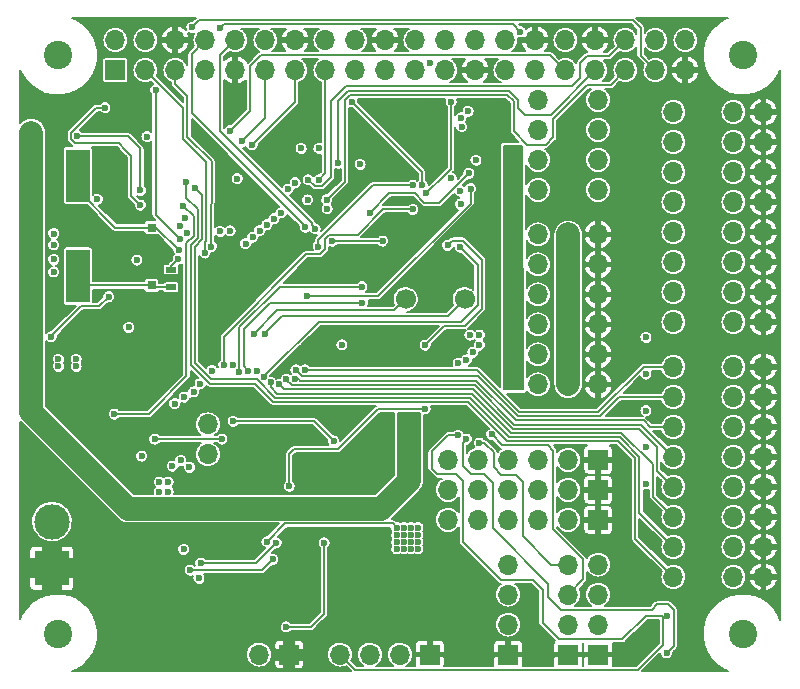
<source format=gbl>
%TF.GenerationSoftware,KiCad,Pcbnew,no-vcs-found-9b4eddb~60~ubuntu16.04.1*%
%TF.CreationDate,2017-10-29T19:10:16+01:00*%
%TF.ProjectId,Hedgehog,4865646765686F672E6B696361645F70,1.0*%
%TF.SameCoordinates,PX7270e00PY47868c0*%
%TF.FileFunction,Copper,L4,Bot,Mixed*%
%TF.FilePolarity,Positive*%
%FSLAX46Y46*%
G04 Gerber Fmt 4.6, Leading zero omitted, Abs format (unit mm)*
G04 Created by KiCad (PCBNEW no-vcs-found-9b4eddb~60~ubuntu16.04.1) date Sun Oct 29 19:10:16 2017*
%MOMM*%
%LPD*%
G01*
G04 APERTURE LIST*
%TA.AperFunction,ViaPad*%
%ADD10C,0.500000*%
%TD*%
%TA.AperFunction,ComponentPad*%
%ADD11O,1.700000X1.700000*%
%TD*%
%TA.AperFunction,ComponentPad*%
%ADD12R,1.700000X1.700000*%
%TD*%
%TA.AperFunction,ViaPad*%
%ADD13C,0.700000*%
%TD*%
%TA.AperFunction,BGAPad,CuDef*%
%ADD14C,2.400000*%
%TD*%
%TA.AperFunction,SMDPad,CuDef*%
%ADD15R,2.000000X4.500000*%
%TD*%
%TA.AperFunction,ComponentPad*%
%ADD16R,3.000000X3.000000*%
%TD*%
%TA.AperFunction,ComponentPad*%
%ADD17C,3.000000*%
%TD*%
%TA.AperFunction,ComponentPad*%
%ADD18C,1.700000*%
%TD*%
%TA.AperFunction,SMDPad,CuDef*%
%ADD19R,0.750000X0.800000*%
%TD*%
%TA.AperFunction,SMDPad,CuDef*%
%ADD20R,0.900000X0.500000*%
%TD*%
%TA.AperFunction,ViaPad*%
%ADD21C,0.600000*%
%TD*%
%TA.AperFunction,Conductor*%
%ADD22C,0.200000*%
%TD*%
%TA.AperFunction,Conductor*%
%ADD23C,2.000000*%
%TD*%
G04 APERTURE END LIST*
D10*
%TO.N,GND*%
%TO.C,U20*%
X24350000Y-37500000D03*
X25650000Y-37500000D03*
X25650000Y-38800000D03*
X24350000Y-38800000D03*
X24350000Y-40100000D03*
X25650000Y-40100000D03*
%TD*%
D11*
%TO.P,JP1,2*%
%TO.N,+3V3*%
X16200000Y-37290000D03*
%TO.P,JP1,1*%
%TO.N,Net-(JP1-Pad1)*%
X16200000Y-34750000D03*
%TD*%
%TO.P,J52,6*%
%TO.N,/Logic_Hedgehog/SERVO_5*%
X44170000Y-18680000D03*
%TO.P,J52,5*%
%TO.N,/Logic_Hedgehog/SERVO_4*%
X44170000Y-21220000D03*
%TO.P,J52,4*%
%TO.N,/Logic_Hedgehog/SERVO_3*%
X44170000Y-23760000D03*
%TO.P,J52,3*%
%TO.N,/Logic_Hedgehog/SERVO_2*%
X44170000Y-26300000D03*
%TO.P,J52,2*%
%TO.N,/Logic_Hedgehog/SERVO_1*%
X44170000Y-28840000D03*
%TO.P,J52,1*%
%TO.N,/Logic_Hedgehog/SERVO_0*%
X44170000Y-31380000D03*
%TD*%
%TO.P,J2,2*%
%TO.N,Net-(D1-Pad1)*%
X20550000Y-54250000D03*
D12*
%TO.P,J2,1*%
%TO.N,GND*%
X23090000Y-54250000D03*
%TD*%
%TO.P,J42,1*%
%TO.N,GND*%
X49250000Y-54250000D03*
D11*
%TO.P,J42,2*%
%TO.N,+3V3*%
X49250000Y-51710000D03*
%TO.P,J42,3*%
%TO.N,/Logic_Hedgehog/I2C_EXT_0_SCL*%
X49250000Y-49170000D03*
%TO.P,J42,4*%
%TO.N,/Logic_Hedgehog/I2C_EXT_0_SDA*%
X49250000Y-46630000D03*
%TD*%
%TO.P,J43,4*%
%TO.N,/Logic_Hedgehog/I2C_EXT_0_SDA*%
X27380000Y-54250000D03*
%TO.P,J43,3*%
%TO.N,/Logic_Hedgehog/I2C_EXT_0_SCL*%
X29920000Y-54250000D03*
%TO.P,J43,2*%
%TO.N,+3V3*%
X32460000Y-54250000D03*
D12*
%TO.P,J43,1*%
%TO.N,GND*%
X35000000Y-54250000D03*
%TD*%
%TO.P,J44,1*%
%TO.N,GND*%
X46710000Y-54250000D03*
D11*
%TO.P,J44,2*%
%TO.N,+3V3*%
X46710000Y-51710000D03*
%TO.P,J44,3*%
%TO.N,/Logic_Hedgehog/I2C_EXT_1_SCL*%
X46710000Y-49170000D03*
%TO.P,J44,4*%
%TO.N,/Logic_Hedgehog/I2C_EXT_1_SDA*%
X46710000Y-46630000D03*
%TD*%
%TO.P,J41,4*%
%TO.N,/Logic_Hedgehog/UART_EXT_1_RxD*%
X41630000Y-46630000D03*
%TO.P,J41,3*%
%TO.N,/Logic_Hedgehog/UART_EXT_1_TxD*%
X41630000Y-49170000D03*
%TO.P,J41,2*%
%TO.N,+3V3*%
X41630000Y-51710000D03*
D12*
%TO.P,J41,1*%
%TO.N,GND*%
X41630000Y-54250000D03*
%TD*%
D11*
%TO.P,J54,1*%
%TO.N,Net-(J54-Pad1)*%
X44170000Y-14900000D03*
%TO.P,J54,2*%
%TO.N,Net-(J54-Pad2)*%
X44170000Y-12360000D03*
%TO.P,J54,3*%
%TO.N,Net-(J54-Pad3)*%
X44170000Y-9820000D03*
%TO.P,J54,4*%
%TO.N,Net-(J54-Pad4)*%
X44170000Y-7280000D03*
%TD*%
%TO.P,J55,4*%
%TO.N,Net-(J55-Pad4)*%
X49250000Y-7280000D03*
%TO.P,J55,3*%
%TO.N,Net-(J55-Pad3)*%
X49250000Y-9820000D03*
%TO.P,J55,2*%
%TO.N,Net-(J55-Pad2)*%
X49250000Y-12360000D03*
%TO.P,J55,1*%
%TO.N,Net-(J55-Pad1)*%
X49250000Y-14900000D03*
%TD*%
%TO.P,J45,6*%
%TO.N,/Logic_Hedgehog/SPI_EXT_0_MISO*%
X36550000Y-37760000D03*
%TO.P,J45,5*%
%TO.N,/Logic_Hedgehog/SPI_EXT_0_MOSI*%
X39090000Y-37760000D03*
%TO.P,J45,4*%
%TO.N,/Logic_Hedgehog/SPI_EXT_0_SCK*%
X41630000Y-37760000D03*
%TO.P,J45,3*%
%TO.N,/Logic_Hedgehog/SPI_EXT_0_NSS0*%
X44170000Y-37760000D03*
%TO.P,J45,2*%
%TO.N,+3V3*%
X46710000Y-37760000D03*
D12*
%TO.P,J45,1*%
%TO.N,GND*%
X49250000Y-37760000D03*
%TD*%
%TO.P,J46,1*%
%TO.N,GND*%
X49250000Y-40300000D03*
D11*
%TO.P,J46,2*%
%TO.N,+3V3*%
X46710000Y-40300000D03*
%TO.P,J46,3*%
%TO.N,/Logic_Hedgehog/SPI_EXT_0_NSS1*%
X44170000Y-40300000D03*
%TO.P,J46,4*%
%TO.N,/Logic_Hedgehog/SPI_EXT_0_SCK*%
X41630000Y-40300000D03*
%TO.P,J46,5*%
%TO.N,/Logic_Hedgehog/SPI_EXT_0_MOSI*%
X39090000Y-40300000D03*
%TO.P,J46,6*%
%TO.N,/Logic_Hedgehog/SPI_EXT_0_MISO*%
X36550000Y-40300000D03*
%TD*%
%TO.P,J47,6*%
%TO.N,/Logic_Hedgehog/SPI_EXT_1_MISO*%
X36550000Y-42840000D03*
%TO.P,J47,5*%
%TO.N,/Logic_Hedgehog/SPI_EXT_1_MOSI*%
X39090000Y-42840000D03*
%TO.P,J47,4*%
%TO.N,/Logic_Hedgehog/SPI_EXT_1_SCK*%
X41630000Y-42840000D03*
%TO.P,J47,3*%
%TO.N,/Logic_Hedgehog/SPI_EXT_1_NSS*%
X44170000Y-42840000D03*
%TO.P,J47,2*%
%TO.N,+3V3*%
X46710000Y-42840000D03*
D12*
%TO.P,J47,1*%
%TO.N,GND*%
X49250000Y-42840000D03*
%TD*%
D11*
%TO.P,J48,8*%
%TO.N,/Logic_Hedgehog/IO_7*%
X55620000Y-26100000D03*
%TO.P,J48,7*%
%TO.N,/Logic_Hedgehog/IO_6*%
X55620000Y-23560000D03*
%TO.P,J48,6*%
%TO.N,/Logic_Hedgehog/IO_5*%
X55620000Y-21020000D03*
%TO.P,J48,5*%
%TO.N,/Logic_Hedgehog/IO_4*%
X55620000Y-18480000D03*
%TO.P,J48,4*%
%TO.N,/Logic_Hedgehog/IO_3*%
X55620000Y-15940000D03*
%TO.P,J48,3*%
%TO.N,/Logic_Hedgehog/IO_2*%
X55620000Y-13400000D03*
%TO.P,J48,2*%
%TO.N,/Logic_Hedgehog/IO_1*%
X55620000Y-10860000D03*
%TO.P,J48,1*%
%TO.N,/Logic_Hedgehog/IO_0*%
X55620000Y-8320000D03*
%TD*%
%TO.P,J49,1*%
%TO.N,/Logic_Hedgehog/IO_8*%
X55620000Y-29890000D03*
%TO.P,J49,2*%
%TO.N,/Logic_Hedgehog/IO_9*%
X55620000Y-32430000D03*
%TO.P,J49,3*%
%TO.N,/Logic_Hedgehog/IO_10*%
X55620000Y-34970000D03*
%TO.P,J49,4*%
%TO.N,/Logic_Hedgehog/IO_11*%
X55620000Y-37510000D03*
%TO.P,J49,5*%
%TO.N,/Logic_Hedgehog/IO_12*%
X55620000Y-40050000D03*
%TO.P,J49,6*%
%TO.N,/Logic_Hedgehog/IO_13*%
X55620000Y-42590000D03*
%TO.P,J49,7*%
%TO.N,/Logic_Hedgehog/IO_14*%
X55620000Y-45130000D03*
%TO.P,J49,8*%
%TO.N,/Logic_Hedgehog/IO_15*%
X55620000Y-47670000D03*
%TD*%
%TO.P,J53,1*%
%TO.N,GND*%
X49250000Y-31380000D03*
%TO.P,J53,2*%
%TO.N,+5V*%
X46710000Y-31380000D03*
%TO.P,J53,3*%
%TO.N,GND*%
X49250000Y-28840000D03*
%TO.P,J53,4*%
%TO.N,+5V*%
X46710000Y-28840000D03*
%TO.P,J53,5*%
%TO.N,GND*%
X49250000Y-26300000D03*
%TO.P,J53,6*%
%TO.N,+5V*%
X46710000Y-26300000D03*
%TO.P,J53,7*%
%TO.N,GND*%
X49250000Y-23760000D03*
%TO.P,J53,8*%
%TO.N,+5V*%
X46710000Y-23760000D03*
%TO.P,J53,9*%
%TO.N,GND*%
X49250000Y-21220000D03*
%TO.P,J53,10*%
%TO.N,+5V*%
X46710000Y-21220000D03*
%TO.P,J53,11*%
%TO.N,GND*%
X49250000Y-18680000D03*
%TO.P,J53,12*%
%TO.N,+5V*%
X46710000Y-18680000D03*
%TD*%
%TO.P,J50,1*%
%TO.N,GND*%
X63240000Y-8320000D03*
%TO.P,J50,2*%
%TO.N,+3V3*%
X60700000Y-8320000D03*
%TO.P,J50,3*%
%TO.N,GND*%
X63240000Y-10860000D03*
%TO.P,J50,4*%
%TO.N,+3V3*%
X60700000Y-10860000D03*
%TO.P,J50,5*%
%TO.N,GND*%
X63240000Y-13400000D03*
%TO.P,J50,6*%
%TO.N,+3V3*%
X60700000Y-13400000D03*
%TO.P,J50,7*%
%TO.N,GND*%
X63240000Y-15940000D03*
%TO.P,J50,8*%
%TO.N,+3V3*%
X60700000Y-15940000D03*
%TO.P,J50,9*%
%TO.N,GND*%
X63240000Y-18480000D03*
%TO.P,J50,10*%
%TO.N,+3V3*%
X60700000Y-18480000D03*
%TO.P,J50,11*%
%TO.N,GND*%
X63240000Y-21020000D03*
%TO.P,J50,12*%
%TO.N,+3V3*%
X60700000Y-21020000D03*
%TO.P,J50,13*%
%TO.N,GND*%
X63240000Y-23560000D03*
%TO.P,J50,14*%
%TO.N,+3V3*%
X60700000Y-23560000D03*
%TO.P,J50,15*%
%TO.N,GND*%
X63240000Y-26100000D03*
%TO.P,J50,16*%
%TO.N,+3V3*%
X60700000Y-26100000D03*
%TD*%
%TO.P,J51,1*%
%TO.N,GND*%
X63240000Y-29890000D03*
%TO.P,J51,2*%
%TO.N,+3V3*%
X60700000Y-29890000D03*
%TO.P,J51,3*%
%TO.N,GND*%
X63240000Y-32430000D03*
%TO.P,J51,4*%
%TO.N,+3V3*%
X60700000Y-32430000D03*
%TO.P,J51,5*%
%TO.N,GND*%
X63240000Y-34970000D03*
%TO.P,J51,6*%
%TO.N,+3V3*%
X60700000Y-34970000D03*
%TO.P,J51,7*%
%TO.N,GND*%
X63240000Y-37510000D03*
%TO.P,J51,8*%
%TO.N,+3V3*%
X60700000Y-37510000D03*
%TO.P,J51,9*%
%TO.N,GND*%
X63240000Y-40050000D03*
%TO.P,J51,10*%
%TO.N,+3V3*%
X60700000Y-40050000D03*
%TO.P,J51,11*%
%TO.N,GND*%
X63240000Y-42590000D03*
%TO.P,J51,12*%
%TO.N,+3V3*%
X60700000Y-42590000D03*
%TO.P,J51,13*%
%TO.N,GND*%
X63240000Y-45130000D03*
%TO.P,J51,14*%
%TO.N,+3V3*%
X60700000Y-45130000D03*
%TO.P,J51,15*%
%TO.N,GND*%
X63240000Y-47670000D03*
%TO.P,J51,16*%
%TO.N,+3V3*%
X60700000Y-47670000D03*
%TD*%
D13*
%TO.N,GND*%
%TO.C,U10*%
X24500000Y-46500000D03*
X23700000Y-45700000D03*
X24500000Y-47300000D03*
X24500000Y-45700000D03*
X24500000Y-48100000D03*
X23700000Y-46500000D03*
X23700000Y-47300000D03*
X23700000Y-48100000D03*
%TD*%
D14*
%TO.P,MH1,*%
%TO.N,*%
X3500000Y-52500000D03*
%TD*%
%TO.P,MH1,*%
%TO.N,*%
X61500000Y-52500000D03*
%TD*%
%TO.P,MH1,*%
%TO.N,*%
X61500000Y-3500000D03*
%TD*%
%TO.P,MH1,*%
%TO.N,*%
X3500000Y-3500000D03*
%TD*%
D15*
%TO.P,Y40,2*%
%TO.N,Net-(C46-Pad1)*%
X5200000Y-13700000D03*
%TO.P,Y40,1*%
%TO.N,Net-(C45-Pad1)*%
X5200000Y-22200000D03*
%TD*%
D11*
%TO.P,J40,40*%
%TO.N,/Logic_Hedgehog/LED_3*%
X56630000Y-2230000D03*
%TO.P,J40,39*%
%TO.N,GND*%
X56630000Y-4770000D03*
%TO.P,J40,38*%
%TO.N,/Logic_Hedgehog/LED_4*%
X54090000Y-2230000D03*
%TO.P,J40,37*%
%TO.N,/Logic_Hedgehog/STM_NRST_EN_RPi*%
X54090000Y-4770000D03*
%TO.P,J40,36*%
%TO.N,/Logic_Hedgehog/RPi_ACTIVE*%
X51550000Y-2230000D03*
%TO.P,J40,35*%
%TO.N,/Logic_Hedgehog/STM_JTMS_SWDIO*%
X51550000Y-4770000D03*
%TO.P,J40,34*%
%TO.N,GND*%
X49010000Y-2230000D03*
%TO.P,J40,33*%
%TO.N,/Logic_Hedgehog/STM_JTCK_SWCLK*%
X49010000Y-4770000D03*
%TO.P,J40,32*%
%TO.N,Net-(J40-Pad32)*%
X46470000Y-2230000D03*
%TO.P,J40,31*%
%TO.N,/Logic_Hedgehog/STM_BOOT0*%
X46470000Y-4770000D03*
%TO.P,J40,30*%
%TO.N,GND*%
X43930000Y-2230000D03*
%TO.P,J40,29*%
%TO.N,/Logic_Hedgehog/STM_NRST_RPi*%
X43930000Y-4770000D03*
%TO.P,J40,28*%
%TO.N,Net-(J40-Pad28)*%
X41390000Y-2230000D03*
%TO.P,J40,27*%
%TO.N,Net-(J40-Pad27)*%
X41390000Y-4770000D03*
%TO.P,J40,26*%
%TO.N,/Logic_Hedgehog/SPI_EXT_0_NSS1*%
X38850000Y-2230000D03*
%TO.P,J40,25*%
%TO.N,GND*%
X38850000Y-4770000D03*
%TO.P,J40,24*%
%TO.N,/Logic_Hedgehog/SPI_EXT_0_NSS0*%
X36310000Y-2230000D03*
%TO.P,J40,23*%
%TO.N,/Logic_Hedgehog/SPI_EXT_0_SCK*%
X36310000Y-4770000D03*
%TO.P,J40,22*%
%TO.N,Net-(J40-Pad22)*%
X33770000Y-2230000D03*
%TO.P,J40,21*%
%TO.N,/Logic_Hedgehog/SPI_EXT_0_MISO*%
X33770000Y-4770000D03*
%TO.P,J40,20*%
%TO.N,GND*%
X31230000Y-2230000D03*
%TO.P,J40,19*%
%TO.N,/Logic_Hedgehog/SPI_EXT_0_MOSI*%
X31230000Y-4770000D03*
%TO.P,J40,18*%
%TO.N,/Logic_Hedgehog/EN_Reg_RPi_RPi*%
X28690000Y-2230000D03*
%TO.P,J40,17*%
%TO.N,Net-(J40-Pad17)*%
X28690000Y-4770000D03*
%TO.P,J40,16*%
%TO.N,/Logic_Hedgehog/EN_PWR_IN_RPi*%
X26150000Y-2230000D03*
%TO.P,J40,15*%
%TO.N,/Logic_Hedgehog/STM_JTDI*%
X26150000Y-4770000D03*
%TO.P,J40,14*%
%TO.N,GND*%
X23610000Y-2230000D03*
%TO.P,J40,13*%
%TO.N,/Logic_Hedgehog/STM_JTDO_SWO*%
X23610000Y-4770000D03*
%TO.P,J40,12*%
%TO.N,Net-(J40-Pad12)*%
X21070000Y-2230000D03*
%TO.P,J40,11*%
%TO.N,/Logic_Hedgehog/STM_NJTRST*%
X21070000Y-4770000D03*
%TO.P,J40,10*%
%TO.N,/Logic_Hedgehog/RPi_UART_RxD*%
X18530000Y-2230000D03*
%TO.P,J40,9*%
%TO.N,GND*%
X18530000Y-4770000D03*
%TO.P,J40,8*%
%TO.N,/Logic_Hedgehog/RPi_UART_TxD*%
X15990000Y-2230000D03*
%TO.P,J40,7*%
%TO.N,Net-(J40-Pad7)*%
X15990000Y-4770000D03*
%TO.P,J40,6*%
%TO.N,GND*%
X13450000Y-2230000D03*
%TO.P,J40,5*%
%TO.N,/Logic_Hedgehog/I2C_EXT_0_SCL*%
X13450000Y-4770000D03*
%TO.P,J40,4*%
%TO.N,/Logic_Hedgehog/5V_RPi*%
X10910000Y-2230000D03*
%TO.P,J40,3*%
%TO.N,/Logic_Hedgehog/I2C_EXT_0_SDA*%
X10910000Y-4770000D03*
%TO.P,J40,2*%
%TO.N,/Logic_Hedgehog/5V_RPi*%
X8370000Y-2230000D03*
D12*
%TO.P,J40,1*%
%TO.N,Net-(J40-Pad1)*%
X8370000Y-4770000D03*
%TD*%
D16*
%TO.P,J1,1*%
%TO.N,GND*%
X3000000Y-46950000D03*
D17*
%TO.P,J1,2*%
%TO.N,Net-(D1-Pad1)*%
X3000000Y-42990000D03*
%TD*%
D18*
%TO.P,U46,2*%
%TO.N,/Logic_Hedgehog/BUZZER_N*%
X32950000Y-24150000D03*
%TO.P,U46,1*%
%TO.N,/Logic_Hedgehog/BUZZER_P*%
X37950000Y-24150000D03*
%TD*%
D19*
%TO.P,C46,2*%
%TO.N,GND*%
X11450000Y-19600000D03*
%TO.P,C46,1*%
%TO.N,Net-(C46-Pad1)*%
X11450000Y-18100000D03*
%TD*%
%TO.P,C45,1*%
%TO.N,Net-(C45-Pad1)*%
X11450000Y-23000000D03*
%TO.P,C45,2*%
%TO.N,GND*%
X11450000Y-21500000D03*
%TD*%
D20*
%TO.P,R42,2*%
%TO.N,Net-(C45-Pad1)*%
X13100000Y-23150000D03*
%TO.P,R42,1*%
%TO.N,Net-(R42-Pad1)*%
X13100000Y-21650000D03*
%TD*%
D10*
%TO.N,GND*%
%TO.C,U44*%
X40700000Y-13900000D03*
X40700000Y-15300000D03*
X40700000Y-14600000D03*
%TD*%
%TO.N,GND*%
%TO.C,U45*%
X40700000Y-8050000D03*
X40700000Y-8750000D03*
X40700000Y-7350000D03*
%TD*%
D21*
%TO.N,+5V*%
X21200000Y-44700000D03*
X42700000Y-31550000D03*
X41500000Y-31550000D03*
X42100000Y-31550000D03*
X42700000Y-30900000D03*
X42100000Y-30900000D03*
X41500000Y-30900000D03*
X42500000Y-18800000D03*
X42500000Y-11450000D03*
X42500000Y-12100000D03*
X33400000Y-44100000D03*
X32800000Y-44100000D03*
X32800000Y-44700000D03*
X33400000Y-44700000D03*
X33400000Y-45300000D03*
X32800000Y-45300000D03*
X32200000Y-45300000D03*
X32200000Y-44700000D03*
X32200000Y-44100000D03*
X34000000Y-45300000D03*
X34000000Y-44700000D03*
X34000000Y-44100000D03*
X32200000Y-43500000D03*
X32800000Y-43500000D03*
X33400000Y-43500000D03*
X34000000Y-43500000D03*
X42500000Y-18129999D03*
%TO.N,GND*%
X20100000Y-32600000D03*
X20100000Y-33250000D03*
X20100000Y-33900000D03*
X31350000Y-37600000D03*
X31350000Y-36950000D03*
X31350000Y-36300000D03*
X20100000Y-35300000D03*
X19500000Y-35300000D03*
X21300000Y-36150000D03*
X20650000Y-36150000D03*
X29900000Y-45000000D03*
X29200000Y-45000000D03*
X29900000Y-44350000D03*
X29200000Y-44350000D03*
X29900000Y-43700000D03*
X29200000Y-43700000D03*
X25400000Y-44300000D03*
X25750000Y-43700000D03*
X25050000Y-43700000D03*
X34600000Y-51950000D03*
X35250000Y-51950000D03*
X35250000Y-51300000D03*
X34600000Y-51300000D03*
X34600000Y-50650000D03*
X35250000Y-50650000D03*
X35250000Y-50000000D03*
X34600000Y-50000000D03*
X22800000Y-49250000D03*
X22800000Y-49850000D03*
X22800000Y-50450000D03*
X22800000Y-51050000D03*
X30050000Y-10600000D03*
X33500000Y-15750000D03*
X32450000Y-19350000D03*
X33550000Y-28000000D03*
X40050000Y-11950000D03*
X35550000Y-23550000D03*
X39950000Y-18550000D03*
X6900000Y-26300000D03*
X5750000Y-26300000D03*
X5750000Y-25300000D03*
X6900000Y-25300000D03*
X10600000Y-33050000D03*
X4300000Y-34100000D03*
X10600000Y-8950000D03*
X15300000Y-10150000D03*
X10600000Y-17100000D03*
X13050000Y-30200000D03*
X10200000Y-24400000D03*
X33650000Y-10575000D03*
X29951491Y-12826491D03*
X37944910Y-12275000D03*
%TO.N,/Logic_Hedgehog/MOTOR_3_B*%
X24100000Y-11400000D03*
X35050000Y-4150000D03*
%TO.N,/Logic_Hedgehog/MOTOR_2_A*%
X25600000Y-11400000D03*
X38250000Y-8250000D03*
%TO.N,/Logic_Hedgehog/MOTOR_23*%
X14300000Y-17300000D03*
X37642478Y-8802207D03*
%TO.N,+3V3*%
X29100000Y-12750000D03*
X3150000Y-21850000D03*
X3150000Y-20800000D03*
X3150000Y-19550000D03*
X3150000Y-18600000D03*
X10200000Y-20850000D03*
X27564551Y-28025010D03*
X37601859Y-16099196D03*
X37700000Y-9550000D03*
X16550000Y-30200000D03*
X11050000Y-10400000D03*
%TO.N,/Logic_Hedgehog/MOTOR_01*%
X18700000Y-13950000D03*
X37567618Y-15017618D03*
%TO.N,/Logic_Hedgehog/MOTOR_0_A*%
X38450000Y-14800000D03*
X24600000Y-23900000D03*
%TO.N,/Logic_Hedgehog/MOTOR_0_B*%
X36800000Y-13900000D03*
%TO.N,/Logic_Hedgehog/MOTOR_1_B*%
X13892528Y-18000000D03*
%TO.N,/Logic_Hedgehog/MOTOR_1_A*%
X38300000Y-13500000D03*
X29900000Y-16850000D03*
%TO.N,/Logic_Hedgehog/MOTOR_0_B*%
X14450000Y-18550000D03*
%TO.N,/Logic_Hedgehog/MOTOR_1_B*%
X38900000Y-12400000D03*
%TO.N,Net-(C23-Pad1)*%
X18350000Y-34500000D03*
X26850000Y-36150000D03*
%TO.N,/Logic_Hedgehog/5V_RPi*%
X32650000Y-35200000D03*
X33250000Y-34600000D03*
X32650000Y-34600000D03*
X32650000Y-34000000D03*
X33250000Y-34000000D03*
X33850000Y-34000000D03*
X1250000Y-12000000D03*
X1250000Y-11350000D03*
X1249996Y-10700000D03*
X1250000Y-10050000D03*
X1250000Y-12650000D03*
%TO.N,/PWR_BUTTON_STATE*%
X11700000Y-36000000D03*
X17400000Y-36000000D03*
X18861882Y-30325500D03*
X29250000Y-23100000D03*
%TO.N,/POWER_IN_SENSE*%
X8300000Y-33900000D03*
X14100000Y-16250000D03*
%TO.N,/Logic_Hedgehog/I2C_EXT_0_SCL*%
X38100000Y-36000000D03*
X38100000Y-29300000D03*
X55050000Y-54100000D03*
X16500000Y-19700000D03*
%TO.N,/Logic_Hedgehog/I2C_EXT_0_SDA*%
X37400000Y-35700000D03*
X37400000Y-29600000D03*
X55050000Y-50950000D03*
X15950000Y-20250000D03*
%TO.N,/Logic_Hedgehog/SPI_EXT_0_NSS0*%
X53300000Y-39800000D03*
%TO.N,/Logic_Hedgehog/SPI_EXT_0_NSS1*%
X53300000Y-36700000D03*
%TO.N,/Logic_Hedgehog/SPI_EXT_0_SCK*%
X53300000Y-33600000D03*
%TO.N,/Logic_Hedgehog/SPI_EXT_0_MISO*%
X53300000Y-30500000D03*
%TO.N,/Logic_Hedgehog/SPI_EXT_0_MOSI*%
X53300000Y-27400000D03*
%TO.N,Net-(D2-Pad2)*%
X10600000Y-37450000D03*
X14150000Y-45350000D03*
%TO.N,/Reg_3V3/VIN*%
X12850000Y-40450000D03*
X12100000Y-40450000D03*
X12100000Y-39650000D03*
X12850000Y-39650000D03*
X3550000Y-29250000D03*
X3550000Y-29850000D03*
X5050000Y-29850000D03*
X5050000Y-29250000D03*
%TO.N,Net-(R32-Pad2)*%
X2950000Y-27350000D03*
X7800000Y-23950000D03*
%TO.N,/EN_Reg_MS*%
X14700000Y-47100000D03*
X21700000Y-46200000D03*
X13900000Y-37800000D03*
X19601894Y-30203436D03*
X15000000Y-32000000D03*
X29300000Y-24450000D03*
%TO.N,/Logic_Hedgehog/IMU_INT*%
X10500000Y-14950000D03*
X5150000Y-10350000D03*
%TO.N,/Logic_Hedgehog/IMU_MISO*%
X7500000Y-7950000D03*
X10500000Y-16200000D03*
%TO.N,/Logic_Hedgehog/STM_NRST*%
X13850000Y-19100000D03*
%TO.N,VDDA*%
X6850000Y-15700000D03*
X9500000Y-26550000D03*
%TO.N,/Logic_Hedgehog/BUZZER_N*%
X20100000Y-27100000D03*
%TO.N,/Logic_Hedgehog/BUZZER_P*%
X21008617Y-27083047D03*
%TO.N,/Logic_Hedgehog/EN_Reg_RPi_STM*%
X31000000Y-19243932D03*
X26750000Y-19250000D03*
%TO.N,/Logic_Hedgehog/EN_PWR_IN_STM*%
X33550000Y-14500000D03*
X25550000Y-19700000D03*
%TO.N,/Logic_Hedgehog/RPi_UART_RxD*%
X25300000Y-18200000D03*
%TO.N,/Logic_Hedgehog/UART_EXT_1_TxD*%
X38400000Y-27200000D03*
X24650000Y-15750000D03*
%TO.N,/Logic_Hedgehog/UART_EXT_1_RxD*%
X39200000Y-27200000D03*
X26300000Y-16500000D03*
%TO.N,/Logic_Hedgehog/I2C_EXT_1_SCL*%
X40233295Y-35616705D03*
X39200000Y-28050000D03*
%TO.N,/Logic_Hedgehog/I2C_EXT_1_SDA*%
X39200000Y-36350000D03*
X38650000Y-28650000D03*
%TO.N,/EN_Reg_RPi*%
X34600000Y-33450000D03*
X34600000Y-28050000D03*
X23100000Y-40000000D03*
X36500000Y-19600000D03*
%TO.N,/Logic_Hedgehog/STM_NRST_EN_RPi*%
X14850000Y-1150000D03*
%TO.N,/Logic_Hedgehog/EN_Reg_RPi_RPi*%
X34700000Y-15200000D03*
X36800000Y-7450000D03*
%TO.N,/Logic_Hedgehog/EN_PWR_IN_RPi*%
X28400000Y-7450000D03*
X34350000Y-14500000D03*
%TO.N,Net-(C46-Pad1)*%
X13751838Y-20013322D03*
%TO.N,Net-(R42-Pad1)*%
X13699733Y-20761522D03*
%TO.N,/Logic_Hedgehog/STM_NRST*%
X11786084Y-6463916D03*
%TO.N,/EN_PWR_IN*%
X13400000Y-33000000D03*
X37575000Y-19750002D03*
%TO.N,/Logic_Hedgehog/LED_POWER*%
X15450000Y-47800000D03*
X13200000Y-38300000D03*
%TO.N,/Logic_Hedgehog/IO_0*%
X23600000Y-14300000D03*
%TO.N,/Logic_Hedgehog/IO_1*%
X23000000Y-14850000D03*
%TO.N,/Logic_Hedgehog/IO_5*%
X20600000Y-18350000D03*
%TO.N,/Logic_Hedgehog/IO_4*%
X21200000Y-17850000D03*
%TO.N,/Logic_Hedgehog/IO_3*%
X21800000Y-17350000D03*
%TO.N,/Logic_Hedgehog/IO_2*%
X22400000Y-16850000D03*
%TO.N,/Logic_Hedgehog/IO_15*%
X14400000Y-14200000D03*
%TO.N,/Logic_Hedgehog/IO_14*%
X15150000Y-14750000D03*
%TO.N,/Logic_Hedgehog/IO_13*%
X21517654Y-31195717D03*
%TO.N,/Logic_Hedgehog/IO_12*%
X22244541Y-31380520D03*
%TO.N,/Logic_Hedgehog/IO_11*%
X22860922Y-30953211D03*
%TO.N,/Logic_Hedgehog/IO_10*%
X23608757Y-30896109D03*
%TO.N,/Logic_Hedgehog/IO_9*%
X23654795Y-30147512D03*
%TO.N,/Logic_Hedgehog/RPi_UART_TxD*%
X24450000Y-18050000D03*
%TO.N,/Logic_Hedgehog/STM_JTMS_SWDIO*%
X26273398Y-15726766D03*
%TO.N,/Logic_Hedgehog/STM_JTCK_SWCLK*%
X27200010Y-12650000D03*
%TO.N,/Logic_Hedgehog/STM_JTDI*%
X25600000Y-14050000D03*
%TO.N,/Logic_Hedgehog/RPi_ACTIVE*%
X24700000Y-14050000D03*
%TO.N,/Logic_Hedgehog/STM_JTDO_SWO*%
X19950000Y-11100000D03*
%TO.N,/Logic_Hedgehog/STM_NJTRST*%
X19100000Y-10800000D03*
%TO.N,/Logic_Hedgehog/I2C_EXT_1_SCL*%
X18100000Y-18375002D03*
%TO.N,/Logic_Hedgehog/I2C_EXT_1_SDA*%
X17225001Y-18425000D03*
%TO.N,/Logic_Hedgehog/STM_BOOT0*%
X18100000Y-9900000D03*
%TO.N,/Logic_Hedgehog/STM_NRST_RPi*%
X42650000Y-1500000D03*
X17250000Y-1200000D03*
%TO.N,/EN_PWR_IN*%
X20926466Y-30734182D03*
%TO.N,/Logic_Hedgehog/LED_POWER*%
X20400000Y-30200000D03*
X14200000Y-32450000D03*
%TO.N,/Logic_Hedgehog/IO_8*%
X24450000Y-30150000D03*
%TO.N,/Logic_Hedgehog/IO_7*%
X19400000Y-19450000D03*
%TO.N,/Logic_Hedgehog/IO_6*%
X20000000Y-18900000D03*
%TO.N,/PG_Reg_MS*%
X22000000Y-44800000D03*
X14650000Y-38400000D03*
X15600000Y-46500000D03*
X15550000Y-31300000D03*
X18300000Y-29750000D03*
%TO.N,Net-(JP1-Pad1)*%
X33550000Y-16550000D03*
X17550000Y-29750000D03*
%TO.N,Net-(Q10-Pad1)*%
X22850000Y-51900000D03*
X26050000Y-44800000D03*
%TD*%
D22*
%TO.N,+5V*%
X21200000Y-44700000D02*
X22750000Y-43150000D01*
X22750000Y-43150000D02*
X31850000Y-43150000D01*
X31850000Y-43150000D02*
X32200000Y-43500000D01*
D23*
X46710000Y-31380000D02*
X46710000Y-18680000D01*
D22*
%TO.N,/Logic_Hedgehog/MOTOR_0_A*%
X38450000Y-14800000D02*
X38450000Y-16065057D01*
X38450000Y-16065057D02*
X30615057Y-23900000D01*
X30615057Y-23900000D02*
X24600000Y-23900000D01*
%TO.N,/Logic_Hedgehog/MOTOR_1_A*%
X29900000Y-16850000D02*
X31550001Y-15199999D01*
X31550001Y-15199999D02*
X33750000Y-15199999D01*
X33750000Y-15199999D02*
X34550000Y-15999999D01*
X34550000Y-15999999D02*
X35807418Y-15999999D01*
X35807418Y-15999999D02*
X38300000Y-13507417D01*
X38300000Y-13507417D02*
X38300000Y-13500000D01*
%TO.N,Net-(C23-Pad1)*%
X25700000Y-35000000D02*
X26850000Y-36150000D01*
X18350000Y-34500000D02*
X25200000Y-34500000D01*
X25200000Y-34500000D02*
X25700000Y-35000000D01*
D23*
%TO.N,/Logic_Hedgehog/5V_RPi*%
X1250000Y-12650000D02*
X1250000Y-33700000D01*
X1250000Y-33700000D02*
X9450001Y-41900001D01*
X9450001Y-41900001D02*
X22232218Y-41900001D01*
X22232218Y-41900001D02*
X22232229Y-41899990D01*
X22232229Y-41899990D02*
X30900010Y-41899990D01*
X30900010Y-41899990D02*
X33250000Y-39550000D01*
X33250000Y-39550000D02*
X33250000Y-34700010D01*
X1250000Y-12000000D02*
X1250000Y-12650000D01*
X1250000Y-11350000D02*
X1250000Y-12000000D01*
X1249996Y-10700000D02*
X1249996Y-11349996D01*
X1249996Y-11349996D02*
X1250000Y-11350000D01*
X1250000Y-10050000D02*
X1250000Y-10699996D01*
X1250000Y-10699996D02*
X1249996Y-10700000D01*
D22*
%TO.N,/PWR_BUTTON_STATE*%
X17400000Y-36000000D02*
X11700000Y-36000000D01*
X22291010Y-23100000D02*
X18861882Y-26529128D01*
X18861882Y-26529128D02*
X18861882Y-29901236D01*
X29250000Y-23100000D02*
X22291010Y-23100000D01*
X18861882Y-29901236D02*
X18861882Y-30325500D01*
%TO.N,/POWER_IN_SENSE*%
X14100000Y-16250000D02*
X15000001Y-17150001D01*
X15000001Y-17150001D02*
X15000001Y-18814001D01*
X15000001Y-18814001D02*
X14399980Y-19414022D01*
X14399980Y-19414022D02*
X14399980Y-30700020D01*
X14399980Y-30700020D02*
X11200000Y-33900000D01*
X11200000Y-33900000D02*
X8300000Y-33900000D01*
%TO.N,/Logic_Hedgehog/I2C_EXT_0_SCL*%
X38100000Y-36000000D02*
X37800001Y-36299999D01*
X38500000Y-39000000D02*
X39600000Y-39000000D01*
X46150000Y-50450000D02*
X53800000Y-50450000D01*
X37800001Y-36299999D02*
X37800001Y-38300001D01*
X37800001Y-38300001D02*
X38500000Y-39000000D01*
X40350000Y-43550000D02*
X45050000Y-48250000D01*
X39600000Y-39000000D02*
X40350000Y-39750000D01*
X45050000Y-48250000D02*
X45050000Y-49350000D01*
X55200000Y-50000000D02*
X55650000Y-50450000D01*
X40350000Y-39750000D02*
X40350000Y-43550000D01*
X45050000Y-49350000D02*
X46150000Y-50450000D01*
X53800000Y-50450000D02*
X54250000Y-50000000D01*
X54250000Y-50000000D02*
X55200000Y-50000000D01*
X55650000Y-50450000D02*
X55650000Y-53500000D01*
X55650000Y-53500000D02*
X55050000Y-54100000D01*
X16500000Y-19700000D02*
X16525000Y-12500000D01*
X16525000Y-12500000D02*
X14475000Y-10450000D01*
X14475000Y-10450000D02*
X14475000Y-6997081D01*
X14475000Y-6997081D02*
X13450000Y-5972081D01*
X13450000Y-5972081D02*
X13450000Y-4770000D01*
%TO.N,/Logic_Hedgehog/I2C_EXT_0_SDA*%
X54750000Y-50950000D02*
X53300000Y-50950000D01*
X53300000Y-50950000D02*
X51300000Y-52950000D01*
X36500000Y-35700000D02*
X37400000Y-35700000D01*
X51300000Y-52950000D02*
X45900000Y-52950000D01*
X45900000Y-52950000D02*
X44550000Y-51600000D01*
X44550000Y-51600000D02*
X44550000Y-48750000D01*
X41000000Y-47900000D02*
X37800000Y-44700000D01*
X44550000Y-48750000D02*
X43700000Y-47900000D01*
X35650000Y-39000000D02*
X35150000Y-38500000D01*
X43700000Y-47900000D02*
X41000000Y-47900000D01*
X35150000Y-37050000D02*
X36500000Y-35700000D01*
X37800000Y-44700000D02*
X37800000Y-39550000D01*
X37800000Y-39550000D02*
X37250000Y-39000000D01*
X37250000Y-39000000D02*
X35650000Y-39000000D01*
X35150000Y-38500000D02*
X35150000Y-37050000D01*
X54750000Y-50950000D02*
X54750000Y-53400000D01*
X54750000Y-53400000D02*
X52600000Y-55550000D01*
X52600000Y-55550000D02*
X28680000Y-55550000D01*
X28680000Y-55550000D02*
X27380000Y-54250000D01*
X15950000Y-20250000D02*
X15950000Y-19348966D01*
X15950000Y-19348966D02*
X16050031Y-19248935D01*
X16050031Y-19248935D02*
X16050031Y-12525031D01*
X16050031Y-12525031D02*
X14100000Y-10575000D01*
X14100000Y-10575000D02*
X14100000Y-7960000D01*
X14100000Y-7960000D02*
X10910000Y-4770000D01*
%TO.N,Net-(R32-Pad2)*%
X7800000Y-23950000D02*
X7000001Y-24749999D01*
X7000001Y-24749999D02*
X5485999Y-24749999D01*
X2950000Y-27285998D02*
X2950000Y-27350000D01*
X5485999Y-24749999D02*
X2950000Y-27285998D01*
%TO.N,/EN_Reg_MS*%
X14700000Y-47100000D02*
X14999999Y-47099999D01*
X20800001Y-47099999D02*
X21700000Y-46200000D01*
X14999999Y-47099999D02*
X20800001Y-47099999D01*
X19601894Y-30203436D02*
X19250000Y-29851542D01*
X19250000Y-29851542D02*
X19250000Y-26651921D01*
X19250000Y-26651921D02*
X21451921Y-24450000D01*
X21451921Y-24450000D02*
X29300000Y-24450000D01*
%TO.N,/Logic_Hedgehog/IMU_INT*%
X9450000Y-10350000D02*
X5150000Y-10350000D01*
X10500000Y-11400000D02*
X9450000Y-10350000D01*
X10500000Y-14525736D02*
X10500000Y-11400000D01*
X10500000Y-14950000D02*
X10500000Y-14525736D01*
%TO.N,/Logic_Hedgehog/IMU_MISO*%
X4935998Y-10950000D02*
X8650000Y-10950000D01*
X8650000Y-10950000D02*
X9200000Y-11500000D01*
X7500000Y-7950000D02*
X6735998Y-7950000D01*
X6735998Y-7950000D02*
X4599999Y-10085999D01*
X4599999Y-10085999D02*
X4599999Y-10614001D01*
X4599999Y-10614001D02*
X4935998Y-10950000D01*
X9700000Y-13400000D02*
X9700000Y-12000000D01*
X9200000Y-11500000D02*
X9700000Y-12000000D01*
X10500000Y-16200000D02*
X9700000Y-15400000D01*
X9700000Y-15400000D02*
X9700000Y-13400000D01*
%TO.N,Net-(R42-Pad1)*%
X13100000Y-21650000D02*
X13100000Y-21361255D01*
X13100000Y-21361255D02*
X13699733Y-20761522D01*
%TO.N,/Logic_Hedgehog/STM_NRST*%
X13850000Y-19100000D02*
X11786084Y-17036084D01*
X11786084Y-17036084D02*
X11786084Y-6888180D01*
X11786084Y-6888180D02*
X11786084Y-6463916D01*
%TO.N,/Logic_Hedgehog/BUZZER_N*%
X20100000Y-27100000D02*
X22099999Y-25100001D01*
X22099999Y-25100001D02*
X31999999Y-25100001D01*
X31999999Y-25100001D02*
X32950000Y-24150000D01*
%TO.N,/Logic_Hedgehog/BUZZER_P*%
X36500000Y-25600000D02*
X22491664Y-25600000D01*
X22491664Y-25600000D02*
X21308616Y-26783048D01*
X21308616Y-26783048D02*
X21008617Y-27083047D01*
X37950000Y-24150000D02*
X36500000Y-25600000D01*
%TO.N,/Logic_Hedgehog/EN_Reg_RPi_STM*%
X31000000Y-19243932D02*
X26756068Y-19243932D01*
X26756068Y-19243932D02*
X26750000Y-19250000D01*
X26750000Y-19250000D02*
X26750000Y-19050000D01*
%TO.N,/Logic_Hedgehog/EN_PWR_IN_STM*%
X33550000Y-14500000D02*
X30191010Y-14500000D01*
X30191010Y-14500000D02*
X25550000Y-19141010D01*
X25550000Y-19141010D02*
X25550000Y-19700000D01*
%TO.N,/Logic_Hedgehog/RPi_UART_RxD*%
X25300000Y-18200000D02*
X25000001Y-17900001D01*
X25000001Y-17900001D02*
X25000001Y-17674266D01*
X25000001Y-17674266D02*
X17250000Y-9924265D01*
X17250000Y-9924265D02*
X17250000Y-3510000D01*
X17250000Y-3510000D02*
X18530000Y-2230000D01*
%TO.N,/Logic_Hedgehog/STM_JTMS_SWDIO*%
X44800000Y-11100000D02*
X43250000Y-11100000D01*
X45450000Y-8900000D02*
X45450000Y-10450000D01*
X45450000Y-10450000D02*
X44800000Y-11100000D01*
X48350000Y-6000000D02*
X45450000Y-8900000D01*
X50320000Y-6000000D02*
X48350000Y-6000000D01*
X51550000Y-4770000D02*
X50320000Y-6000000D01*
X27800000Y-14200164D02*
X26273398Y-15726766D01*
X43250000Y-11100000D02*
X42100000Y-9950000D01*
X42100000Y-9950000D02*
X42100000Y-7400000D01*
X27800000Y-7253978D02*
X27800000Y-14200164D01*
X42100000Y-7400000D02*
X41549999Y-6849999D01*
X28203979Y-6849999D02*
X27800000Y-7253978D01*
X41549999Y-6849999D02*
X28203979Y-6849999D01*
%TO.N,/Logic_Hedgehog/STM_JTCK_SWCLK*%
X27200010Y-12650000D02*
X27200010Y-7358980D01*
X27200010Y-7358980D02*
X28059001Y-6499989D01*
X42450010Y-7950010D02*
X43050000Y-8550000D01*
X28059001Y-6499989D02*
X41694977Y-6499989D01*
X45230000Y-8550000D02*
X49010000Y-4770000D01*
X41694977Y-6499989D02*
X42450010Y-7255022D01*
X42450010Y-7255022D02*
X42450010Y-7950010D01*
X43050000Y-8550000D02*
X45230000Y-8550000D01*
%TO.N,/Logic_Hedgehog/RPi_ACTIVE*%
X51550000Y-2230000D02*
X50180000Y-3600000D01*
X25864001Y-14600001D02*
X25250001Y-14600001D01*
X50180000Y-3600000D02*
X48300000Y-3600000D01*
X47050021Y-6149979D02*
X27914023Y-6149979D01*
X48300000Y-3600000D02*
X47750000Y-4150000D01*
X47750000Y-4150000D02*
X47750000Y-5450000D01*
X47750000Y-5450000D02*
X47050021Y-6149979D01*
X26650009Y-13813993D02*
X25864001Y-14600001D01*
X27914023Y-6149979D02*
X26650009Y-7413993D01*
X26650009Y-7413993D02*
X26650009Y-13813993D01*
X25250001Y-14600001D02*
X24700000Y-14050000D01*
%TO.N,/Logic_Hedgehog/I2C_EXT_1_SCL*%
X40233295Y-35616705D02*
X41146680Y-36530090D01*
X41146680Y-36530090D02*
X44980090Y-36530090D01*
X44980090Y-36530090D02*
X45450000Y-37000000D01*
X45450000Y-37000000D02*
X45450000Y-43650000D01*
X45450000Y-43650000D02*
X48000000Y-46200000D01*
X48000000Y-47880000D02*
X46710000Y-49170000D01*
X48000000Y-46200000D02*
X48000000Y-47880000D01*
%TO.N,/Logic_Hedgehog/I2C_EXT_1_SDA*%
X39200000Y-36350000D02*
X39624264Y-36350000D01*
X39624264Y-36350000D02*
X40400000Y-37125736D01*
X42900000Y-44250000D02*
X45280000Y-46630000D01*
X40400000Y-37125736D02*
X40400000Y-38400000D01*
X40400000Y-38400000D02*
X41050000Y-39050000D01*
X41050000Y-39050000D02*
X42300000Y-39050000D01*
X42300000Y-39050000D02*
X42900000Y-39650000D01*
X42900000Y-39650000D02*
X42900000Y-44250000D01*
X45280000Y-46630000D02*
X46710000Y-46630000D01*
%TO.N,/EN_Reg_RPi*%
X34600000Y-33450000D02*
X30650000Y-33450000D01*
X30650000Y-33450000D02*
X27250000Y-36850000D01*
X27250000Y-36850000D02*
X23500000Y-36850000D01*
X23500000Y-36850000D02*
X23100000Y-37250000D01*
X23100000Y-37250000D02*
X23100000Y-38009998D01*
X23100000Y-38009998D02*
X23100000Y-40000000D01*
X34600000Y-28050000D02*
X36200000Y-26450000D01*
X39450000Y-20811000D02*
X37839001Y-19200001D01*
X36200000Y-26450000D02*
X37950000Y-26450000D01*
X37950000Y-26450000D02*
X39450000Y-24950000D01*
X39450000Y-24950000D02*
X39450000Y-20811000D01*
X37839001Y-19200001D02*
X36899999Y-19200001D01*
X36899999Y-19200001D02*
X36500000Y-19600000D01*
%TO.N,/Logic_Hedgehog/STM_NRST_EN_RPi*%
X52850000Y-1200000D02*
X52850000Y-3530000D01*
X52199991Y-549991D02*
X52850000Y-1200000D01*
X15450009Y-549991D02*
X52199991Y-549991D01*
X14850000Y-1150000D02*
X15450009Y-549991D01*
X52850000Y-3530000D02*
X54090000Y-4770000D01*
%TO.N,/Logic_Hedgehog/EN_Reg_RPi_RPi*%
X36800000Y-7450000D02*
X36800000Y-13100000D01*
X34700000Y-15200000D02*
X36260202Y-13639798D01*
X36260202Y-13639798D02*
X36800000Y-13100000D01*
%TO.N,/Logic_Hedgehog/EN_PWR_IN_RPi*%
X28400000Y-7450000D02*
X34350000Y-13400000D01*
X34350000Y-13400000D02*
X34350000Y-14500000D01*
%TO.N,Net-(C46-Pad1)*%
X11450000Y-18100000D02*
X8350000Y-18100000D01*
X8350000Y-18100000D02*
X5200000Y-14950000D01*
X5200000Y-14950000D02*
X5200000Y-13700000D01*
X13751838Y-20013322D02*
X11838516Y-18100000D01*
X11838516Y-18100000D02*
X11450000Y-18100000D01*
%TO.N,Net-(C45-Pad1)*%
X11450000Y-23000000D02*
X6000000Y-23000000D01*
X6000000Y-23000000D02*
X5200000Y-22200000D01*
X13100000Y-23150000D02*
X11600000Y-23150000D01*
X11600000Y-23150000D02*
X11450000Y-23000000D01*
%TO.N,/EN_PWR_IN*%
X21226465Y-30434183D02*
X20926466Y-30734182D01*
X25610648Y-26050000D02*
X21226465Y-30434183D01*
X37678000Y-26050000D02*
X25610648Y-26050000D01*
X39050001Y-24678001D02*
X37678000Y-26050000D01*
X39050001Y-21225003D02*
X39050001Y-24678001D01*
X37575000Y-19750002D02*
X39050001Y-21225003D01*
%TO.N,/Logic_Hedgehog/IO_11*%
X52890040Y-34780040D02*
X55620000Y-37510000D01*
%TO.N,/Logic_Hedgehog/IO_12*%
X22244541Y-31380520D02*
X22664031Y-31800010D01*
X22664031Y-31800010D02*
X38679382Y-31800010D01*
X38679382Y-31800010D02*
X42009422Y-35130050D01*
X42009422Y-35130050D02*
X52745062Y-35130050D01*
X52745062Y-35130050D02*
X54250000Y-36634988D01*
X54250000Y-36634988D02*
X54250000Y-38680000D01*
X54250000Y-38680000D02*
X55620000Y-40050000D01*
%TO.N,/Logic_Hedgehog/IO_13*%
X55620000Y-42590000D02*
X53899990Y-40869990D01*
X53899990Y-40869990D02*
X53899990Y-38149990D01*
X53899990Y-38149990D02*
X51230060Y-35480060D01*
X38534404Y-32150020D02*
X22047693Y-32150020D01*
X51230060Y-35480060D02*
X41864444Y-35480060D01*
X41864444Y-35480060D02*
X38534404Y-32150020D01*
X21517654Y-31619981D02*
X21517654Y-31195717D01*
X22047693Y-32150020D02*
X21517654Y-31619981D01*
%TO.N,/Logic_Hedgehog/IO_14*%
X55620000Y-45130000D02*
X52750000Y-42260000D01*
X16499970Y-30949970D02*
X16300001Y-30750001D01*
X52750000Y-42260000D02*
X52750000Y-37500000D01*
X38389426Y-32500030D02*
X21902715Y-32500030D01*
X52750000Y-37500000D02*
X51150000Y-35900000D01*
X51150000Y-35900000D02*
X51150000Y-35894988D01*
X21902715Y-32500030D02*
X20352655Y-30949970D01*
X51150000Y-35894988D02*
X51085082Y-35830070D01*
X51085082Y-35830070D02*
X41719466Y-35830070D01*
X41719466Y-35830070D02*
X38389426Y-32500030D01*
X15100000Y-19703978D02*
X15700021Y-19103957D01*
X20352655Y-30949970D02*
X16499970Y-30949970D01*
X16300001Y-30750001D02*
X16285999Y-30750001D01*
X16285999Y-30750001D02*
X15100000Y-29564002D01*
X15100000Y-29564002D02*
X15100000Y-19703978D01*
X15700021Y-19103957D02*
X15700021Y-15300021D01*
X15700021Y-15300021D02*
X15150000Y-14750000D01*
%TO.N,/Logic_Hedgehog/IO_15*%
X55620000Y-47670000D02*
X52399990Y-44449990D01*
X52399990Y-44449990D02*
X52399990Y-37644978D01*
X52399990Y-37644978D02*
X50935092Y-36180080D01*
X50935092Y-36180080D02*
X50450000Y-36180080D01*
X41574488Y-36180080D02*
X50450000Y-36180080D01*
X50450000Y-36180080D02*
X50545116Y-36180080D01*
X14749990Y-20794998D02*
X14749990Y-29708980D01*
X20207677Y-31299980D02*
X21757737Y-32850040D01*
X14749990Y-29708980D02*
X16141021Y-31100011D01*
X16141021Y-31100011D02*
X16150011Y-31100011D01*
X16150011Y-31100011D02*
X16349980Y-31299980D01*
X16349980Y-31299980D02*
X20207677Y-31299980D01*
X21757737Y-32850040D02*
X38244448Y-32850040D01*
X38244448Y-32850040D02*
X41574488Y-36180080D01*
X14749990Y-20794998D02*
X14750000Y-20794988D01*
X14750000Y-20794988D02*
X14750000Y-19558990D01*
X14750000Y-19558990D02*
X15350011Y-18958979D01*
X15350011Y-18958979D02*
X15350011Y-16550011D01*
X14400000Y-15600000D02*
X14400000Y-14200000D01*
X15350011Y-16550011D02*
X14400000Y-15600000D01*
X14749999Y-20794989D02*
X14749990Y-20794998D01*
%TO.N,/Logic_Hedgehog/IO_11*%
X52890040Y-34780040D02*
X42154400Y-34780040D01*
X42154400Y-34780040D02*
X38824360Y-31450000D01*
X38824360Y-31450000D02*
X23292970Y-31450000D01*
X23292970Y-31450000D02*
X22860922Y-31017952D01*
X22860922Y-31017952D02*
X22860922Y-30953211D01*
%TO.N,/Logic_Hedgehog/IO_10*%
X53100000Y-34430030D02*
X42299378Y-34430030D01*
X38919359Y-31050011D02*
X24050000Y-31050011D01*
X23896098Y-30896109D02*
X24050000Y-31050011D01*
X23608757Y-30896109D02*
X23896098Y-30896109D01*
X42299378Y-34430030D02*
X38919359Y-31050011D01*
X53639970Y-34970000D02*
X53100000Y-34430030D01*
X55620000Y-34970000D02*
X53639970Y-34970000D01*
%TO.N,/Logic_Hedgehog/IO_8*%
X42589334Y-33730010D02*
X48750000Y-33730010D01*
X55620000Y-29890000D02*
X53095998Y-29890000D01*
X53095998Y-29890000D02*
X49255988Y-33730010D01*
X49255988Y-33730010D02*
X48750000Y-33730010D01*
%TO.N,/Logic_Hedgehog/IO_9*%
X49050000Y-34080020D02*
X42444356Y-34080020D01*
X55620000Y-32430000D02*
X51050986Y-32430000D01*
X51050986Y-32430000D02*
X49400966Y-34080020D01*
X49400966Y-34080020D02*
X49050000Y-34080020D01*
X24207284Y-30700001D02*
X24100000Y-30592717D01*
X42444356Y-34080020D02*
X39064337Y-30700001D01*
X39064337Y-30700001D02*
X24207284Y-30700001D01*
X24100000Y-30592717D02*
X23654795Y-30147512D01*
%TO.N,/Logic_Hedgehog/RPi_UART_TxD*%
X24150001Y-17750001D02*
X24450000Y-18050000D01*
X14825011Y-8425011D02*
X24150001Y-17750001D01*
X14825011Y-3394989D02*
X14825011Y-8425011D01*
X15990000Y-2230000D02*
X14825011Y-3394989D01*
%TO.N,/Logic_Hedgehog/STM_JTDI*%
X26150000Y-4770000D02*
X26150000Y-13500000D01*
X26150000Y-13500000D02*
X25600000Y-14050000D01*
%TO.N,/Logic_Hedgehog/STM_JTDO_SWO*%
X19950000Y-11100000D02*
X23610000Y-7440000D01*
X23610000Y-7440000D02*
X23610000Y-4770000D01*
%TO.N,/Logic_Hedgehog/STM_NJTRST*%
X21070000Y-4770000D02*
X21070000Y-8830000D01*
X21070000Y-8830000D02*
X19100000Y-10800000D01*
%TO.N,/Logic_Hedgehog/STM_BOOT0*%
X20711998Y-3500000D02*
X45200000Y-3500000D01*
X45200000Y-3500000D02*
X46470000Y-4770000D01*
X19800000Y-8200000D02*
X19800000Y-4411998D01*
X19800000Y-4411998D02*
X20711998Y-3500000D01*
X18100000Y-9900000D02*
X19800000Y-8200000D01*
%TO.N,/Logic_Hedgehog/STM_NRST_RPi*%
X18099999Y-900001D02*
X42050001Y-900001D01*
X42050001Y-900001D02*
X42650000Y-1500000D01*
X17250000Y-1200000D02*
X17549999Y-900001D01*
X17549999Y-900001D02*
X18099999Y-900001D01*
%TO.N,/Logic_Hedgehog/IO_8*%
X24450000Y-30150000D02*
X39009324Y-30150000D01*
X39009324Y-30150000D02*
X42589334Y-33730010D01*
%TO.N,/PG_Reg_MS*%
X22000000Y-44800000D02*
X20300000Y-46500000D01*
X20300000Y-46500000D02*
X15600000Y-46500000D01*
%TO.N,Net-(JP1-Pad1)*%
X33550000Y-16550000D02*
X31050000Y-16550000D01*
X31050000Y-16550000D02*
X28900001Y-18699999D01*
X28900001Y-18699999D02*
X26485999Y-18699999D01*
X26485999Y-18699999D02*
X26150000Y-19035998D01*
X26150000Y-19035998D02*
X26150000Y-19914002D01*
X26150000Y-19914002D02*
X25714002Y-20350000D01*
X25714002Y-20350000D02*
X24546022Y-20350000D01*
X24546022Y-20350000D02*
X17550000Y-27346022D01*
X17550000Y-27346022D02*
X17550000Y-29750000D01*
%TO.N,Net-(Q10-Pad1)*%
X22850000Y-51900000D02*
X24950000Y-51900000D01*
X24950000Y-51900000D02*
X26050000Y-50800000D01*
X26050000Y-50800000D02*
X26050000Y-44800000D01*
%TD*%
%TO.N,GND*%
G36*
X40012234Y-35112800D02*
X39977249Y-35126935D01*
X39886996Y-35185995D01*
X39809932Y-35261461D01*
X39748994Y-35350459D01*
X39706504Y-35449597D01*
X39684078Y-35555100D01*
X39682572Y-35662950D01*
X39702043Y-35769039D01*
X39741749Y-35869325D01*
X39800178Y-35959989D01*
X39875104Y-36037578D01*
X39963674Y-36099135D01*
X40062513Y-36142317D01*
X40167858Y-36165478D01*
X40275695Y-36167737D01*
X40287305Y-36165690D01*
X40899192Y-36777577D01*
X40924193Y-36798113D01*
X40948942Y-36818880D01*
X40950555Y-36819767D01*
X40951976Y-36820934D01*
X40980438Y-36836195D01*
X41007049Y-36850825D01*
X40860370Y-36968758D01*
X40747766Y-37102954D01*
X40746841Y-37093524D01*
X40744027Y-37061352D01*
X40743513Y-37059584D01*
X40743334Y-37057754D01*
X40733994Y-37026817D01*
X40724970Y-36995757D01*
X40724123Y-36994123D01*
X40723591Y-36992361D01*
X40708431Y-36963850D01*
X40693535Y-36935112D01*
X40692384Y-36933670D01*
X40691522Y-36932049D01*
X40671119Y-36907032D01*
X40650919Y-36881728D01*
X40648393Y-36879166D01*
X40648350Y-36879114D01*
X40648301Y-36879074D01*
X40647487Y-36878248D01*
X39871751Y-36102513D01*
X39846797Y-36082016D01*
X39822002Y-36061210D01*
X39820386Y-36060322D01*
X39818967Y-36059156D01*
X39790492Y-36043887D01*
X39762144Y-36028303D01*
X39760391Y-36027747D01*
X39758767Y-36026876D01*
X39727836Y-36017420D01*
X39697033Y-36007648D01*
X39695203Y-36007443D01*
X39693444Y-36006905D01*
X39661290Y-36003639D01*
X39629151Y-36000034D01*
X39627608Y-36000023D01*
X39552279Y-35924167D01*
X39462859Y-35863853D01*
X39363426Y-35822055D01*
X39257769Y-35800367D01*
X39149911Y-35799614D01*
X39043961Y-35819825D01*
X38943954Y-35860230D01*
X38853701Y-35919290D01*
X38776637Y-35994756D01*
X38715699Y-36083754D01*
X38673209Y-36182892D01*
X38650783Y-36288395D01*
X38649277Y-36396245D01*
X38668748Y-36502334D01*
X38708454Y-36602620D01*
X38766883Y-36693284D01*
X38778397Y-36705208D01*
X38677933Y-36734776D01*
X38487680Y-36834237D01*
X38320370Y-36968758D01*
X38182375Y-37133214D01*
X38150001Y-37192102D01*
X38150001Y-36549692D01*
X38248621Y-36532302D01*
X38349182Y-36493297D01*
X38440252Y-36435503D01*
X38518362Y-36361120D01*
X38580536Y-36272982D01*
X38624407Y-36174447D01*
X38648303Y-36069267D01*
X38650023Y-35946070D01*
X38629073Y-35840263D01*
X38587971Y-35740541D01*
X38528282Y-35650702D01*
X38452279Y-35574167D01*
X38362859Y-35513853D01*
X38263426Y-35472055D01*
X38157769Y-35450367D01*
X38049911Y-35449614D01*
X37943961Y-35469825D01*
X37906311Y-35485037D01*
X37887971Y-35440541D01*
X37828282Y-35350702D01*
X37752279Y-35274167D01*
X37662859Y-35213853D01*
X37563426Y-35172055D01*
X37457769Y-35150367D01*
X37349911Y-35149614D01*
X37243961Y-35169825D01*
X37143954Y-35210230D01*
X37053701Y-35269290D01*
X36976637Y-35344756D01*
X36973046Y-35350000D01*
X36500000Y-35350000D01*
X36467788Y-35353159D01*
X36435616Y-35355973D01*
X36433849Y-35356487D01*
X36432018Y-35356666D01*
X36401067Y-35366010D01*
X36370022Y-35375030D01*
X36368389Y-35375876D01*
X36366625Y-35376409D01*
X36338096Y-35391578D01*
X36309376Y-35406465D01*
X36307934Y-35407616D01*
X36306313Y-35408478D01*
X36281296Y-35428881D01*
X36255992Y-35449081D01*
X36253430Y-35451607D01*
X36253378Y-35451650D01*
X36253338Y-35451699D01*
X36252512Y-35452513D01*
X34902513Y-36802513D01*
X34882016Y-36827467D01*
X34861210Y-36852262D01*
X34860322Y-36853878D01*
X34859156Y-36855297D01*
X34843887Y-36883772D01*
X34828303Y-36912120D01*
X34827747Y-36913873D01*
X34826876Y-36915497D01*
X34817420Y-36946428D01*
X34807648Y-36977231D01*
X34807443Y-36979061D01*
X34806905Y-36980820D01*
X34803639Y-37012974D01*
X34800034Y-37045113D01*
X34800009Y-37048709D01*
X34800002Y-37048778D01*
X34800008Y-37048842D01*
X34800000Y-37050000D01*
X34800000Y-38500000D01*
X34803159Y-38532216D01*
X34805973Y-38564383D01*
X34806486Y-38566150D01*
X34806666Y-38567982D01*
X34816014Y-38598945D01*
X34825030Y-38629978D01*
X34825876Y-38631611D01*
X34826409Y-38633375D01*
X34841578Y-38661904D01*
X34856465Y-38690624D01*
X34857616Y-38692066D01*
X34858478Y-38693687D01*
X34878881Y-38718704D01*
X34899081Y-38744008D01*
X34901604Y-38746565D01*
X34901650Y-38746622D01*
X34901703Y-38746666D01*
X34902513Y-38747487D01*
X35402513Y-39247488D01*
X35427497Y-39268009D01*
X35452262Y-39288790D01*
X35453878Y-39289678D01*
X35455297Y-39290844D01*
X35483772Y-39306113D01*
X35512120Y-39321697D01*
X35513873Y-39322253D01*
X35515497Y-39323124D01*
X35546428Y-39332580D01*
X35577231Y-39342352D01*
X35579061Y-39342557D01*
X35580820Y-39343095D01*
X35612974Y-39346361D01*
X35645113Y-39349966D01*
X35648709Y-39349991D01*
X35648778Y-39349998D01*
X35648842Y-39349992D01*
X35650000Y-39350000D01*
X35994042Y-39350000D01*
X35947680Y-39374237D01*
X35780370Y-39508758D01*
X35642375Y-39673214D01*
X35538951Y-39861342D01*
X35474038Y-40065975D01*
X35450107Y-40279320D01*
X35450000Y-40294678D01*
X35450000Y-40305322D01*
X35470949Y-40518980D01*
X35532999Y-40724499D01*
X35633787Y-40914053D01*
X35769472Y-41080420D01*
X35934888Y-41217263D01*
X36123733Y-41319371D01*
X36328814Y-41382855D01*
X36542321Y-41405295D01*
X36756119Y-41385838D01*
X36962067Y-41325224D01*
X37152320Y-41225763D01*
X37319630Y-41091242D01*
X37450000Y-40935873D01*
X37450000Y-42206068D01*
X37330528Y-42059580D01*
X37165112Y-41922737D01*
X36976267Y-41820629D01*
X36771186Y-41757145D01*
X36557679Y-41734705D01*
X36343881Y-41754162D01*
X36137933Y-41814776D01*
X35947680Y-41914237D01*
X35780370Y-42048758D01*
X35642375Y-42213214D01*
X35538951Y-42401342D01*
X35474038Y-42605975D01*
X35450107Y-42819320D01*
X35450000Y-42834678D01*
X35450000Y-42845322D01*
X35470949Y-43058980D01*
X35532999Y-43264499D01*
X35633787Y-43454053D01*
X35769472Y-43620420D01*
X35934888Y-43757263D01*
X36123733Y-43859371D01*
X36328814Y-43922855D01*
X36542321Y-43945295D01*
X36756119Y-43925838D01*
X36962067Y-43865224D01*
X37152320Y-43765763D01*
X37319630Y-43631242D01*
X37450000Y-43475873D01*
X37450000Y-44700000D01*
X37453159Y-44732216D01*
X37455973Y-44764383D01*
X37456486Y-44766150D01*
X37456666Y-44767982D01*
X37466014Y-44798945D01*
X37475030Y-44829978D01*
X37475876Y-44831611D01*
X37476409Y-44833375D01*
X37491578Y-44861904D01*
X37506465Y-44890624D01*
X37507616Y-44892066D01*
X37508478Y-44893687D01*
X37528881Y-44918704D01*
X37549081Y-44944008D01*
X37551604Y-44946565D01*
X37551650Y-44946622D01*
X37551703Y-44946666D01*
X37552513Y-44947487D01*
X40752512Y-48147487D01*
X40777513Y-48168023D01*
X40802262Y-48188790D01*
X40803875Y-48189677D01*
X40805296Y-48190844D01*
X40833758Y-48206105D01*
X40862120Y-48221697D01*
X40863877Y-48222254D01*
X40865497Y-48223123D01*
X40896341Y-48232553D01*
X40927231Y-48242352D01*
X40929066Y-48242558D01*
X40930820Y-48243094D01*
X40962924Y-48246356D01*
X40995113Y-48249966D01*
X40998709Y-48249991D01*
X40998778Y-48249998D01*
X40998842Y-48249992D01*
X41000000Y-48250000D01*
X41023069Y-48250000D01*
X41015947Y-48253787D01*
X40849580Y-48389472D01*
X40712737Y-48554888D01*
X40610629Y-48743733D01*
X40547145Y-48948814D01*
X40524705Y-49162321D01*
X40544162Y-49376119D01*
X40604776Y-49582067D01*
X40704237Y-49772320D01*
X40838758Y-49939630D01*
X41003214Y-50077625D01*
X41191342Y-50181049D01*
X41395975Y-50245962D01*
X41609320Y-50269893D01*
X41624678Y-50270000D01*
X41635322Y-50270000D01*
X41848980Y-50249051D01*
X42054499Y-50187001D01*
X42244053Y-50086213D01*
X42410420Y-49950528D01*
X42547263Y-49785112D01*
X42649371Y-49596267D01*
X42712855Y-49391186D01*
X42735295Y-49177679D01*
X42715838Y-48963881D01*
X42655224Y-48757933D01*
X42555763Y-48567680D01*
X42421242Y-48400370D01*
X42256786Y-48262375D01*
X42234276Y-48250000D01*
X43555026Y-48250000D01*
X44200000Y-48894975D01*
X44200000Y-51600000D01*
X44203159Y-51632216D01*
X44205973Y-51664383D01*
X44206486Y-51666150D01*
X44206666Y-51667982D01*
X44216014Y-51698945D01*
X44225030Y-51729978D01*
X44225876Y-51731611D01*
X44226409Y-51733375D01*
X44241578Y-51761904D01*
X44256465Y-51790624D01*
X44257616Y-51792066D01*
X44258478Y-51793687D01*
X44278881Y-51818704D01*
X44299081Y-51844008D01*
X44301604Y-51846565D01*
X44301650Y-51846622D01*
X44301703Y-51846666D01*
X44302513Y-51847487D01*
X45574670Y-53119644D01*
X45549299Y-53145015D01*
X45505524Y-53210529D01*
X45475372Y-53283325D01*
X45460000Y-53360604D01*
X45460000Y-54000000D01*
X45560000Y-54100000D01*
X46560000Y-54100000D01*
X46560000Y-54080000D01*
X46860000Y-54080000D01*
X46860000Y-54100000D01*
X47860000Y-54100000D01*
X47960000Y-54000000D01*
X47960000Y-53360604D01*
X47947945Y-53300000D01*
X48012055Y-53300000D01*
X48000000Y-53360604D01*
X48000000Y-54000000D01*
X48100000Y-54100000D01*
X49100000Y-54100000D01*
X49100000Y-54080000D01*
X49400000Y-54080000D01*
X49400000Y-54100000D01*
X50400000Y-54100000D01*
X50500000Y-54000000D01*
X50500000Y-53360604D01*
X50487945Y-53300000D01*
X51300000Y-53300000D01*
X51332216Y-53296841D01*
X51364383Y-53294027D01*
X51366150Y-53293514D01*
X51367982Y-53293334D01*
X51398945Y-53283986D01*
X51429978Y-53274970D01*
X51431611Y-53274124D01*
X51433375Y-53273591D01*
X51461904Y-53258422D01*
X51490624Y-53243535D01*
X51492066Y-53242384D01*
X51493687Y-53241522D01*
X51518704Y-53221119D01*
X51544008Y-53200919D01*
X51546565Y-53198396D01*
X51546622Y-53198350D01*
X51546666Y-53198297D01*
X51547487Y-53197487D01*
X53444974Y-51300000D01*
X54400000Y-51300000D01*
X54400000Y-53255026D01*
X52455026Y-55200000D01*
X50487945Y-55200000D01*
X50500000Y-55139396D01*
X50500000Y-54500000D01*
X50400000Y-54400000D01*
X49400000Y-54400000D01*
X49400000Y-54420000D01*
X49100000Y-54420000D01*
X49100000Y-54400000D01*
X48100000Y-54400000D01*
X48000000Y-54500000D01*
X48000000Y-55139396D01*
X48012055Y-55200000D01*
X47947945Y-55200000D01*
X47960000Y-55139396D01*
X47960000Y-54500000D01*
X47860000Y-54400000D01*
X46860000Y-54400000D01*
X46860000Y-54420000D01*
X46560000Y-54420000D01*
X46560000Y-54400000D01*
X45560000Y-54400000D01*
X45460000Y-54500000D01*
X45460000Y-55139396D01*
X45472055Y-55200000D01*
X42867945Y-55200000D01*
X42880000Y-55139396D01*
X42880000Y-54500000D01*
X42780000Y-54400000D01*
X41780000Y-54400000D01*
X41780000Y-54420000D01*
X41480000Y-54420000D01*
X41480000Y-54400000D01*
X40480000Y-54400000D01*
X40380000Y-54500000D01*
X40380000Y-55139396D01*
X40392055Y-55200000D01*
X36237945Y-55200000D01*
X36250000Y-55139397D01*
X36250000Y-54500000D01*
X36150000Y-54400000D01*
X35150000Y-54400000D01*
X35150000Y-54420000D01*
X34850000Y-54420000D01*
X34850000Y-54400000D01*
X33850000Y-54400000D01*
X33750000Y-54500000D01*
X33750000Y-55139397D01*
X33762055Y-55200000D01*
X33015958Y-55200000D01*
X33062320Y-55175763D01*
X33229630Y-55041242D01*
X33367625Y-54876786D01*
X33471049Y-54688658D01*
X33535962Y-54484025D01*
X33559893Y-54270680D01*
X33560000Y-54255322D01*
X33560000Y-54244678D01*
X33539051Y-54031020D01*
X33477001Y-53825501D01*
X33376213Y-53635947D01*
X33240528Y-53469580D01*
X33108797Y-53360603D01*
X33750000Y-53360603D01*
X33750000Y-54000000D01*
X33850000Y-54100000D01*
X34850000Y-54100000D01*
X34850000Y-53100000D01*
X35150000Y-53100000D01*
X35150000Y-54100000D01*
X36150000Y-54100000D01*
X36250000Y-54000000D01*
X36250000Y-53360604D01*
X40380000Y-53360604D01*
X40380000Y-54000000D01*
X40480000Y-54100000D01*
X41480000Y-54100000D01*
X41480000Y-53100000D01*
X41780000Y-53100000D01*
X41780000Y-54100000D01*
X42780000Y-54100000D01*
X42880000Y-54000000D01*
X42880000Y-53360604D01*
X42864628Y-53283325D01*
X42834476Y-53210529D01*
X42790701Y-53145015D01*
X42734986Y-53089300D01*
X42669471Y-53045525D01*
X42596676Y-53015372D01*
X42519397Y-53000000D01*
X41880000Y-53000000D01*
X41780000Y-53100000D01*
X41480000Y-53100000D01*
X41380000Y-53000000D01*
X40740603Y-53000000D01*
X40663324Y-53015372D01*
X40590529Y-53045525D01*
X40525014Y-53089300D01*
X40469299Y-53145015D01*
X40425524Y-53210529D01*
X40395372Y-53283325D01*
X40380000Y-53360604D01*
X36250000Y-53360604D01*
X36250000Y-53360603D01*
X36234628Y-53283324D01*
X36204475Y-53210529D01*
X36160700Y-53145014D01*
X36104985Y-53089299D01*
X36039471Y-53045524D01*
X35966675Y-53015372D01*
X35889396Y-53000000D01*
X35250000Y-53000000D01*
X35150000Y-53100000D01*
X34850000Y-53100000D01*
X34750000Y-53000000D01*
X34110604Y-53000000D01*
X34033325Y-53015372D01*
X33960529Y-53045524D01*
X33895015Y-53089299D01*
X33839300Y-53145014D01*
X33795525Y-53210529D01*
X33765372Y-53283324D01*
X33750000Y-53360603D01*
X33108797Y-53360603D01*
X33075112Y-53332737D01*
X32886267Y-53230629D01*
X32681186Y-53167145D01*
X32467679Y-53144705D01*
X32253881Y-53164162D01*
X32047933Y-53224776D01*
X31857680Y-53324237D01*
X31690370Y-53458758D01*
X31552375Y-53623214D01*
X31448951Y-53811342D01*
X31384038Y-54015975D01*
X31360107Y-54229320D01*
X31360000Y-54244678D01*
X31360000Y-54255322D01*
X31380949Y-54468980D01*
X31442999Y-54674499D01*
X31543787Y-54864053D01*
X31679472Y-55030420D01*
X31844888Y-55167263D01*
X31905434Y-55200000D01*
X30475958Y-55200000D01*
X30522320Y-55175763D01*
X30689630Y-55041242D01*
X30827625Y-54876786D01*
X30931049Y-54688658D01*
X30995962Y-54484025D01*
X31019893Y-54270680D01*
X31020000Y-54255322D01*
X31020000Y-54244678D01*
X30999051Y-54031020D01*
X30937001Y-53825501D01*
X30836213Y-53635947D01*
X30700528Y-53469580D01*
X30535112Y-53332737D01*
X30346267Y-53230629D01*
X30141186Y-53167145D01*
X29927679Y-53144705D01*
X29713881Y-53164162D01*
X29507933Y-53224776D01*
X29317680Y-53324237D01*
X29150370Y-53458758D01*
X29012375Y-53623214D01*
X28908951Y-53811342D01*
X28844038Y-54015975D01*
X28820107Y-54229320D01*
X28820000Y-54244678D01*
X28820000Y-54255322D01*
X28840949Y-54468980D01*
X28902999Y-54674499D01*
X29003787Y-54864053D01*
X29139472Y-55030420D01*
X29304888Y-55167263D01*
X29365434Y-55200000D01*
X28824975Y-55200000D01*
X28363587Y-54738612D01*
X28391049Y-54688658D01*
X28455962Y-54484025D01*
X28479893Y-54270680D01*
X28480000Y-54255322D01*
X28480000Y-54244678D01*
X28459051Y-54031020D01*
X28397001Y-53825501D01*
X28296213Y-53635947D01*
X28160528Y-53469580D01*
X27995112Y-53332737D01*
X27806267Y-53230629D01*
X27601186Y-53167145D01*
X27387679Y-53144705D01*
X27173881Y-53164162D01*
X26967933Y-53224776D01*
X26777680Y-53324237D01*
X26610370Y-53458758D01*
X26472375Y-53623214D01*
X26368951Y-53811342D01*
X26304038Y-54015975D01*
X26280107Y-54229320D01*
X26280000Y-54244678D01*
X26280000Y-54255322D01*
X26300949Y-54468980D01*
X26362999Y-54674499D01*
X26463787Y-54864053D01*
X26599472Y-55030420D01*
X26764888Y-55167263D01*
X26953733Y-55269371D01*
X27158814Y-55332855D01*
X27372321Y-55355295D01*
X27586119Y-55335838D01*
X27792067Y-55275224D01*
X27869677Y-55234651D01*
X28310025Y-55675000D01*
X4716781Y-55675000D01*
X5040401Y-55549476D01*
X5603377Y-55192200D01*
X6086237Y-54732379D01*
X6430272Y-54244678D01*
X19450000Y-54244678D01*
X19450000Y-54255322D01*
X19470949Y-54468980D01*
X19532999Y-54674499D01*
X19633787Y-54864053D01*
X19769472Y-55030420D01*
X19934888Y-55167263D01*
X20123733Y-55269371D01*
X20328814Y-55332855D01*
X20542321Y-55355295D01*
X20756119Y-55335838D01*
X20962067Y-55275224D01*
X21152320Y-55175763D01*
X21319630Y-55041242D01*
X21457625Y-54876786D01*
X21513582Y-54775000D01*
X21840000Y-54775000D01*
X21840000Y-55139397D01*
X21855372Y-55216676D01*
X21885525Y-55289471D01*
X21929300Y-55354986D01*
X21985015Y-55410701D01*
X22050529Y-55454476D01*
X22123325Y-55484628D01*
X22200604Y-55500000D01*
X22565000Y-55500000D01*
X22665000Y-55400000D01*
X22665000Y-54675000D01*
X23515000Y-54675000D01*
X23515000Y-55400000D01*
X23615000Y-55500000D01*
X23979396Y-55500000D01*
X24056675Y-55484628D01*
X24129471Y-55454476D01*
X24194985Y-55410701D01*
X24250700Y-55354986D01*
X24294475Y-55289471D01*
X24324628Y-55216676D01*
X24340000Y-55139397D01*
X24340000Y-54775000D01*
X24240000Y-54675000D01*
X23515000Y-54675000D01*
X22665000Y-54675000D01*
X21940000Y-54675000D01*
X21840000Y-54775000D01*
X21513582Y-54775000D01*
X21561049Y-54688658D01*
X21625962Y-54484025D01*
X21649893Y-54270680D01*
X21650000Y-54255322D01*
X21650000Y-54244678D01*
X21629051Y-54031020D01*
X21567001Y-53825501D01*
X21466213Y-53635947D01*
X21330528Y-53469580D01*
X21198797Y-53360603D01*
X21840000Y-53360603D01*
X21840000Y-53725000D01*
X21940000Y-53825000D01*
X22665000Y-53825000D01*
X22665000Y-53100000D01*
X23515000Y-53100000D01*
X23515000Y-53825000D01*
X24240000Y-53825000D01*
X24340000Y-53725000D01*
X24340000Y-53360603D01*
X24324628Y-53283324D01*
X24294475Y-53210529D01*
X24250700Y-53145014D01*
X24194985Y-53089299D01*
X24129471Y-53045524D01*
X24056675Y-53015372D01*
X23979396Y-53000000D01*
X23615000Y-53000000D01*
X23515000Y-53100000D01*
X22665000Y-53100000D01*
X22565000Y-53000000D01*
X22200604Y-53000000D01*
X22123325Y-53015372D01*
X22050529Y-53045524D01*
X21985015Y-53089299D01*
X21929300Y-53145014D01*
X21885525Y-53210529D01*
X21855372Y-53283324D01*
X21840000Y-53360603D01*
X21198797Y-53360603D01*
X21165112Y-53332737D01*
X20976267Y-53230629D01*
X20771186Y-53167145D01*
X20557679Y-53144705D01*
X20343881Y-53164162D01*
X20137933Y-53224776D01*
X19947680Y-53324237D01*
X19780370Y-53458758D01*
X19642375Y-53623214D01*
X19538951Y-53811342D01*
X19474038Y-54015975D01*
X19450107Y-54229320D01*
X19450000Y-54244678D01*
X6430272Y-54244678D01*
X6470587Y-54187528D01*
X6741788Y-53578399D01*
X6889511Y-52928195D01*
X6900146Y-52166613D01*
X6856512Y-51946245D01*
X22299277Y-51946245D01*
X22318748Y-52052334D01*
X22358454Y-52152620D01*
X22416883Y-52243284D01*
X22491809Y-52320873D01*
X22580379Y-52382430D01*
X22679218Y-52425612D01*
X22784563Y-52448773D01*
X22892400Y-52451032D01*
X22998621Y-52432302D01*
X23099182Y-52393297D01*
X23190252Y-52335503D01*
X23268362Y-52261120D01*
X23276206Y-52250000D01*
X24950000Y-52250000D01*
X24982216Y-52246841D01*
X25014383Y-52244027D01*
X25016150Y-52243514D01*
X25017982Y-52243334D01*
X25048945Y-52233986D01*
X25079978Y-52224970D01*
X25081611Y-52224124D01*
X25083375Y-52223591D01*
X25111904Y-52208422D01*
X25140624Y-52193535D01*
X25142066Y-52192384D01*
X25143687Y-52191522D01*
X25168704Y-52171119D01*
X25194008Y-52150919D01*
X25196565Y-52148396D01*
X25196622Y-52148350D01*
X25196666Y-52148297D01*
X25197487Y-52147487D01*
X25642653Y-51702321D01*
X40524705Y-51702321D01*
X40544162Y-51916119D01*
X40604776Y-52122067D01*
X40704237Y-52312320D01*
X40838758Y-52479630D01*
X41003214Y-52617625D01*
X41191342Y-52721049D01*
X41395975Y-52785962D01*
X41609320Y-52809893D01*
X41624678Y-52810000D01*
X41635322Y-52810000D01*
X41848980Y-52789051D01*
X42054499Y-52727001D01*
X42244053Y-52626213D01*
X42410420Y-52490528D01*
X42547263Y-52325112D01*
X42649371Y-52136267D01*
X42712855Y-51931186D01*
X42735295Y-51717679D01*
X42715838Y-51503881D01*
X42655224Y-51297933D01*
X42555763Y-51107680D01*
X42421242Y-50940370D01*
X42256786Y-50802375D01*
X42068658Y-50698951D01*
X41864025Y-50634038D01*
X41650680Y-50610107D01*
X41635322Y-50610000D01*
X41624678Y-50610000D01*
X41411020Y-50630949D01*
X41205501Y-50692999D01*
X41015947Y-50793787D01*
X40849580Y-50929472D01*
X40712737Y-51094888D01*
X40610629Y-51283733D01*
X40547145Y-51488814D01*
X40524705Y-51702321D01*
X25642653Y-51702321D01*
X26297487Y-51047487D01*
X26317984Y-51022533D01*
X26338790Y-50997738D01*
X26339678Y-50996122D01*
X26340844Y-50994703D01*
X26356113Y-50966228D01*
X26371697Y-50937880D01*
X26372253Y-50936127D01*
X26373124Y-50934503D01*
X26382580Y-50903572D01*
X26392352Y-50872769D01*
X26392557Y-50870939D01*
X26393095Y-50869180D01*
X26396361Y-50837026D01*
X26399966Y-50804887D01*
X26399991Y-50801291D01*
X26399998Y-50801222D01*
X26399992Y-50801158D01*
X26400000Y-50800000D01*
X26400000Y-45226220D01*
X26468362Y-45161120D01*
X26530536Y-45072982D01*
X26574407Y-44974447D01*
X26598303Y-44869267D01*
X26600023Y-44746070D01*
X26579073Y-44640263D01*
X26537971Y-44540541D01*
X26478282Y-44450702D01*
X26402279Y-44374167D01*
X26312859Y-44313853D01*
X26213426Y-44272055D01*
X26107769Y-44250367D01*
X25999911Y-44249614D01*
X25893961Y-44269825D01*
X25793954Y-44310230D01*
X25703701Y-44369290D01*
X25626637Y-44444756D01*
X25565699Y-44533754D01*
X25523209Y-44632892D01*
X25500783Y-44738395D01*
X25499277Y-44846245D01*
X25518748Y-44952334D01*
X25558454Y-45052620D01*
X25616883Y-45143284D01*
X25691809Y-45220873D01*
X25700000Y-45226566D01*
X25700000Y-50655026D01*
X24805026Y-51550000D01*
X23277585Y-51550000D01*
X23202279Y-51474167D01*
X23112859Y-51413853D01*
X23013426Y-51372055D01*
X22907769Y-51350367D01*
X22799911Y-51349614D01*
X22693961Y-51369825D01*
X22593954Y-51410230D01*
X22503701Y-51469290D01*
X22426637Y-51544756D01*
X22365699Y-51633754D01*
X22323209Y-51732892D01*
X22300783Y-51838395D01*
X22299277Y-51946245D01*
X6856512Y-51946245D01*
X6770635Y-51512537D01*
X6516547Y-50896073D01*
X6147560Y-50340703D01*
X5677728Y-49867579D01*
X5124947Y-49494724D01*
X4510272Y-49236338D01*
X3857116Y-49102265D01*
X3190358Y-49097610D01*
X2535394Y-49222551D01*
X1917172Y-49472329D01*
X1359239Y-49837430D01*
X882847Y-50303948D01*
X506141Y-50854112D01*
X325000Y-51276746D01*
X325000Y-47800000D01*
X1100000Y-47800000D01*
X1100000Y-48489397D01*
X1115372Y-48566676D01*
X1145525Y-48639471D01*
X1189300Y-48704986D01*
X1245015Y-48760701D01*
X1310529Y-48804476D01*
X1383325Y-48834628D01*
X1460604Y-48850000D01*
X2150000Y-48850000D01*
X2250000Y-48750000D01*
X2250000Y-47700000D01*
X3750000Y-47700000D01*
X3750000Y-48750000D01*
X3850000Y-48850000D01*
X4539396Y-48850000D01*
X4616675Y-48834628D01*
X4689471Y-48804476D01*
X4754985Y-48760701D01*
X4810700Y-48704986D01*
X4854475Y-48639471D01*
X4884628Y-48566676D01*
X4900000Y-48489397D01*
X4900000Y-47800000D01*
X4800000Y-47700000D01*
X3750000Y-47700000D01*
X2250000Y-47700000D01*
X1200000Y-47700000D01*
X1100000Y-47800000D01*
X325000Y-47800000D01*
X325000Y-45410603D01*
X1100000Y-45410603D01*
X1100000Y-46100000D01*
X1200000Y-46200000D01*
X2250000Y-46200000D01*
X2250000Y-45150000D01*
X3750000Y-45150000D01*
X3750000Y-46200000D01*
X4800000Y-46200000D01*
X4900000Y-46100000D01*
X4900000Y-45410603D01*
X4897144Y-45396245D01*
X13599277Y-45396245D01*
X13618748Y-45502334D01*
X13658454Y-45602620D01*
X13716883Y-45693284D01*
X13791809Y-45770873D01*
X13880379Y-45832430D01*
X13979218Y-45875612D01*
X14084563Y-45898773D01*
X14192400Y-45901032D01*
X14298621Y-45882302D01*
X14399182Y-45843297D01*
X14490252Y-45785503D01*
X14568362Y-45711120D01*
X14630536Y-45622982D01*
X14674407Y-45524447D01*
X14698303Y-45419267D01*
X14700023Y-45296070D01*
X14679073Y-45190263D01*
X14637971Y-45090541D01*
X14578282Y-45000702D01*
X14502279Y-44924167D01*
X14412859Y-44863853D01*
X14313426Y-44822055D01*
X14207769Y-44800367D01*
X14099911Y-44799614D01*
X13993961Y-44819825D01*
X13893954Y-44860230D01*
X13803701Y-44919290D01*
X13726637Y-44994756D01*
X13665699Y-45083754D01*
X13623209Y-45182892D01*
X13600783Y-45288395D01*
X13599277Y-45396245D01*
X4897144Y-45396245D01*
X4884628Y-45333324D01*
X4854475Y-45260529D01*
X4810700Y-45195014D01*
X4754985Y-45139299D01*
X4689471Y-45095524D01*
X4616675Y-45065372D01*
X4539396Y-45050000D01*
X3850000Y-45050000D01*
X3750000Y-45150000D01*
X2250000Y-45150000D01*
X2150000Y-45050000D01*
X1460604Y-45050000D01*
X1383325Y-45065372D01*
X1310529Y-45095524D01*
X1245015Y-45139299D01*
X1189300Y-45195014D01*
X1145525Y-45260529D01*
X1115372Y-45333324D01*
X1100000Y-45410603D01*
X325000Y-45410603D01*
X325000Y-43137145D01*
X1247699Y-43137145D01*
X1309652Y-43474699D01*
X1435990Y-43793792D01*
X1621900Y-44082268D01*
X1860302Y-44329141D01*
X2142114Y-44525006D01*
X2456604Y-44662402D01*
X2791790Y-44736098D01*
X3134908Y-44743285D01*
X3472887Y-44683691D01*
X3792854Y-44559584D01*
X4082621Y-44375692D01*
X4331152Y-44139019D01*
X4528979Y-43858581D01*
X4668568Y-43545059D01*
X4744602Y-43210394D01*
X4750076Y-42818404D01*
X4683416Y-42481747D01*
X4552635Y-42164449D01*
X4362715Y-41878597D01*
X4120890Y-41635077D01*
X3836370Y-41443166D01*
X3519993Y-41310174D01*
X3183810Y-41241165D01*
X2840626Y-41238769D01*
X2503512Y-41303077D01*
X2185309Y-41431639D01*
X1898137Y-41619559D01*
X1652935Y-41859679D01*
X1459043Y-42142852D01*
X1323845Y-42458292D01*
X1252491Y-42793985D01*
X1247699Y-43137145D01*
X325000Y-43137145D01*
X325000Y-34535302D01*
X353862Y-34571456D01*
X362880Y-34580601D01*
X363037Y-34580793D01*
X363215Y-34580940D01*
X366117Y-34583883D01*
X8566118Y-42783885D01*
X8655336Y-42857169D01*
X8743792Y-42931393D01*
X8749553Y-42934560D01*
X8754632Y-42938732D01*
X8856407Y-42993303D01*
X8957574Y-43048920D01*
X8963837Y-43050907D01*
X8969632Y-43054014D01*
X9080049Y-43087772D01*
X9190111Y-43122686D01*
X9196646Y-43123419D01*
X9202929Y-43125340D01*
X9317814Y-43137010D01*
X9432548Y-43149879D01*
X9445390Y-43149969D01*
X9445638Y-43149994D01*
X9445869Y-43149972D01*
X9450001Y-43150001D01*
X22232218Y-43150001D01*
X22232330Y-43149990D01*
X22255036Y-43149990D01*
X21254681Y-44150345D01*
X21149911Y-44149614D01*
X21043961Y-44169825D01*
X20943954Y-44210230D01*
X20853701Y-44269290D01*
X20776637Y-44344756D01*
X20715699Y-44433754D01*
X20673209Y-44532892D01*
X20650783Y-44638395D01*
X20649277Y-44746245D01*
X20668748Y-44852334D01*
X20708454Y-44952620D01*
X20766883Y-45043284D01*
X20841809Y-45120873D01*
X20930379Y-45182430D01*
X21029218Y-45225612D01*
X21070367Y-45234659D01*
X20155026Y-46150000D01*
X16027585Y-46150000D01*
X15952279Y-46074167D01*
X15862859Y-46013853D01*
X15763426Y-45972055D01*
X15657769Y-45950367D01*
X15549911Y-45949614D01*
X15443961Y-45969825D01*
X15343954Y-46010230D01*
X15253701Y-46069290D01*
X15176637Y-46144756D01*
X15115699Y-46233754D01*
X15073209Y-46332892D01*
X15050783Y-46438395D01*
X15049277Y-46546245D01*
X15068748Y-46652334D01*
X15094044Y-46716224D01*
X15052279Y-46674167D01*
X14962859Y-46613853D01*
X14863426Y-46572055D01*
X14757769Y-46550367D01*
X14649911Y-46549614D01*
X14543961Y-46569825D01*
X14443954Y-46610230D01*
X14353701Y-46669290D01*
X14276637Y-46744756D01*
X14215699Y-46833754D01*
X14173209Y-46932892D01*
X14150783Y-47038395D01*
X14149277Y-47146245D01*
X14168748Y-47252334D01*
X14208454Y-47352620D01*
X14266883Y-47443284D01*
X14341809Y-47520873D01*
X14430379Y-47582430D01*
X14529218Y-47625612D01*
X14634563Y-47648773D01*
X14742400Y-47651032D01*
X14848621Y-47632302D01*
X14938384Y-47597485D01*
X14923209Y-47632892D01*
X14900783Y-47738395D01*
X14899277Y-47846245D01*
X14918748Y-47952334D01*
X14958454Y-48052620D01*
X15016883Y-48143284D01*
X15091809Y-48220873D01*
X15180379Y-48282430D01*
X15279218Y-48325612D01*
X15384563Y-48348773D01*
X15492400Y-48351032D01*
X15598621Y-48332302D01*
X15699182Y-48293297D01*
X15790252Y-48235503D01*
X15868362Y-48161120D01*
X15930536Y-48072982D01*
X15974407Y-47974447D01*
X15998303Y-47869267D01*
X16000023Y-47746070D01*
X15979073Y-47640263D01*
X15937971Y-47540541D01*
X15878282Y-47450702D01*
X15877584Y-47449999D01*
X20800001Y-47449999D01*
X20832217Y-47446840D01*
X20864384Y-47444026D01*
X20866151Y-47443513D01*
X20867983Y-47443333D01*
X20898946Y-47433985D01*
X20929979Y-47424969D01*
X20931612Y-47424123D01*
X20933376Y-47423590D01*
X20961905Y-47408421D01*
X20990625Y-47393534D01*
X20992067Y-47392383D01*
X20993688Y-47391521D01*
X21018705Y-47371118D01*
X21044009Y-47350918D01*
X21046566Y-47348395D01*
X21046623Y-47348349D01*
X21046667Y-47348296D01*
X21047488Y-47347486D01*
X21645963Y-46749012D01*
X21742400Y-46751032D01*
X21848621Y-46732302D01*
X21949182Y-46693297D01*
X22040252Y-46635503D01*
X22118362Y-46561120D01*
X22180536Y-46472982D01*
X22224407Y-46374447D01*
X22248303Y-46269267D01*
X22250023Y-46146070D01*
X22229073Y-46040263D01*
X22187971Y-45940541D01*
X22128282Y-45850702D01*
X22052279Y-45774167D01*
X21962859Y-45713853D01*
X21863426Y-45672055D01*
X21757769Y-45650367D01*
X21649911Y-45649614D01*
X21644287Y-45650687D01*
X21945962Y-45349012D01*
X22042400Y-45351032D01*
X22148621Y-45332302D01*
X22249182Y-45293297D01*
X22340252Y-45235503D01*
X22418362Y-45161120D01*
X22480536Y-45072982D01*
X22524407Y-44974447D01*
X22548303Y-44869267D01*
X22550023Y-44746070D01*
X22529073Y-44640263D01*
X22487971Y-44540541D01*
X22428282Y-44450702D01*
X22352279Y-44374167D01*
X22262859Y-44313853D01*
X22163426Y-44272055D01*
X22129818Y-44265156D01*
X22894974Y-43500000D01*
X31649923Y-43500000D01*
X31649277Y-43546245D01*
X31668748Y-43652334D01*
X31708454Y-43752620D01*
X31738902Y-43799866D01*
X31715699Y-43833754D01*
X31673209Y-43932892D01*
X31650783Y-44038395D01*
X31649277Y-44146245D01*
X31668748Y-44252334D01*
X31708454Y-44352620D01*
X31738902Y-44399866D01*
X31715699Y-44433754D01*
X31673209Y-44532892D01*
X31650783Y-44638395D01*
X31649277Y-44746245D01*
X31668748Y-44852334D01*
X31708454Y-44952620D01*
X31738902Y-44999866D01*
X31715699Y-45033754D01*
X31673209Y-45132892D01*
X31650783Y-45238395D01*
X31649277Y-45346245D01*
X31668748Y-45452334D01*
X31708454Y-45552620D01*
X31766883Y-45643284D01*
X31841809Y-45720873D01*
X31930379Y-45782430D01*
X32029218Y-45825612D01*
X32134563Y-45848773D01*
X32242400Y-45851032D01*
X32348621Y-45832302D01*
X32449182Y-45793297D01*
X32499798Y-45761176D01*
X32530379Y-45782430D01*
X32629218Y-45825612D01*
X32734563Y-45848773D01*
X32842400Y-45851032D01*
X32948621Y-45832302D01*
X33049182Y-45793297D01*
X33099798Y-45761176D01*
X33130379Y-45782430D01*
X33229218Y-45825612D01*
X33334563Y-45848773D01*
X33442400Y-45851032D01*
X33548621Y-45832302D01*
X33649182Y-45793297D01*
X33699798Y-45761176D01*
X33730379Y-45782430D01*
X33829218Y-45825612D01*
X33934563Y-45848773D01*
X34042400Y-45851032D01*
X34148621Y-45832302D01*
X34249182Y-45793297D01*
X34340252Y-45735503D01*
X34418362Y-45661120D01*
X34480536Y-45572982D01*
X34524407Y-45474447D01*
X34548303Y-45369267D01*
X34550023Y-45246070D01*
X34529073Y-45140263D01*
X34487971Y-45040541D01*
X34461250Y-45000322D01*
X34480536Y-44972982D01*
X34524407Y-44874447D01*
X34548303Y-44769267D01*
X34550023Y-44646070D01*
X34529073Y-44540263D01*
X34487971Y-44440541D01*
X34461250Y-44400322D01*
X34480536Y-44372982D01*
X34524407Y-44274447D01*
X34548303Y-44169267D01*
X34550023Y-44046070D01*
X34529073Y-43940263D01*
X34487971Y-43840541D01*
X34461250Y-43800322D01*
X34480536Y-43772982D01*
X34524407Y-43674447D01*
X34548303Y-43569267D01*
X34550023Y-43446070D01*
X34529073Y-43340263D01*
X34487971Y-43240541D01*
X34428282Y-43150702D01*
X34352279Y-43074167D01*
X34262859Y-43013853D01*
X34163426Y-42972055D01*
X34057769Y-42950367D01*
X33949911Y-42949614D01*
X33843961Y-42969825D01*
X33743954Y-43010230D01*
X33700066Y-43038949D01*
X33662859Y-43013853D01*
X33563426Y-42972055D01*
X33457769Y-42950367D01*
X33349911Y-42949614D01*
X33243961Y-42969825D01*
X33143954Y-43010230D01*
X33100066Y-43038949D01*
X33062859Y-43013853D01*
X32963426Y-42972055D01*
X32857769Y-42950367D01*
X32749911Y-42949614D01*
X32643961Y-42969825D01*
X32543954Y-43010230D01*
X32500066Y-43038949D01*
X32462859Y-43013853D01*
X32363426Y-42972055D01*
X32257769Y-42950367D01*
X32149911Y-42949614D01*
X32145441Y-42950467D01*
X32097487Y-42902513D01*
X32072533Y-42882016D01*
X32047738Y-42861210D01*
X32046122Y-42860322D01*
X32044703Y-42859156D01*
X32016228Y-42843887D01*
X31987880Y-42828303D01*
X31986127Y-42827747D01*
X31984503Y-42826876D01*
X31953572Y-42817420D01*
X31922769Y-42807648D01*
X31920939Y-42807443D01*
X31919180Y-42806905D01*
X31887026Y-42803639D01*
X31854887Y-42800034D01*
X31851291Y-42800009D01*
X31851222Y-42800002D01*
X31851158Y-42800008D01*
X31850000Y-42800000D01*
X31766616Y-42800000D01*
X31771466Y-42796128D01*
X31780611Y-42787110D01*
X31780803Y-42786953D01*
X31780950Y-42786775D01*
X31783893Y-42783873D01*
X34133884Y-40433883D01*
X34207168Y-40344665D01*
X34281392Y-40256209D01*
X34284559Y-40250448D01*
X34288731Y-40245369D01*
X34343302Y-40143594D01*
X34398919Y-40042427D01*
X34400906Y-40036164D01*
X34404013Y-40030369D01*
X34437771Y-39919952D01*
X34472685Y-39809890D01*
X34473418Y-39803355D01*
X34475339Y-39797072D01*
X34487004Y-39682231D01*
X34499878Y-39567453D01*
X34499968Y-39554601D01*
X34499992Y-39554363D01*
X34499971Y-39554141D01*
X34500000Y-39550000D01*
X34500000Y-33991174D01*
X34534563Y-33998773D01*
X34642400Y-34001032D01*
X34748621Y-33982302D01*
X34849182Y-33943297D01*
X34940252Y-33885503D01*
X35018362Y-33811120D01*
X35080536Y-33722982D01*
X35124407Y-33624447D01*
X35148303Y-33519267D01*
X35150023Y-33396070D01*
X35129073Y-33290263D01*
X35091886Y-33200040D01*
X38099474Y-33200040D01*
X40012234Y-35112800D01*
X40012234Y-35112800D01*
G37*
X40012234Y-35112800D02*
X39977249Y-35126935D01*
X39886996Y-35185995D01*
X39809932Y-35261461D01*
X39748994Y-35350459D01*
X39706504Y-35449597D01*
X39684078Y-35555100D01*
X39682572Y-35662950D01*
X39702043Y-35769039D01*
X39741749Y-35869325D01*
X39800178Y-35959989D01*
X39875104Y-36037578D01*
X39963674Y-36099135D01*
X40062513Y-36142317D01*
X40167858Y-36165478D01*
X40275695Y-36167737D01*
X40287305Y-36165690D01*
X40899192Y-36777577D01*
X40924193Y-36798113D01*
X40948942Y-36818880D01*
X40950555Y-36819767D01*
X40951976Y-36820934D01*
X40980438Y-36836195D01*
X41007049Y-36850825D01*
X40860370Y-36968758D01*
X40747766Y-37102954D01*
X40746841Y-37093524D01*
X40744027Y-37061352D01*
X40743513Y-37059584D01*
X40743334Y-37057754D01*
X40733994Y-37026817D01*
X40724970Y-36995757D01*
X40724123Y-36994123D01*
X40723591Y-36992361D01*
X40708431Y-36963850D01*
X40693535Y-36935112D01*
X40692384Y-36933670D01*
X40691522Y-36932049D01*
X40671119Y-36907032D01*
X40650919Y-36881728D01*
X40648393Y-36879166D01*
X40648350Y-36879114D01*
X40648301Y-36879074D01*
X40647487Y-36878248D01*
X39871751Y-36102513D01*
X39846797Y-36082016D01*
X39822002Y-36061210D01*
X39820386Y-36060322D01*
X39818967Y-36059156D01*
X39790492Y-36043887D01*
X39762144Y-36028303D01*
X39760391Y-36027747D01*
X39758767Y-36026876D01*
X39727836Y-36017420D01*
X39697033Y-36007648D01*
X39695203Y-36007443D01*
X39693444Y-36006905D01*
X39661290Y-36003639D01*
X39629151Y-36000034D01*
X39627608Y-36000023D01*
X39552279Y-35924167D01*
X39462859Y-35863853D01*
X39363426Y-35822055D01*
X39257769Y-35800367D01*
X39149911Y-35799614D01*
X39043961Y-35819825D01*
X38943954Y-35860230D01*
X38853701Y-35919290D01*
X38776637Y-35994756D01*
X38715699Y-36083754D01*
X38673209Y-36182892D01*
X38650783Y-36288395D01*
X38649277Y-36396245D01*
X38668748Y-36502334D01*
X38708454Y-36602620D01*
X38766883Y-36693284D01*
X38778397Y-36705208D01*
X38677933Y-36734776D01*
X38487680Y-36834237D01*
X38320370Y-36968758D01*
X38182375Y-37133214D01*
X38150001Y-37192102D01*
X38150001Y-36549692D01*
X38248621Y-36532302D01*
X38349182Y-36493297D01*
X38440252Y-36435503D01*
X38518362Y-36361120D01*
X38580536Y-36272982D01*
X38624407Y-36174447D01*
X38648303Y-36069267D01*
X38650023Y-35946070D01*
X38629073Y-35840263D01*
X38587971Y-35740541D01*
X38528282Y-35650702D01*
X38452279Y-35574167D01*
X38362859Y-35513853D01*
X38263426Y-35472055D01*
X38157769Y-35450367D01*
X38049911Y-35449614D01*
X37943961Y-35469825D01*
X37906311Y-35485037D01*
X37887971Y-35440541D01*
X37828282Y-35350702D01*
X37752279Y-35274167D01*
X37662859Y-35213853D01*
X37563426Y-35172055D01*
X37457769Y-35150367D01*
X37349911Y-35149614D01*
X37243961Y-35169825D01*
X37143954Y-35210230D01*
X37053701Y-35269290D01*
X36976637Y-35344756D01*
X36973046Y-35350000D01*
X36500000Y-35350000D01*
X36467788Y-35353159D01*
X36435616Y-35355973D01*
X36433849Y-35356487D01*
X36432018Y-35356666D01*
X36401067Y-35366010D01*
X36370022Y-35375030D01*
X36368389Y-35375876D01*
X36366625Y-35376409D01*
X36338096Y-35391578D01*
X36309376Y-35406465D01*
X36307934Y-35407616D01*
X36306313Y-35408478D01*
X36281296Y-35428881D01*
X36255992Y-35449081D01*
X36253430Y-35451607D01*
X36253378Y-35451650D01*
X36253338Y-35451699D01*
X36252512Y-35452513D01*
X34902513Y-36802513D01*
X34882016Y-36827467D01*
X34861210Y-36852262D01*
X34860322Y-36853878D01*
X34859156Y-36855297D01*
X34843887Y-36883772D01*
X34828303Y-36912120D01*
X34827747Y-36913873D01*
X34826876Y-36915497D01*
X34817420Y-36946428D01*
X34807648Y-36977231D01*
X34807443Y-36979061D01*
X34806905Y-36980820D01*
X34803639Y-37012974D01*
X34800034Y-37045113D01*
X34800009Y-37048709D01*
X34800002Y-37048778D01*
X34800008Y-37048842D01*
X34800000Y-37050000D01*
X34800000Y-38500000D01*
X34803159Y-38532216D01*
X34805973Y-38564383D01*
X34806486Y-38566150D01*
X34806666Y-38567982D01*
X34816014Y-38598945D01*
X34825030Y-38629978D01*
X34825876Y-38631611D01*
X34826409Y-38633375D01*
X34841578Y-38661904D01*
X34856465Y-38690624D01*
X34857616Y-38692066D01*
X34858478Y-38693687D01*
X34878881Y-38718704D01*
X34899081Y-38744008D01*
X34901604Y-38746565D01*
X34901650Y-38746622D01*
X34901703Y-38746666D01*
X34902513Y-38747487D01*
X35402513Y-39247488D01*
X35427497Y-39268009D01*
X35452262Y-39288790D01*
X35453878Y-39289678D01*
X35455297Y-39290844D01*
X35483772Y-39306113D01*
X35512120Y-39321697D01*
X35513873Y-39322253D01*
X35515497Y-39323124D01*
X35546428Y-39332580D01*
X35577231Y-39342352D01*
X35579061Y-39342557D01*
X35580820Y-39343095D01*
X35612974Y-39346361D01*
X35645113Y-39349966D01*
X35648709Y-39349991D01*
X35648778Y-39349998D01*
X35648842Y-39349992D01*
X35650000Y-39350000D01*
X35994042Y-39350000D01*
X35947680Y-39374237D01*
X35780370Y-39508758D01*
X35642375Y-39673214D01*
X35538951Y-39861342D01*
X35474038Y-40065975D01*
X35450107Y-40279320D01*
X35450000Y-40294678D01*
X35450000Y-40305322D01*
X35470949Y-40518980D01*
X35532999Y-40724499D01*
X35633787Y-40914053D01*
X35769472Y-41080420D01*
X35934888Y-41217263D01*
X36123733Y-41319371D01*
X36328814Y-41382855D01*
X36542321Y-41405295D01*
X36756119Y-41385838D01*
X36962067Y-41325224D01*
X37152320Y-41225763D01*
X37319630Y-41091242D01*
X37450000Y-40935873D01*
X37450000Y-42206068D01*
X37330528Y-42059580D01*
X37165112Y-41922737D01*
X36976267Y-41820629D01*
X36771186Y-41757145D01*
X36557679Y-41734705D01*
X36343881Y-41754162D01*
X36137933Y-41814776D01*
X35947680Y-41914237D01*
X35780370Y-42048758D01*
X35642375Y-42213214D01*
X35538951Y-42401342D01*
X35474038Y-42605975D01*
X35450107Y-42819320D01*
X35450000Y-42834678D01*
X35450000Y-42845322D01*
X35470949Y-43058980D01*
X35532999Y-43264499D01*
X35633787Y-43454053D01*
X35769472Y-43620420D01*
X35934888Y-43757263D01*
X36123733Y-43859371D01*
X36328814Y-43922855D01*
X36542321Y-43945295D01*
X36756119Y-43925838D01*
X36962067Y-43865224D01*
X37152320Y-43765763D01*
X37319630Y-43631242D01*
X37450000Y-43475873D01*
X37450000Y-44700000D01*
X37453159Y-44732216D01*
X37455973Y-44764383D01*
X37456486Y-44766150D01*
X37456666Y-44767982D01*
X37466014Y-44798945D01*
X37475030Y-44829978D01*
X37475876Y-44831611D01*
X37476409Y-44833375D01*
X37491578Y-44861904D01*
X37506465Y-44890624D01*
X37507616Y-44892066D01*
X37508478Y-44893687D01*
X37528881Y-44918704D01*
X37549081Y-44944008D01*
X37551604Y-44946565D01*
X37551650Y-44946622D01*
X37551703Y-44946666D01*
X37552513Y-44947487D01*
X40752512Y-48147487D01*
X40777513Y-48168023D01*
X40802262Y-48188790D01*
X40803875Y-48189677D01*
X40805296Y-48190844D01*
X40833758Y-48206105D01*
X40862120Y-48221697D01*
X40863877Y-48222254D01*
X40865497Y-48223123D01*
X40896341Y-48232553D01*
X40927231Y-48242352D01*
X40929066Y-48242558D01*
X40930820Y-48243094D01*
X40962924Y-48246356D01*
X40995113Y-48249966D01*
X40998709Y-48249991D01*
X40998778Y-48249998D01*
X40998842Y-48249992D01*
X41000000Y-48250000D01*
X41023069Y-48250000D01*
X41015947Y-48253787D01*
X40849580Y-48389472D01*
X40712737Y-48554888D01*
X40610629Y-48743733D01*
X40547145Y-48948814D01*
X40524705Y-49162321D01*
X40544162Y-49376119D01*
X40604776Y-49582067D01*
X40704237Y-49772320D01*
X40838758Y-49939630D01*
X41003214Y-50077625D01*
X41191342Y-50181049D01*
X41395975Y-50245962D01*
X41609320Y-50269893D01*
X41624678Y-50270000D01*
X41635322Y-50270000D01*
X41848980Y-50249051D01*
X42054499Y-50187001D01*
X42244053Y-50086213D01*
X42410420Y-49950528D01*
X42547263Y-49785112D01*
X42649371Y-49596267D01*
X42712855Y-49391186D01*
X42735295Y-49177679D01*
X42715838Y-48963881D01*
X42655224Y-48757933D01*
X42555763Y-48567680D01*
X42421242Y-48400370D01*
X42256786Y-48262375D01*
X42234276Y-48250000D01*
X43555026Y-48250000D01*
X44200000Y-48894975D01*
X44200000Y-51600000D01*
X44203159Y-51632216D01*
X44205973Y-51664383D01*
X44206486Y-51666150D01*
X44206666Y-51667982D01*
X44216014Y-51698945D01*
X44225030Y-51729978D01*
X44225876Y-51731611D01*
X44226409Y-51733375D01*
X44241578Y-51761904D01*
X44256465Y-51790624D01*
X44257616Y-51792066D01*
X44258478Y-51793687D01*
X44278881Y-51818704D01*
X44299081Y-51844008D01*
X44301604Y-51846565D01*
X44301650Y-51846622D01*
X44301703Y-51846666D01*
X44302513Y-51847487D01*
X45574670Y-53119644D01*
X45549299Y-53145015D01*
X45505524Y-53210529D01*
X45475372Y-53283325D01*
X45460000Y-53360604D01*
X45460000Y-54000000D01*
X45560000Y-54100000D01*
X46560000Y-54100000D01*
X46560000Y-54080000D01*
X46860000Y-54080000D01*
X46860000Y-54100000D01*
X47860000Y-54100000D01*
X47960000Y-54000000D01*
X47960000Y-53360604D01*
X47947945Y-53300000D01*
X48012055Y-53300000D01*
X48000000Y-53360604D01*
X48000000Y-54000000D01*
X48100000Y-54100000D01*
X49100000Y-54100000D01*
X49100000Y-54080000D01*
X49400000Y-54080000D01*
X49400000Y-54100000D01*
X50400000Y-54100000D01*
X50500000Y-54000000D01*
X50500000Y-53360604D01*
X50487945Y-53300000D01*
X51300000Y-53300000D01*
X51332216Y-53296841D01*
X51364383Y-53294027D01*
X51366150Y-53293514D01*
X51367982Y-53293334D01*
X51398945Y-53283986D01*
X51429978Y-53274970D01*
X51431611Y-53274124D01*
X51433375Y-53273591D01*
X51461904Y-53258422D01*
X51490624Y-53243535D01*
X51492066Y-53242384D01*
X51493687Y-53241522D01*
X51518704Y-53221119D01*
X51544008Y-53200919D01*
X51546565Y-53198396D01*
X51546622Y-53198350D01*
X51546666Y-53198297D01*
X51547487Y-53197487D01*
X53444974Y-51300000D01*
X54400000Y-51300000D01*
X54400000Y-53255026D01*
X52455026Y-55200000D01*
X50487945Y-55200000D01*
X50500000Y-55139396D01*
X50500000Y-54500000D01*
X50400000Y-54400000D01*
X49400000Y-54400000D01*
X49400000Y-54420000D01*
X49100000Y-54420000D01*
X49100000Y-54400000D01*
X48100000Y-54400000D01*
X48000000Y-54500000D01*
X48000000Y-55139396D01*
X48012055Y-55200000D01*
X47947945Y-55200000D01*
X47960000Y-55139396D01*
X47960000Y-54500000D01*
X47860000Y-54400000D01*
X46860000Y-54400000D01*
X46860000Y-54420000D01*
X46560000Y-54420000D01*
X46560000Y-54400000D01*
X45560000Y-54400000D01*
X45460000Y-54500000D01*
X45460000Y-55139396D01*
X45472055Y-55200000D01*
X42867945Y-55200000D01*
X42880000Y-55139396D01*
X42880000Y-54500000D01*
X42780000Y-54400000D01*
X41780000Y-54400000D01*
X41780000Y-54420000D01*
X41480000Y-54420000D01*
X41480000Y-54400000D01*
X40480000Y-54400000D01*
X40380000Y-54500000D01*
X40380000Y-55139396D01*
X40392055Y-55200000D01*
X36237945Y-55200000D01*
X36250000Y-55139397D01*
X36250000Y-54500000D01*
X36150000Y-54400000D01*
X35150000Y-54400000D01*
X35150000Y-54420000D01*
X34850000Y-54420000D01*
X34850000Y-54400000D01*
X33850000Y-54400000D01*
X33750000Y-54500000D01*
X33750000Y-55139397D01*
X33762055Y-55200000D01*
X33015958Y-55200000D01*
X33062320Y-55175763D01*
X33229630Y-55041242D01*
X33367625Y-54876786D01*
X33471049Y-54688658D01*
X33535962Y-54484025D01*
X33559893Y-54270680D01*
X33560000Y-54255322D01*
X33560000Y-54244678D01*
X33539051Y-54031020D01*
X33477001Y-53825501D01*
X33376213Y-53635947D01*
X33240528Y-53469580D01*
X33108797Y-53360603D01*
X33750000Y-53360603D01*
X33750000Y-54000000D01*
X33850000Y-54100000D01*
X34850000Y-54100000D01*
X34850000Y-53100000D01*
X35150000Y-53100000D01*
X35150000Y-54100000D01*
X36150000Y-54100000D01*
X36250000Y-54000000D01*
X36250000Y-53360604D01*
X40380000Y-53360604D01*
X40380000Y-54000000D01*
X40480000Y-54100000D01*
X41480000Y-54100000D01*
X41480000Y-53100000D01*
X41780000Y-53100000D01*
X41780000Y-54100000D01*
X42780000Y-54100000D01*
X42880000Y-54000000D01*
X42880000Y-53360604D01*
X42864628Y-53283325D01*
X42834476Y-53210529D01*
X42790701Y-53145015D01*
X42734986Y-53089300D01*
X42669471Y-53045525D01*
X42596676Y-53015372D01*
X42519397Y-53000000D01*
X41880000Y-53000000D01*
X41780000Y-53100000D01*
X41480000Y-53100000D01*
X41380000Y-53000000D01*
X40740603Y-53000000D01*
X40663324Y-53015372D01*
X40590529Y-53045525D01*
X40525014Y-53089300D01*
X40469299Y-53145015D01*
X40425524Y-53210529D01*
X40395372Y-53283325D01*
X40380000Y-53360604D01*
X36250000Y-53360604D01*
X36250000Y-53360603D01*
X36234628Y-53283324D01*
X36204475Y-53210529D01*
X36160700Y-53145014D01*
X36104985Y-53089299D01*
X36039471Y-53045524D01*
X35966675Y-53015372D01*
X35889396Y-53000000D01*
X35250000Y-53000000D01*
X35150000Y-53100000D01*
X34850000Y-53100000D01*
X34750000Y-53000000D01*
X34110604Y-53000000D01*
X34033325Y-53015372D01*
X33960529Y-53045524D01*
X33895015Y-53089299D01*
X33839300Y-53145014D01*
X33795525Y-53210529D01*
X33765372Y-53283324D01*
X33750000Y-53360603D01*
X33108797Y-53360603D01*
X33075112Y-53332737D01*
X32886267Y-53230629D01*
X32681186Y-53167145D01*
X32467679Y-53144705D01*
X32253881Y-53164162D01*
X32047933Y-53224776D01*
X31857680Y-53324237D01*
X31690370Y-53458758D01*
X31552375Y-53623214D01*
X31448951Y-53811342D01*
X31384038Y-54015975D01*
X31360107Y-54229320D01*
X31360000Y-54244678D01*
X31360000Y-54255322D01*
X31380949Y-54468980D01*
X31442999Y-54674499D01*
X31543787Y-54864053D01*
X31679472Y-55030420D01*
X31844888Y-55167263D01*
X31905434Y-55200000D01*
X30475958Y-55200000D01*
X30522320Y-55175763D01*
X30689630Y-55041242D01*
X30827625Y-54876786D01*
X30931049Y-54688658D01*
X30995962Y-54484025D01*
X31019893Y-54270680D01*
X31020000Y-54255322D01*
X31020000Y-54244678D01*
X30999051Y-54031020D01*
X30937001Y-53825501D01*
X30836213Y-53635947D01*
X30700528Y-53469580D01*
X30535112Y-53332737D01*
X30346267Y-53230629D01*
X30141186Y-53167145D01*
X29927679Y-53144705D01*
X29713881Y-53164162D01*
X29507933Y-53224776D01*
X29317680Y-53324237D01*
X29150370Y-53458758D01*
X29012375Y-53623214D01*
X28908951Y-53811342D01*
X28844038Y-54015975D01*
X28820107Y-54229320D01*
X28820000Y-54244678D01*
X28820000Y-54255322D01*
X28840949Y-54468980D01*
X28902999Y-54674499D01*
X29003787Y-54864053D01*
X29139472Y-55030420D01*
X29304888Y-55167263D01*
X29365434Y-55200000D01*
X28824975Y-55200000D01*
X28363587Y-54738612D01*
X28391049Y-54688658D01*
X28455962Y-54484025D01*
X28479893Y-54270680D01*
X28480000Y-54255322D01*
X28480000Y-54244678D01*
X28459051Y-54031020D01*
X28397001Y-53825501D01*
X28296213Y-53635947D01*
X28160528Y-53469580D01*
X27995112Y-53332737D01*
X27806267Y-53230629D01*
X27601186Y-53167145D01*
X27387679Y-53144705D01*
X27173881Y-53164162D01*
X26967933Y-53224776D01*
X26777680Y-53324237D01*
X26610370Y-53458758D01*
X26472375Y-53623214D01*
X26368951Y-53811342D01*
X26304038Y-54015975D01*
X26280107Y-54229320D01*
X26280000Y-54244678D01*
X26280000Y-54255322D01*
X26300949Y-54468980D01*
X26362999Y-54674499D01*
X26463787Y-54864053D01*
X26599472Y-55030420D01*
X26764888Y-55167263D01*
X26953733Y-55269371D01*
X27158814Y-55332855D01*
X27372321Y-55355295D01*
X27586119Y-55335838D01*
X27792067Y-55275224D01*
X27869677Y-55234651D01*
X28310025Y-55675000D01*
X4716781Y-55675000D01*
X5040401Y-55549476D01*
X5603377Y-55192200D01*
X6086237Y-54732379D01*
X6430272Y-54244678D01*
X19450000Y-54244678D01*
X19450000Y-54255322D01*
X19470949Y-54468980D01*
X19532999Y-54674499D01*
X19633787Y-54864053D01*
X19769472Y-55030420D01*
X19934888Y-55167263D01*
X20123733Y-55269371D01*
X20328814Y-55332855D01*
X20542321Y-55355295D01*
X20756119Y-55335838D01*
X20962067Y-55275224D01*
X21152320Y-55175763D01*
X21319630Y-55041242D01*
X21457625Y-54876786D01*
X21513582Y-54775000D01*
X21840000Y-54775000D01*
X21840000Y-55139397D01*
X21855372Y-55216676D01*
X21885525Y-55289471D01*
X21929300Y-55354986D01*
X21985015Y-55410701D01*
X22050529Y-55454476D01*
X22123325Y-55484628D01*
X22200604Y-55500000D01*
X22565000Y-55500000D01*
X22665000Y-55400000D01*
X22665000Y-54675000D01*
X23515000Y-54675000D01*
X23515000Y-55400000D01*
X23615000Y-55500000D01*
X23979396Y-55500000D01*
X24056675Y-55484628D01*
X24129471Y-55454476D01*
X24194985Y-55410701D01*
X24250700Y-55354986D01*
X24294475Y-55289471D01*
X24324628Y-55216676D01*
X24340000Y-55139397D01*
X24340000Y-54775000D01*
X24240000Y-54675000D01*
X23515000Y-54675000D01*
X22665000Y-54675000D01*
X21940000Y-54675000D01*
X21840000Y-54775000D01*
X21513582Y-54775000D01*
X21561049Y-54688658D01*
X21625962Y-54484025D01*
X21649893Y-54270680D01*
X21650000Y-54255322D01*
X21650000Y-54244678D01*
X21629051Y-54031020D01*
X21567001Y-53825501D01*
X21466213Y-53635947D01*
X21330528Y-53469580D01*
X21198797Y-53360603D01*
X21840000Y-53360603D01*
X21840000Y-53725000D01*
X21940000Y-53825000D01*
X22665000Y-53825000D01*
X22665000Y-53100000D01*
X23515000Y-53100000D01*
X23515000Y-53825000D01*
X24240000Y-53825000D01*
X24340000Y-53725000D01*
X24340000Y-53360603D01*
X24324628Y-53283324D01*
X24294475Y-53210529D01*
X24250700Y-53145014D01*
X24194985Y-53089299D01*
X24129471Y-53045524D01*
X24056675Y-53015372D01*
X23979396Y-53000000D01*
X23615000Y-53000000D01*
X23515000Y-53100000D01*
X22665000Y-53100000D01*
X22565000Y-53000000D01*
X22200604Y-53000000D01*
X22123325Y-53015372D01*
X22050529Y-53045524D01*
X21985015Y-53089299D01*
X21929300Y-53145014D01*
X21885525Y-53210529D01*
X21855372Y-53283324D01*
X21840000Y-53360603D01*
X21198797Y-53360603D01*
X21165112Y-53332737D01*
X20976267Y-53230629D01*
X20771186Y-53167145D01*
X20557679Y-53144705D01*
X20343881Y-53164162D01*
X20137933Y-53224776D01*
X19947680Y-53324237D01*
X19780370Y-53458758D01*
X19642375Y-53623214D01*
X19538951Y-53811342D01*
X19474038Y-54015975D01*
X19450107Y-54229320D01*
X19450000Y-54244678D01*
X6430272Y-54244678D01*
X6470587Y-54187528D01*
X6741788Y-53578399D01*
X6889511Y-52928195D01*
X6900146Y-52166613D01*
X6856512Y-51946245D01*
X22299277Y-51946245D01*
X22318748Y-52052334D01*
X22358454Y-52152620D01*
X22416883Y-52243284D01*
X22491809Y-52320873D01*
X22580379Y-52382430D01*
X22679218Y-52425612D01*
X22784563Y-52448773D01*
X22892400Y-52451032D01*
X22998621Y-52432302D01*
X23099182Y-52393297D01*
X23190252Y-52335503D01*
X23268362Y-52261120D01*
X23276206Y-52250000D01*
X24950000Y-52250000D01*
X24982216Y-52246841D01*
X25014383Y-52244027D01*
X25016150Y-52243514D01*
X25017982Y-52243334D01*
X25048945Y-52233986D01*
X25079978Y-52224970D01*
X25081611Y-52224124D01*
X25083375Y-52223591D01*
X25111904Y-52208422D01*
X25140624Y-52193535D01*
X25142066Y-52192384D01*
X25143687Y-52191522D01*
X25168704Y-52171119D01*
X25194008Y-52150919D01*
X25196565Y-52148396D01*
X25196622Y-52148350D01*
X25196666Y-52148297D01*
X25197487Y-52147487D01*
X25642653Y-51702321D01*
X40524705Y-51702321D01*
X40544162Y-51916119D01*
X40604776Y-52122067D01*
X40704237Y-52312320D01*
X40838758Y-52479630D01*
X41003214Y-52617625D01*
X41191342Y-52721049D01*
X41395975Y-52785962D01*
X41609320Y-52809893D01*
X41624678Y-52810000D01*
X41635322Y-52810000D01*
X41848980Y-52789051D01*
X42054499Y-52727001D01*
X42244053Y-52626213D01*
X42410420Y-52490528D01*
X42547263Y-52325112D01*
X42649371Y-52136267D01*
X42712855Y-51931186D01*
X42735295Y-51717679D01*
X42715838Y-51503881D01*
X42655224Y-51297933D01*
X42555763Y-51107680D01*
X42421242Y-50940370D01*
X42256786Y-50802375D01*
X42068658Y-50698951D01*
X41864025Y-50634038D01*
X41650680Y-50610107D01*
X41635322Y-50610000D01*
X41624678Y-50610000D01*
X41411020Y-50630949D01*
X41205501Y-50692999D01*
X41015947Y-50793787D01*
X40849580Y-50929472D01*
X40712737Y-51094888D01*
X40610629Y-51283733D01*
X40547145Y-51488814D01*
X40524705Y-51702321D01*
X25642653Y-51702321D01*
X26297487Y-51047487D01*
X26317984Y-51022533D01*
X26338790Y-50997738D01*
X26339678Y-50996122D01*
X26340844Y-50994703D01*
X26356113Y-50966228D01*
X26371697Y-50937880D01*
X26372253Y-50936127D01*
X26373124Y-50934503D01*
X26382580Y-50903572D01*
X26392352Y-50872769D01*
X26392557Y-50870939D01*
X26393095Y-50869180D01*
X26396361Y-50837026D01*
X26399966Y-50804887D01*
X26399991Y-50801291D01*
X26399998Y-50801222D01*
X26399992Y-50801158D01*
X26400000Y-50800000D01*
X26400000Y-45226220D01*
X26468362Y-45161120D01*
X26530536Y-45072982D01*
X26574407Y-44974447D01*
X26598303Y-44869267D01*
X26600023Y-44746070D01*
X26579073Y-44640263D01*
X26537971Y-44540541D01*
X26478282Y-44450702D01*
X26402279Y-44374167D01*
X26312859Y-44313853D01*
X26213426Y-44272055D01*
X26107769Y-44250367D01*
X25999911Y-44249614D01*
X25893961Y-44269825D01*
X25793954Y-44310230D01*
X25703701Y-44369290D01*
X25626637Y-44444756D01*
X25565699Y-44533754D01*
X25523209Y-44632892D01*
X25500783Y-44738395D01*
X25499277Y-44846245D01*
X25518748Y-44952334D01*
X25558454Y-45052620D01*
X25616883Y-45143284D01*
X25691809Y-45220873D01*
X25700000Y-45226566D01*
X25700000Y-50655026D01*
X24805026Y-51550000D01*
X23277585Y-51550000D01*
X23202279Y-51474167D01*
X23112859Y-51413853D01*
X23013426Y-51372055D01*
X22907769Y-51350367D01*
X22799911Y-51349614D01*
X22693961Y-51369825D01*
X22593954Y-51410230D01*
X22503701Y-51469290D01*
X22426637Y-51544756D01*
X22365699Y-51633754D01*
X22323209Y-51732892D01*
X22300783Y-51838395D01*
X22299277Y-51946245D01*
X6856512Y-51946245D01*
X6770635Y-51512537D01*
X6516547Y-50896073D01*
X6147560Y-50340703D01*
X5677728Y-49867579D01*
X5124947Y-49494724D01*
X4510272Y-49236338D01*
X3857116Y-49102265D01*
X3190358Y-49097610D01*
X2535394Y-49222551D01*
X1917172Y-49472329D01*
X1359239Y-49837430D01*
X882847Y-50303948D01*
X506141Y-50854112D01*
X325000Y-51276746D01*
X325000Y-47800000D01*
X1100000Y-47800000D01*
X1100000Y-48489397D01*
X1115372Y-48566676D01*
X1145525Y-48639471D01*
X1189300Y-48704986D01*
X1245015Y-48760701D01*
X1310529Y-48804476D01*
X1383325Y-48834628D01*
X1460604Y-48850000D01*
X2150000Y-48850000D01*
X2250000Y-48750000D01*
X2250000Y-47700000D01*
X3750000Y-47700000D01*
X3750000Y-48750000D01*
X3850000Y-48850000D01*
X4539396Y-48850000D01*
X4616675Y-48834628D01*
X4689471Y-48804476D01*
X4754985Y-48760701D01*
X4810700Y-48704986D01*
X4854475Y-48639471D01*
X4884628Y-48566676D01*
X4900000Y-48489397D01*
X4900000Y-47800000D01*
X4800000Y-47700000D01*
X3750000Y-47700000D01*
X2250000Y-47700000D01*
X1200000Y-47700000D01*
X1100000Y-47800000D01*
X325000Y-47800000D01*
X325000Y-45410603D01*
X1100000Y-45410603D01*
X1100000Y-46100000D01*
X1200000Y-46200000D01*
X2250000Y-46200000D01*
X2250000Y-45150000D01*
X3750000Y-45150000D01*
X3750000Y-46200000D01*
X4800000Y-46200000D01*
X4900000Y-46100000D01*
X4900000Y-45410603D01*
X4897144Y-45396245D01*
X13599277Y-45396245D01*
X13618748Y-45502334D01*
X13658454Y-45602620D01*
X13716883Y-45693284D01*
X13791809Y-45770873D01*
X13880379Y-45832430D01*
X13979218Y-45875612D01*
X14084563Y-45898773D01*
X14192400Y-45901032D01*
X14298621Y-45882302D01*
X14399182Y-45843297D01*
X14490252Y-45785503D01*
X14568362Y-45711120D01*
X14630536Y-45622982D01*
X14674407Y-45524447D01*
X14698303Y-45419267D01*
X14700023Y-45296070D01*
X14679073Y-45190263D01*
X14637971Y-45090541D01*
X14578282Y-45000702D01*
X14502279Y-44924167D01*
X14412859Y-44863853D01*
X14313426Y-44822055D01*
X14207769Y-44800367D01*
X14099911Y-44799614D01*
X13993961Y-44819825D01*
X13893954Y-44860230D01*
X13803701Y-44919290D01*
X13726637Y-44994756D01*
X13665699Y-45083754D01*
X13623209Y-45182892D01*
X13600783Y-45288395D01*
X13599277Y-45396245D01*
X4897144Y-45396245D01*
X4884628Y-45333324D01*
X4854475Y-45260529D01*
X4810700Y-45195014D01*
X4754985Y-45139299D01*
X4689471Y-45095524D01*
X4616675Y-45065372D01*
X4539396Y-45050000D01*
X3850000Y-45050000D01*
X3750000Y-45150000D01*
X2250000Y-45150000D01*
X2150000Y-45050000D01*
X1460604Y-45050000D01*
X1383325Y-45065372D01*
X1310529Y-45095524D01*
X1245015Y-45139299D01*
X1189300Y-45195014D01*
X1145525Y-45260529D01*
X1115372Y-45333324D01*
X1100000Y-45410603D01*
X325000Y-45410603D01*
X325000Y-43137145D01*
X1247699Y-43137145D01*
X1309652Y-43474699D01*
X1435990Y-43793792D01*
X1621900Y-44082268D01*
X1860302Y-44329141D01*
X2142114Y-44525006D01*
X2456604Y-44662402D01*
X2791790Y-44736098D01*
X3134908Y-44743285D01*
X3472887Y-44683691D01*
X3792854Y-44559584D01*
X4082621Y-44375692D01*
X4331152Y-44139019D01*
X4528979Y-43858581D01*
X4668568Y-43545059D01*
X4744602Y-43210394D01*
X4750076Y-42818404D01*
X4683416Y-42481747D01*
X4552635Y-42164449D01*
X4362715Y-41878597D01*
X4120890Y-41635077D01*
X3836370Y-41443166D01*
X3519993Y-41310174D01*
X3183810Y-41241165D01*
X2840626Y-41238769D01*
X2503512Y-41303077D01*
X2185309Y-41431639D01*
X1898137Y-41619559D01*
X1652935Y-41859679D01*
X1459043Y-42142852D01*
X1323845Y-42458292D01*
X1252491Y-42793985D01*
X1247699Y-43137145D01*
X325000Y-43137145D01*
X325000Y-34535302D01*
X353862Y-34571456D01*
X362880Y-34580601D01*
X363037Y-34580793D01*
X363215Y-34580940D01*
X366117Y-34583883D01*
X8566118Y-42783885D01*
X8655336Y-42857169D01*
X8743792Y-42931393D01*
X8749553Y-42934560D01*
X8754632Y-42938732D01*
X8856407Y-42993303D01*
X8957574Y-43048920D01*
X8963837Y-43050907D01*
X8969632Y-43054014D01*
X9080049Y-43087772D01*
X9190111Y-43122686D01*
X9196646Y-43123419D01*
X9202929Y-43125340D01*
X9317814Y-43137010D01*
X9432548Y-43149879D01*
X9445390Y-43149969D01*
X9445638Y-43149994D01*
X9445869Y-43149972D01*
X9450001Y-43150001D01*
X22232218Y-43150001D01*
X22232330Y-43149990D01*
X22255036Y-43149990D01*
X21254681Y-44150345D01*
X21149911Y-44149614D01*
X21043961Y-44169825D01*
X20943954Y-44210230D01*
X20853701Y-44269290D01*
X20776637Y-44344756D01*
X20715699Y-44433754D01*
X20673209Y-44532892D01*
X20650783Y-44638395D01*
X20649277Y-44746245D01*
X20668748Y-44852334D01*
X20708454Y-44952620D01*
X20766883Y-45043284D01*
X20841809Y-45120873D01*
X20930379Y-45182430D01*
X21029218Y-45225612D01*
X21070367Y-45234659D01*
X20155026Y-46150000D01*
X16027585Y-46150000D01*
X15952279Y-46074167D01*
X15862859Y-46013853D01*
X15763426Y-45972055D01*
X15657769Y-45950367D01*
X15549911Y-45949614D01*
X15443961Y-45969825D01*
X15343954Y-46010230D01*
X15253701Y-46069290D01*
X15176637Y-46144756D01*
X15115699Y-46233754D01*
X15073209Y-46332892D01*
X15050783Y-46438395D01*
X15049277Y-46546245D01*
X15068748Y-46652334D01*
X15094044Y-46716224D01*
X15052279Y-46674167D01*
X14962859Y-46613853D01*
X14863426Y-46572055D01*
X14757769Y-46550367D01*
X14649911Y-46549614D01*
X14543961Y-46569825D01*
X14443954Y-46610230D01*
X14353701Y-46669290D01*
X14276637Y-46744756D01*
X14215699Y-46833754D01*
X14173209Y-46932892D01*
X14150783Y-47038395D01*
X14149277Y-47146245D01*
X14168748Y-47252334D01*
X14208454Y-47352620D01*
X14266883Y-47443284D01*
X14341809Y-47520873D01*
X14430379Y-47582430D01*
X14529218Y-47625612D01*
X14634563Y-47648773D01*
X14742400Y-47651032D01*
X14848621Y-47632302D01*
X14938384Y-47597485D01*
X14923209Y-47632892D01*
X14900783Y-47738395D01*
X14899277Y-47846245D01*
X14918748Y-47952334D01*
X14958454Y-48052620D01*
X15016883Y-48143284D01*
X15091809Y-48220873D01*
X15180379Y-48282430D01*
X15279218Y-48325612D01*
X15384563Y-48348773D01*
X15492400Y-48351032D01*
X15598621Y-48332302D01*
X15699182Y-48293297D01*
X15790252Y-48235503D01*
X15868362Y-48161120D01*
X15930536Y-48072982D01*
X15974407Y-47974447D01*
X15998303Y-47869267D01*
X16000023Y-47746070D01*
X15979073Y-47640263D01*
X15937971Y-47540541D01*
X15878282Y-47450702D01*
X15877584Y-47449999D01*
X20800001Y-47449999D01*
X20832217Y-47446840D01*
X20864384Y-47444026D01*
X20866151Y-47443513D01*
X20867983Y-47443333D01*
X20898946Y-47433985D01*
X20929979Y-47424969D01*
X20931612Y-47424123D01*
X20933376Y-47423590D01*
X20961905Y-47408421D01*
X20990625Y-47393534D01*
X20992067Y-47392383D01*
X20993688Y-47391521D01*
X21018705Y-47371118D01*
X21044009Y-47350918D01*
X21046566Y-47348395D01*
X21046623Y-47348349D01*
X21046667Y-47348296D01*
X21047488Y-47347486D01*
X21645963Y-46749012D01*
X21742400Y-46751032D01*
X21848621Y-46732302D01*
X21949182Y-46693297D01*
X22040252Y-46635503D01*
X22118362Y-46561120D01*
X22180536Y-46472982D01*
X22224407Y-46374447D01*
X22248303Y-46269267D01*
X22250023Y-46146070D01*
X22229073Y-46040263D01*
X22187971Y-45940541D01*
X22128282Y-45850702D01*
X22052279Y-45774167D01*
X21962859Y-45713853D01*
X21863426Y-45672055D01*
X21757769Y-45650367D01*
X21649911Y-45649614D01*
X21644287Y-45650687D01*
X21945962Y-45349012D01*
X22042400Y-45351032D01*
X22148621Y-45332302D01*
X22249182Y-45293297D01*
X22340252Y-45235503D01*
X22418362Y-45161120D01*
X22480536Y-45072982D01*
X22524407Y-44974447D01*
X22548303Y-44869267D01*
X22550023Y-44746070D01*
X22529073Y-44640263D01*
X22487971Y-44540541D01*
X22428282Y-44450702D01*
X22352279Y-44374167D01*
X22262859Y-44313853D01*
X22163426Y-44272055D01*
X22129818Y-44265156D01*
X22894974Y-43500000D01*
X31649923Y-43500000D01*
X31649277Y-43546245D01*
X31668748Y-43652334D01*
X31708454Y-43752620D01*
X31738902Y-43799866D01*
X31715699Y-43833754D01*
X31673209Y-43932892D01*
X31650783Y-44038395D01*
X31649277Y-44146245D01*
X31668748Y-44252334D01*
X31708454Y-44352620D01*
X31738902Y-44399866D01*
X31715699Y-44433754D01*
X31673209Y-44532892D01*
X31650783Y-44638395D01*
X31649277Y-44746245D01*
X31668748Y-44852334D01*
X31708454Y-44952620D01*
X31738902Y-44999866D01*
X31715699Y-45033754D01*
X31673209Y-45132892D01*
X31650783Y-45238395D01*
X31649277Y-45346245D01*
X31668748Y-45452334D01*
X31708454Y-45552620D01*
X31766883Y-45643284D01*
X31841809Y-45720873D01*
X31930379Y-45782430D01*
X32029218Y-45825612D01*
X32134563Y-45848773D01*
X32242400Y-45851032D01*
X32348621Y-45832302D01*
X32449182Y-45793297D01*
X32499798Y-45761176D01*
X32530379Y-45782430D01*
X32629218Y-45825612D01*
X32734563Y-45848773D01*
X32842400Y-45851032D01*
X32948621Y-45832302D01*
X33049182Y-45793297D01*
X33099798Y-45761176D01*
X33130379Y-45782430D01*
X33229218Y-45825612D01*
X33334563Y-45848773D01*
X33442400Y-45851032D01*
X33548621Y-45832302D01*
X33649182Y-45793297D01*
X33699798Y-45761176D01*
X33730379Y-45782430D01*
X33829218Y-45825612D01*
X33934563Y-45848773D01*
X34042400Y-45851032D01*
X34148621Y-45832302D01*
X34249182Y-45793297D01*
X34340252Y-45735503D01*
X34418362Y-45661120D01*
X34480536Y-45572982D01*
X34524407Y-45474447D01*
X34548303Y-45369267D01*
X34550023Y-45246070D01*
X34529073Y-45140263D01*
X34487971Y-45040541D01*
X34461250Y-45000322D01*
X34480536Y-44972982D01*
X34524407Y-44874447D01*
X34548303Y-44769267D01*
X34550023Y-44646070D01*
X34529073Y-44540263D01*
X34487971Y-44440541D01*
X34461250Y-44400322D01*
X34480536Y-44372982D01*
X34524407Y-44274447D01*
X34548303Y-44169267D01*
X34550023Y-44046070D01*
X34529073Y-43940263D01*
X34487971Y-43840541D01*
X34461250Y-43800322D01*
X34480536Y-43772982D01*
X34524407Y-43674447D01*
X34548303Y-43569267D01*
X34550023Y-43446070D01*
X34529073Y-43340263D01*
X34487971Y-43240541D01*
X34428282Y-43150702D01*
X34352279Y-43074167D01*
X34262859Y-43013853D01*
X34163426Y-42972055D01*
X34057769Y-42950367D01*
X33949911Y-42949614D01*
X33843961Y-42969825D01*
X33743954Y-43010230D01*
X33700066Y-43038949D01*
X33662859Y-43013853D01*
X33563426Y-42972055D01*
X33457769Y-42950367D01*
X33349911Y-42949614D01*
X33243961Y-42969825D01*
X33143954Y-43010230D01*
X33100066Y-43038949D01*
X33062859Y-43013853D01*
X32963426Y-42972055D01*
X32857769Y-42950367D01*
X32749911Y-42949614D01*
X32643961Y-42969825D01*
X32543954Y-43010230D01*
X32500066Y-43038949D01*
X32462859Y-43013853D01*
X32363426Y-42972055D01*
X32257769Y-42950367D01*
X32149911Y-42949614D01*
X32145441Y-42950467D01*
X32097487Y-42902513D01*
X32072533Y-42882016D01*
X32047738Y-42861210D01*
X32046122Y-42860322D01*
X32044703Y-42859156D01*
X32016228Y-42843887D01*
X31987880Y-42828303D01*
X31986127Y-42827747D01*
X31984503Y-42826876D01*
X31953572Y-42817420D01*
X31922769Y-42807648D01*
X31920939Y-42807443D01*
X31919180Y-42806905D01*
X31887026Y-42803639D01*
X31854887Y-42800034D01*
X31851291Y-42800009D01*
X31851222Y-42800002D01*
X31851158Y-42800008D01*
X31850000Y-42800000D01*
X31766616Y-42800000D01*
X31771466Y-42796128D01*
X31780611Y-42787110D01*
X31780803Y-42786953D01*
X31780950Y-42786775D01*
X31783893Y-42783873D01*
X34133884Y-40433883D01*
X34207168Y-40344665D01*
X34281392Y-40256209D01*
X34284559Y-40250448D01*
X34288731Y-40245369D01*
X34343302Y-40143594D01*
X34398919Y-40042427D01*
X34400906Y-40036164D01*
X34404013Y-40030369D01*
X34437771Y-39919952D01*
X34472685Y-39809890D01*
X34473418Y-39803355D01*
X34475339Y-39797072D01*
X34487004Y-39682231D01*
X34499878Y-39567453D01*
X34499968Y-39554601D01*
X34499992Y-39554363D01*
X34499971Y-39554141D01*
X34500000Y-39550000D01*
X34500000Y-33991174D01*
X34534563Y-33998773D01*
X34642400Y-34001032D01*
X34748621Y-33982302D01*
X34849182Y-33943297D01*
X34940252Y-33885503D01*
X35018362Y-33811120D01*
X35080536Y-33722982D01*
X35124407Y-33624447D01*
X35148303Y-33519267D01*
X35150023Y-33396070D01*
X35129073Y-33290263D01*
X35091886Y-33200040D01*
X38099474Y-33200040D01*
X40012234Y-35112800D01*
G36*
X59917172Y-472329D02*
X59359239Y-837430D01*
X58882847Y-1303948D01*
X58506141Y-1854112D01*
X58243471Y-2466968D01*
X58104841Y-3119172D01*
X58095531Y-3785881D01*
X58215897Y-4441702D01*
X58461353Y-5061653D01*
X58822550Y-5622121D01*
X59285730Y-6101758D01*
X59833251Y-6482296D01*
X60444259Y-6749238D01*
X61095479Y-6892418D01*
X61762107Y-6906382D01*
X62418751Y-6790598D01*
X63040401Y-6549476D01*
X63603377Y-6192200D01*
X64086237Y-5732379D01*
X64470587Y-5187528D01*
X64675000Y-4728408D01*
X64675000Y-51280509D01*
X64516547Y-50896073D01*
X64147560Y-50340703D01*
X63677728Y-49867579D01*
X63124947Y-49494724D01*
X62510272Y-49236338D01*
X61857116Y-49102265D01*
X61190358Y-49097610D01*
X60535394Y-49222551D01*
X59917172Y-49472329D01*
X59359239Y-49837430D01*
X58882847Y-50303948D01*
X58506141Y-50854112D01*
X58243471Y-51466968D01*
X58104841Y-52119172D01*
X58095531Y-52785881D01*
X58215897Y-53441702D01*
X58461353Y-54061653D01*
X58822550Y-54622121D01*
X59285730Y-55101758D01*
X59833251Y-55482296D01*
X60274334Y-55675000D01*
X52969974Y-55675000D01*
X54499285Y-54145689D01*
X54499277Y-54146245D01*
X54518748Y-54252334D01*
X54558454Y-54352620D01*
X54616883Y-54443284D01*
X54691809Y-54520873D01*
X54780379Y-54582430D01*
X54879218Y-54625612D01*
X54984563Y-54648773D01*
X55092400Y-54651032D01*
X55198621Y-54632302D01*
X55299182Y-54593297D01*
X55390252Y-54535503D01*
X55468362Y-54461120D01*
X55530536Y-54372982D01*
X55574407Y-54274447D01*
X55598303Y-54169267D01*
X55600023Y-54046070D01*
X55599838Y-54045136D01*
X55897487Y-53747487D01*
X55917984Y-53722533D01*
X55938790Y-53697738D01*
X55939678Y-53696122D01*
X55940844Y-53694703D01*
X55956113Y-53666228D01*
X55971697Y-53637880D01*
X55972253Y-53636127D01*
X55973124Y-53634503D01*
X55982567Y-53603613D01*
X55992352Y-53572769D01*
X55992558Y-53570934D01*
X55993094Y-53569180D01*
X55996356Y-53537076D01*
X55999966Y-53504887D01*
X55999991Y-53501291D01*
X55999998Y-53501222D01*
X55999992Y-53501158D01*
X56000000Y-53500000D01*
X56000000Y-50450000D01*
X55996841Y-50417788D01*
X55994027Y-50385616D01*
X55993513Y-50383849D01*
X55993334Y-50382018D01*
X55983990Y-50351067D01*
X55974970Y-50320022D01*
X55974124Y-50318389D01*
X55973591Y-50316625D01*
X55958422Y-50288096D01*
X55943535Y-50259376D01*
X55942384Y-50257934D01*
X55941522Y-50256313D01*
X55921119Y-50231296D01*
X55900919Y-50205992D01*
X55898396Y-50203435D01*
X55898350Y-50203378D01*
X55898297Y-50203334D01*
X55897487Y-50202513D01*
X55447487Y-49752513D01*
X55422533Y-49732016D01*
X55397738Y-49711210D01*
X55396122Y-49710322D01*
X55394703Y-49709156D01*
X55366228Y-49693887D01*
X55337880Y-49678303D01*
X55336127Y-49677747D01*
X55334503Y-49676876D01*
X55303572Y-49667420D01*
X55272769Y-49657648D01*
X55270939Y-49657443D01*
X55269180Y-49656905D01*
X55237026Y-49653639D01*
X55204887Y-49650034D01*
X55201291Y-49650009D01*
X55201222Y-49650002D01*
X55201158Y-49650008D01*
X55200000Y-49650000D01*
X54250000Y-49650000D01*
X54217788Y-49653159D01*
X54185616Y-49655973D01*
X54183849Y-49656487D01*
X54182018Y-49656666D01*
X54151067Y-49666010D01*
X54120022Y-49675030D01*
X54118389Y-49675876D01*
X54116625Y-49676409D01*
X54088096Y-49691578D01*
X54059376Y-49706465D01*
X54057934Y-49707616D01*
X54056313Y-49708478D01*
X54031296Y-49728881D01*
X54005992Y-49749081D01*
X54003435Y-49751604D01*
X54003378Y-49751650D01*
X54003334Y-49751703D01*
X54002513Y-49752513D01*
X53655026Y-50100000D01*
X49838124Y-50100000D01*
X49864053Y-50086213D01*
X50030420Y-49950528D01*
X50167263Y-49785112D01*
X50269371Y-49596267D01*
X50332855Y-49391186D01*
X50355295Y-49177679D01*
X50335838Y-48963881D01*
X50275224Y-48757933D01*
X50175763Y-48567680D01*
X50041242Y-48400370D01*
X49876786Y-48262375D01*
X49688658Y-48158951D01*
X49484025Y-48094038D01*
X49270680Y-48070107D01*
X49255322Y-48070000D01*
X49244678Y-48070000D01*
X49031020Y-48090949D01*
X48825501Y-48152999D01*
X48635947Y-48253787D01*
X48469580Y-48389472D01*
X48332737Y-48554888D01*
X48230629Y-48743733D01*
X48167145Y-48948814D01*
X48144705Y-49162321D01*
X48164162Y-49376119D01*
X48224776Y-49582067D01*
X48324237Y-49772320D01*
X48458758Y-49939630D01*
X48623214Y-50077625D01*
X48663914Y-50100000D01*
X47298124Y-50100000D01*
X47324053Y-50086213D01*
X47490420Y-49950528D01*
X47627263Y-49785112D01*
X47729371Y-49596267D01*
X47792855Y-49391186D01*
X47815295Y-49177679D01*
X47795838Y-48963881D01*
X47735224Y-48757933D01*
X47694651Y-48680323D01*
X48247487Y-48127488D01*
X48268023Y-48102487D01*
X48288790Y-48077738D01*
X48289677Y-48076125D01*
X48290844Y-48074704D01*
X48306105Y-48046242D01*
X48321697Y-48017880D01*
X48322254Y-48016123D01*
X48323123Y-48014503D01*
X48332553Y-47983659D01*
X48342352Y-47952769D01*
X48342558Y-47950934D01*
X48343094Y-47949180D01*
X48346356Y-47917076D01*
X48349966Y-47884887D01*
X48349991Y-47881291D01*
X48349998Y-47881222D01*
X48349992Y-47881158D01*
X48350000Y-47880000D01*
X48350000Y-47264363D01*
X48458758Y-47399630D01*
X48623214Y-47537625D01*
X48811342Y-47641049D01*
X49015975Y-47705962D01*
X49229320Y-47729893D01*
X49244678Y-47730000D01*
X49255322Y-47730000D01*
X49468980Y-47709051D01*
X49674499Y-47647001D01*
X49864053Y-47546213D01*
X50030420Y-47410528D01*
X50167263Y-47245112D01*
X50269371Y-47056267D01*
X50332855Y-46851186D01*
X50355295Y-46637679D01*
X50335838Y-46423881D01*
X50275224Y-46217933D01*
X50175763Y-46027680D01*
X50041242Y-45860370D01*
X49876786Y-45722375D01*
X49688658Y-45618951D01*
X49484025Y-45554038D01*
X49270680Y-45530107D01*
X49255322Y-45530000D01*
X49244678Y-45530000D01*
X49031020Y-45550949D01*
X48825501Y-45612999D01*
X48635947Y-45713787D01*
X48469580Y-45849472D01*
X48332737Y-46014888D01*
X48314256Y-46049068D01*
X48308422Y-46038096D01*
X48293535Y-46009376D01*
X48292384Y-46007934D01*
X48291522Y-46006313D01*
X48271099Y-45981271D01*
X48250919Y-45955993D01*
X48248394Y-45953432D01*
X48248350Y-45953378D01*
X48248300Y-45953337D01*
X48247488Y-45952513D01*
X45800000Y-43505026D01*
X45800000Y-43461671D01*
X45929472Y-43620420D01*
X46094888Y-43757263D01*
X46283733Y-43859371D01*
X46488814Y-43922855D01*
X46702321Y-43945295D01*
X46916119Y-43925838D01*
X47122067Y-43865224D01*
X47312320Y-43765763D01*
X47479630Y-43631242D01*
X47617625Y-43466786D01*
X47721049Y-43278658D01*
X47780894Y-43090000D01*
X48000000Y-43090000D01*
X48000000Y-43729397D01*
X48015372Y-43806676D01*
X48045525Y-43879471D01*
X48089300Y-43944986D01*
X48145015Y-44000701D01*
X48210529Y-44044476D01*
X48283325Y-44074628D01*
X48360604Y-44090000D01*
X49000000Y-44090000D01*
X49100000Y-43990000D01*
X49100000Y-42990000D01*
X49400000Y-42990000D01*
X49400000Y-43990000D01*
X49500000Y-44090000D01*
X50139396Y-44090000D01*
X50216675Y-44074628D01*
X50289471Y-44044476D01*
X50354985Y-44000701D01*
X50410700Y-43944986D01*
X50454475Y-43879471D01*
X50484628Y-43806676D01*
X50500000Y-43729397D01*
X50500000Y-43090000D01*
X50400000Y-42990000D01*
X49400000Y-42990000D01*
X49100000Y-42990000D01*
X48100000Y-42990000D01*
X48000000Y-43090000D01*
X47780894Y-43090000D01*
X47785962Y-43074025D01*
X47809893Y-42860680D01*
X47810000Y-42845322D01*
X47810000Y-42834678D01*
X47789051Y-42621020D01*
X47727001Y-42415501D01*
X47626213Y-42225947D01*
X47490528Y-42059580D01*
X47358797Y-41950603D01*
X48000000Y-41950603D01*
X48000000Y-42590000D01*
X48100000Y-42690000D01*
X49100000Y-42690000D01*
X49100000Y-41690000D01*
X49400000Y-41690000D01*
X49400000Y-42690000D01*
X50400000Y-42690000D01*
X50500000Y-42590000D01*
X50500000Y-41950603D01*
X50484628Y-41873324D01*
X50454475Y-41800529D01*
X50410700Y-41735014D01*
X50354985Y-41679299D01*
X50289471Y-41635524D01*
X50216675Y-41605372D01*
X50139396Y-41590000D01*
X49500000Y-41590000D01*
X49400000Y-41690000D01*
X49100000Y-41690000D01*
X49000000Y-41590000D01*
X48360604Y-41590000D01*
X48283325Y-41605372D01*
X48210529Y-41635524D01*
X48145015Y-41679299D01*
X48089300Y-41735014D01*
X48045525Y-41800529D01*
X48015372Y-41873324D01*
X48000000Y-41950603D01*
X47358797Y-41950603D01*
X47325112Y-41922737D01*
X47136267Y-41820629D01*
X46931186Y-41757145D01*
X46717679Y-41734705D01*
X46503881Y-41754162D01*
X46297933Y-41814776D01*
X46107680Y-41914237D01*
X45940370Y-42048758D01*
X45802375Y-42213214D01*
X45800000Y-42217534D01*
X45800000Y-40921671D01*
X45929472Y-41080420D01*
X46094888Y-41217263D01*
X46283733Y-41319371D01*
X46488814Y-41382855D01*
X46702321Y-41405295D01*
X46916119Y-41385838D01*
X47122067Y-41325224D01*
X47312320Y-41225763D01*
X47479630Y-41091242D01*
X47617625Y-40926786D01*
X47721049Y-40738658D01*
X47780894Y-40550000D01*
X48000000Y-40550000D01*
X48000000Y-41189397D01*
X48015372Y-41266676D01*
X48045525Y-41339471D01*
X48089300Y-41404986D01*
X48145015Y-41460701D01*
X48210529Y-41504476D01*
X48283325Y-41534628D01*
X48360604Y-41550000D01*
X49000000Y-41550000D01*
X49100000Y-41450000D01*
X49100000Y-40450000D01*
X49400000Y-40450000D01*
X49400000Y-41450000D01*
X49500000Y-41550000D01*
X50139396Y-41550000D01*
X50216675Y-41534628D01*
X50289471Y-41504476D01*
X50354985Y-41460701D01*
X50410700Y-41404986D01*
X50454475Y-41339471D01*
X50484628Y-41266676D01*
X50500000Y-41189397D01*
X50500000Y-40550000D01*
X50400000Y-40450000D01*
X49400000Y-40450000D01*
X49100000Y-40450000D01*
X48100000Y-40450000D01*
X48000000Y-40550000D01*
X47780894Y-40550000D01*
X47785962Y-40534025D01*
X47809893Y-40320680D01*
X47810000Y-40305322D01*
X47810000Y-40294678D01*
X47789051Y-40081020D01*
X47727001Y-39875501D01*
X47626213Y-39685947D01*
X47490528Y-39519580D01*
X47358797Y-39410603D01*
X48000000Y-39410603D01*
X48000000Y-40050000D01*
X48100000Y-40150000D01*
X49100000Y-40150000D01*
X49100000Y-39150000D01*
X49400000Y-39150000D01*
X49400000Y-40150000D01*
X50400000Y-40150000D01*
X50500000Y-40050000D01*
X50500000Y-39410603D01*
X50484628Y-39333324D01*
X50454475Y-39260529D01*
X50410700Y-39195014D01*
X50354985Y-39139299D01*
X50289471Y-39095524D01*
X50216675Y-39065372D01*
X50139396Y-39050000D01*
X49500000Y-39050000D01*
X49400000Y-39150000D01*
X49100000Y-39150000D01*
X49000000Y-39050000D01*
X48360604Y-39050000D01*
X48283325Y-39065372D01*
X48210529Y-39095524D01*
X48145015Y-39139299D01*
X48089300Y-39195014D01*
X48045525Y-39260529D01*
X48015372Y-39333324D01*
X48000000Y-39410603D01*
X47358797Y-39410603D01*
X47325112Y-39382737D01*
X47136267Y-39280629D01*
X46931186Y-39217145D01*
X46717679Y-39194705D01*
X46503881Y-39214162D01*
X46297933Y-39274776D01*
X46107680Y-39374237D01*
X45940370Y-39508758D01*
X45802375Y-39673214D01*
X45800000Y-39677534D01*
X45800000Y-38381671D01*
X45929472Y-38540420D01*
X46094888Y-38677263D01*
X46283733Y-38779371D01*
X46488814Y-38842855D01*
X46702321Y-38865295D01*
X46916119Y-38845838D01*
X47122067Y-38785224D01*
X47312320Y-38685763D01*
X47479630Y-38551242D01*
X47617625Y-38386786D01*
X47721049Y-38198658D01*
X47780894Y-38010000D01*
X48000000Y-38010000D01*
X48000000Y-38649397D01*
X48015372Y-38726676D01*
X48045525Y-38799471D01*
X48089300Y-38864986D01*
X48145015Y-38920701D01*
X48210529Y-38964476D01*
X48283325Y-38994628D01*
X48360604Y-39010000D01*
X49000000Y-39010000D01*
X49100000Y-38910000D01*
X49100000Y-37910000D01*
X49400000Y-37910000D01*
X49400000Y-38910000D01*
X49500000Y-39010000D01*
X50139396Y-39010000D01*
X50216675Y-38994628D01*
X50289471Y-38964476D01*
X50354985Y-38920701D01*
X50410700Y-38864986D01*
X50454475Y-38799471D01*
X50484628Y-38726676D01*
X50500000Y-38649397D01*
X50500000Y-38010000D01*
X50400000Y-37910000D01*
X49400000Y-37910000D01*
X49100000Y-37910000D01*
X48100000Y-37910000D01*
X48000000Y-38010000D01*
X47780894Y-38010000D01*
X47785962Y-37994025D01*
X47809893Y-37780680D01*
X47810000Y-37765322D01*
X47810000Y-37754678D01*
X47789051Y-37541020D01*
X47727001Y-37335501D01*
X47626213Y-37145947D01*
X47490528Y-36979580D01*
X47325112Y-36842737D01*
X47136267Y-36740629D01*
X46931186Y-36677145D01*
X46717679Y-36654705D01*
X46503881Y-36674162D01*
X46297933Y-36734776D01*
X46107680Y-36834237D01*
X45940370Y-36968758D01*
X45802375Y-37133214D01*
X45800000Y-37137534D01*
X45800000Y-37000000D01*
X45796841Y-36967788D01*
X45794027Y-36935616D01*
X45793513Y-36933849D01*
X45793334Y-36932018D01*
X45783979Y-36901032D01*
X45774970Y-36870022D01*
X45774124Y-36868389D01*
X45773591Y-36866625D01*
X45758422Y-36838096D01*
X45743535Y-36809376D01*
X45742384Y-36807934D01*
X45741522Y-36806313D01*
X45721119Y-36781296D01*
X45700919Y-36755992D01*
X45698396Y-36753435D01*
X45698350Y-36753378D01*
X45698297Y-36753334D01*
X45697487Y-36752513D01*
X45475054Y-36530080D01*
X48271958Y-36530080D01*
X48210529Y-36555524D01*
X48145015Y-36599299D01*
X48089300Y-36655014D01*
X48045525Y-36720529D01*
X48015372Y-36793324D01*
X48000000Y-36870603D01*
X48000000Y-37510000D01*
X48100000Y-37610000D01*
X49100000Y-37610000D01*
X49100000Y-37590000D01*
X49400000Y-37590000D01*
X49400000Y-37610000D01*
X50400000Y-37610000D01*
X50500000Y-37510000D01*
X50500000Y-36870603D01*
X50484628Y-36793324D01*
X50454475Y-36720529D01*
X50410700Y-36655014D01*
X50354985Y-36599299D01*
X50289471Y-36555524D01*
X50228042Y-36530080D01*
X50790118Y-36530080D01*
X52049990Y-37789953D01*
X52049990Y-44449990D01*
X52053149Y-44482206D01*
X52055963Y-44514373D01*
X52056476Y-44516140D01*
X52056656Y-44517972D01*
X52066004Y-44548935D01*
X52075020Y-44579968D01*
X52075866Y-44581601D01*
X52076399Y-44583365D01*
X52091568Y-44611894D01*
X52106455Y-44640614D01*
X52107606Y-44642056D01*
X52108468Y-44643677D01*
X52128871Y-44668694D01*
X52149071Y-44693998D01*
X52151594Y-44696555D01*
X52151640Y-44696612D01*
X52151693Y-44696656D01*
X52152503Y-44697477D01*
X54635067Y-47180042D01*
X54600629Y-47243733D01*
X54537145Y-47448814D01*
X54514705Y-47662321D01*
X54534162Y-47876119D01*
X54594776Y-48082067D01*
X54694237Y-48272320D01*
X54828758Y-48439630D01*
X54993214Y-48577625D01*
X55181342Y-48681049D01*
X55385975Y-48745962D01*
X55599320Y-48769893D01*
X55614678Y-48770000D01*
X55625322Y-48770000D01*
X55838980Y-48749051D01*
X56044499Y-48687001D01*
X56234053Y-48586213D01*
X56400420Y-48450528D01*
X56537263Y-48285112D01*
X56639371Y-48096267D01*
X56702855Y-47891186D01*
X56725295Y-47677679D01*
X56723898Y-47662321D01*
X59594705Y-47662321D01*
X59614162Y-47876119D01*
X59674776Y-48082067D01*
X59774237Y-48272320D01*
X59908758Y-48439630D01*
X60073214Y-48577625D01*
X60261342Y-48681049D01*
X60465975Y-48745962D01*
X60679320Y-48769893D01*
X60694678Y-48770000D01*
X60705322Y-48770000D01*
X60918980Y-48749051D01*
X61124499Y-48687001D01*
X61314053Y-48586213D01*
X61480420Y-48450528D01*
X61617263Y-48285112D01*
X61719371Y-48096267D01*
X61745368Y-48012283D01*
X62037777Y-48012283D01*
X62050220Y-48053325D01*
X62147864Y-48278074D01*
X62287478Y-48479455D01*
X62463697Y-48649729D01*
X62669749Y-48782353D01*
X62897716Y-48872230D01*
X63090000Y-48810974D01*
X63090000Y-47820000D01*
X63390000Y-47820000D01*
X63390000Y-48810974D01*
X63582284Y-48872230D01*
X63810251Y-48782353D01*
X64016303Y-48649729D01*
X64192522Y-48479455D01*
X64332136Y-48278074D01*
X64429780Y-48053325D01*
X64442223Y-48012283D01*
X64380175Y-47820000D01*
X63390000Y-47820000D01*
X63090000Y-47820000D01*
X62099825Y-47820000D01*
X62037777Y-48012283D01*
X61745368Y-48012283D01*
X61782855Y-47891186D01*
X61805295Y-47677679D01*
X61785838Y-47463881D01*
X61745763Y-47327717D01*
X62037777Y-47327717D01*
X62099825Y-47520000D01*
X63090000Y-47520000D01*
X63090000Y-46529026D01*
X63390000Y-46529026D01*
X63390000Y-47520000D01*
X64380175Y-47520000D01*
X64442223Y-47327717D01*
X64429780Y-47286675D01*
X64332136Y-47061926D01*
X64192522Y-46860545D01*
X64016303Y-46690271D01*
X63810251Y-46557647D01*
X63582284Y-46467770D01*
X63390000Y-46529026D01*
X63090000Y-46529026D01*
X62897716Y-46467770D01*
X62669749Y-46557647D01*
X62463697Y-46690271D01*
X62287478Y-46860545D01*
X62147864Y-47061926D01*
X62050220Y-47286675D01*
X62037777Y-47327717D01*
X61745763Y-47327717D01*
X61725224Y-47257933D01*
X61625763Y-47067680D01*
X61491242Y-46900370D01*
X61326786Y-46762375D01*
X61138658Y-46658951D01*
X60934025Y-46594038D01*
X60720680Y-46570107D01*
X60705322Y-46570000D01*
X60694678Y-46570000D01*
X60481020Y-46590949D01*
X60275501Y-46652999D01*
X60085947Y-46753787D01*
X59919580Y-46889472D01*
X59782737Y-47054888D01*
X59680629Y-47243733D01*
X59617145Y-47448814D01*
X59594705Y-47662321D01*
X56723898Y-47662321D01*
X56705838Y-47463881D01*
X56645224Y-47257933D01*
X56545763Y-47067680D01*
X56411242Y-46900370D01*
X56246786Y-46762375D01*
X56058658Y-46658951D01*
X55854025Y-46594038D01*
X55640680Y-46570107D01*
X55625322Y-46570000D01*
X55614678Y-46570000D01*
X55401020Y-46590949D01*
X55195501Y-46652999D01*
X55131829Y-46686854D01*
X52749990Y-44305016D01*
X52749990Y-42754964D01*
X54635067Y-44640041D01*
X54600629Y-44703733D01*
X54537145Y-44908814D01*
X54514705Y-45122321D01*
X54534162Y-45336119D01*
X54594776Y-45542067D01*
X54694237Y-45732320D01*
X54828758Y-45899630D01*
X54993214Y-46037625D01*
X55181342Y-46141049D01*
X55385975Y-46205962D01*
X55599320Y-46229893D01*
X55614678Y-46230000D01*
X55625322Y-46230000D01*
X55838980Y-46209051D01*
X56044499Y-46147001D01*
X56234053Y-46046213D01*
X56400420Y-45910528D01*
X56537263Y-45745112D01*
X56639371Y-45556267D01*
X56702855Y-45351186D01*
X56725295Y-45137679D01*
X56723898Y-45122321D01*
X59594705Y-45122321D01*
X59614162Y-45336119D01*
X59674776Y-45542067D01*
X59774237Y-45732320D01*
X59908758Y-45899630D01*
X60073214Y-46037625D01*
X60261342Y-46141049D01*
X60465975Y-46205962D01*
X60679320Y-46229893D01*
X60694678Y-46230000D01*
X60705322Y-46230000D01*
X60918980Y-46209051D01*
X61124499Y-46147001D01*
X61314053Y-46046213D01*
X61480420Y-45910528D01*
X61617263Y-45745112D01*
X61719371Y-45556267D01*
X61745368Y-45472283D01*
X62037777Y-45472283D01*
X62050220Y-45513325D01*
X62147864Y-45738074D01*
X62287478Y-45939455D01*
X62463697Y-46109729D01*
X62669749Y-46242353D01*
X62897716Y-46332230D01*
X63090000Y-46270974D01*
X63090000Y-45280000D01*
X63390000Y-45280000D01*
X63390000Y-46270974D01*
X63582284Y-46332230D01*
X63810251Y-46242353D01*
X64016303Y-46109729D01*
X64192522Y-45939455D01*
X64332136Y-45738074D01*
X64429780Y-45513325D01*
X64442223Y-45472283D01*
X64380175Y-45280000D01*
X63390000Y-45280000D01*
X63090000Y-45280000D01*
X62099825Y-45280000D01*
X62037777Y-45472283D01*
X61745368Y-45472283D01*
X61782855Y-45351186D01*
X61805295Y-45137679D01*
X61785838Y-44923881D01*
X61745763Y-44787717D01*
X62037777Y-44787717D01*
X62099825Y-44980000D01*
X63090000Y-44980000D01*
X63090000Y-43989026D01*
X63390000Y-43989026D01*
X63390000Y-44980000D01*
X64380175Y-44980000D01*
X64442223Y-44787717D01*
X64429780Y-44746675D01*
X64332136Y-44521926D01*
X64192522Y-44320545D01*
X64016303Y-44150271D01*
X63810251Y-44017647D01*
X63582284Y-43927770D01*
X63390000Y-43989026D01*
X63090000Y-43989026D01*
X62897716Y-43927770D01*
X62669749Y-44017647D01*
X62463697Y-44150271D01*
X62287478Y-44320545D01*
X62147864Y-44521926D01*
X62050220Y-44746675D01*
X62037777Y-44787717D01*
X61745763Y-44787717D01*
X61725224Y-44717933D01*
X61625763Y-44527680D01*
X61491242Y-44360370D01*
X61326786Y-44222375D01*
X61138658Y-44118951D01*
X60934025Y-44054038D01*
X60720680Y-44030107D01*
X60705322Y-44030000D01*
X60694678Y-44030000D01*
X60481020Y-44050949D01*
X60275501Y-44112999D01*
X60085947Y-44213787D01*
X59919580Y-44349472D01*
X59782737Y-44514888D01*
X59680629Y-44703733D01*
X59617145Y-44908814D01*
X59594705Y-45122321D01*
X56723898Y-45122321D01*
X56705838Y-44923881D01*
X56645224Y-44717933D01*
X56545763Y-44527680D01*
X56411242Y-44360370D01*
X56246786Y-44222375D01*
X56058658Y-44118951D01*
X55854025Y-44054038D01*
X55640680Y-44030107D01*
X55625322Y-44030000D01*
X55614678Y-44030000D01*
X55401020Y-44050949D01*
X55195501Y-44112999D01*
X55131828Y-44146854D01*
X53100000Y-42115026D01*
X53100000Y-40312847D01*
X53129218Y-40325612D01*
X53234563Y-40348773D01*
X53342400Y-40351032D01*
X53448621Y-40332302D01*
X53549182Y-40293297D01*
X53549990Y-40292784D01*
X53549990Y-40869990D01*
X53553149Y-40902206D01*
X53555963Y-40934373D01*
X53556476Y-40936140D01*
X53556656Y-40937972D01*
X53566004Y-40968935D01*
X53575020Y-40999968D01*
X53575866Y-41001601D01*
X53576399Y-41003365D01*
X53591568Y-41031894D01*
X53606455Y-41060614D01*
X53607606Y-41062056D01*
X53608468Y-41063677D01*
X53628871Y-41088694D01*
X53649071Y-41113998D01*
X53651594Y-41116555D01*
X53651640Y-41116612D01*
X53651693Y-41116656D01*
X53652503Y-41117477D01*
X54635067Y-42100041D01*
X54600629Y-42163733D01*
X54537145Y-42368814D01*
X54514705Y-42582321D01*
X54534162Y-42796119D01*
X54594776Y-43002067D01*
X54694237Y-43192320D01*
X54828758Y-43359630D01*
X54993214Y-43497625D01*
X55181342Y-43601049D01*
X55385975Y-43665962D01*
X55599320Y-43689893D01*
X55614678Y-43690000D01*
X55625322Y-43690000D01*
X55838980Y-43669051D01*
X56044499Y-43607001D01*
X56234053Y-43506213D01*
X56400420Y-43370528D01*
X56537263Y-43205112D01*
X56639371Y-43016267D01*
X56702855Y-42811186D01*
X56725295Y-42597679D01*
X56723898Y-42582321D01*
X59594705Y-42582321D01*
X59614162Y-42796119D01*
X59674776Y-43002067D01*
X59774237Y-43192320D01*
X59908758Y-43359630D01*
X60073214Y-43497625D01*
X60261342Y-43601049D01*
X60465975Y-43665962D01*
X60679320Y-43689893D01*
X60694678Y-43690000D01*
X60705322Y-43690000D01*
X60918980Y-43669051D01*
X61124499Y-43607001D01*
X61314053Y-43506213D01*
X61480420Y-43370528D01*
X61617263Y-43205112D01*
X61719371Y-43016267D01*
X61745368Y-42932283D01*
X62037777Y-42932283D01*
X62050220Y-42973325D01*
X62147864Y-43198074D01*
X62287478Y-43399455D01*
X62463697Y-43569729D01*
X62669749Y-43702353D01*
X62897716Y-43792230D01*
X63090000Y-43730974D01*
X63090000Y-42740000D01*
X63390000Y-42740000D01*
X63390000Y-43730974D01*
X63582284Y-43792230D01*
X63810251Y-43702353D01*
X64016303Y-43569729D01*
X64192522Y-43399455D01*
X64332136Y-43198074D01*
X64429780Y-42973325D01*
X64442223Y-42932283D01*
X64380175Y-42740000D01*
X63390000Y-42740000D01*
X63090000Y-42740000D01*
X62099825Y-42740000D01*
X62037777Y-42932283D01*
X61745368Y-42932283D01*
X61782855Y-42811186D01*
X61805295Y-42597679D01*
X61785838Y-42383881D01*
X61745763Y-42247717D01*
X62037777Y-42247717D01*
X62099825Y-42440000D01*
X63090000Y-42440000D01*
X63090000Y-41449026D01*
X63390000Y-41449026D01*
X63390000Y-42440000D01*
X64380175Y-42440000D01*
X64442223Y-42247717D01*
X64429780Y-42206675D01*
X64332136Y-41981926D01*
X64192522Y-41780545D01*
X64016303Y-41610271D01*
X63810251Y-41477647D01*
X63582284Y-41387770D01*
X63390000Y-41449026D01*
X63090000Y-41449026D01*
X62897716Y-41387770D01*
X62669749Y-41477647D01*
X62463697Y-41610271D01*
X62287478Y-41780545D01*
X62147864Y-41981926D01*
X62050220Y-42206675D01*
X62037777Y-42247717D01*
X61745763Y-42247717D01*
X61725224Y-42177933D01*
X61625763Y-41987680D01*
X61491242Y-41820370D01*
X61326786Y-41682375D01*
X61138658Y-41578951D01*
X60934025Y-41514038D01*
X60720680Y-41490107D01*
X60705322Y-41490000D01*
X60694678Y-41490000D01*
X60481020Y-41510949D01*
X60275501Y-41572999D01*
X60085947Y-41673787D01*
X59919580Y-41809472D01*
X59782737Y-41974888D01*
X59680629Y-42163733D01*
X59617145Y-42368814D01*
X59594705Y-42582321D01*
X56723898Y-42582321D01*
X56705838Y-42383881D01*
X56645224Y-42177933D01*
X56545763Y-41987680D01*
X56411242Y-41820370D01*
X56246786Y-41682375D01*
X56058658Y-41578951D01*
X55854025Y-41514038D01*
X55640680Y-41490107D01*
X55625322Y-41490000D01*
X55614678Y-41490000D01*
X55401020Y-41510949D01*
X55195501Y-41572999D01*
X55131829Y-41606854D01*
X54249990Y-40725016D01*
X54249990Y-39174964D01*
X54635067Y-39560041D01*
X54600629Y-39623733D01*
X54537145Y-39828814D01*
X54514705Y-40042321D01*
X54534162Y-40256119D01*
X54594776Y-40462067D01*
X54694237Y-40652320D01*
X54828758Y-40819630D01*
X54993214Y-40957625D01*
X55181342Y-41061049D01*
X55385975Y-41125962D01*
X55599320Y-41149893D01*
X55614678Y-41150000D01*
X55625322Y-41150000D01*
X55838980Y-41129051D01*
X56044499Y-41067001D01*
X56234053Y-40966213D01*
X56400420Y-40830528D01*
X56537263Y-40665112D01*
X56639371Y-40476267D01*
X56702855Y-40271186D01*
X56725295Y-40057679D01*
X56723898Y-40042321D01*
X59594705Y-40042321D01*
X59614162Y-40256119D01*
X59674776Y-40462067D01*
X59774237Y-40652320D01*
X59908758Y-40819630D01*
X60073214Y-40957625D01*
X60261342Y-41061049D01*
X60465975Y-41125962D01*
X60679320Y-41149893D01*
X60694678Y-41150000D01*
X60705322Y-41150000D01*
X60918980Y-41129051D01*
X61124499Y-41067001D01*
X61314053Y-40966213D01*
X61480420Y-40830528D01*
X61617263Y-40665112D01*
X61719371Y-40476267D01*
X61745368Y-40392283D01*
X62037777Y-40392283D01*
X62050220Y-40433325D01*
X62147864Y-40658074D01*
X62287478Y-40859455D01*
X62463697Y-41029729D01*
X62669749Y-41162353D01*
X62897716Y-41252230D01*
X63090000Y-41190974D01*
X63090000Y-40200000D01*
X63390000Y-40200000D01*
X63390000Y-41190974D01*
X63582284Y-41252230D01*
X63810251Y-41162353D01*
X64016303Y-41029729D01*
X64192522Y-40859455D01*
X64332136Y-40658074D01*
X64429780Y-40433325D01*
X64442223Y-40392283D01*
X64380175Y-40200000D01*
X63390000Y-40200000D01*
X63090000Y-40200000D01*
X62099825Y-40200000D01*
X62037777Y-40392283D01*
X61745368Y-40392283D01*
X61782855Y-40271186D01*
X61805295Y-40057679D01*
X61785838Y-39843881D01*
X61745763Y-39707717D01*
X62037777Y-39707717D01*
X62099825Y-39900000D01*
X63090000Y-39900000D01*
X63090000Y-38909026D01*
X63390000Y-38909026D01*
X63390000Y-39900000D01*
X64380175Y-39900000D01*
X64442223Y-39707717D01*
X64429780Y-39666675D01*
X64332136Y-39441926D01*
X64192522Y-39240545D01*
X64016303Y-39070271D01*
X63810251Y-38937647D01*
X63582284Y-38847770D01*
X63390000Y-38909026D01*
X63090000Y-38909026D01*
X62897716Y-38847770D01*
X62669749Y-38937647D01*
X62463697Y-39070271D01*
X62287478Y-39240545D01*
X62147864Y-39441926D01*
X62050220Y-39666675D01*
X62037777Y-39707717D01*
X61745763Y-39707717D01*
X61725224Y-39637933D01*
X61625763Y-39447680D01*
X61491242Y-39280370D01*
X61326786Y-39142375D01*
X61138658Y-39038951D01*
X60934025Y-38974038D01*
X60720680Y-38950107D01*
X60705322Y-38950000D01*
X60694678Y-38950000D01*
X60481020Y-38970949D01*
X60275501Y-39032999D01*
X60085947Y-39133787D01*
X59919580Y-39269472D01*
X59782737Y-39434888D01*
X59680629Y-39623733D01*
X59617145Y-39828814D01*
X59594705Y-40042321D01*
X56723898Y-40042321D01*
X56705838Y-39843881D01*
X56645224Y-39637933D01*
X56545763Y-39447680D01*
X56411242Y-39280370D01*
X56246786Y-39142375D01*
X56058658Y-39038951D01*
X55854025Y-38974038D01*
X55640680Y-38950107D01*
X55625322Y-38950000D01*
X55614678Y-38950000D01*
X55401020Y-38970949D01*
X55195501Y-39032999D01*
X55131829Y-39066854D01*
X54600000Y-38535026D01*
X54600000Y-37932060D01*
X54694237Y-38112320D01*
X54828758Y-38279630D01*
X54993214Y-38417625D01*
X55181342Y-38521049D01*
X55385975Y-38585962D01*
X55599320Y-38609893D01*
X55614678Y-38610000D01*
X55625322Y-38610000D01*
X55838980Y-38589051D01*
X56044499Y-38527001D01*
X56234053Y-38426213D01*
X56400420Y-38290528D01*
X56537263Y-38125112D01*
X56639371Y-37936267D01*
X56702855Y-37731186D01*
X56725295Y-37517679D01*
X56723898Y-37502321D01*
X59594705Y-37502321D01*
X59614162Y-37716119D01*
X59674776Y-37922067D01*
X59774237Y-38112320D01*
X59908758Y-38279630D01*
X60073214Y-38417625D01*
X60261342Y-38521049D01*
X60465975Y-38585962D01*
X60679320Y-38609893D01*
X60694678Y-38610000D01*
X60705322Y-38610000D01*
X60918980Y-38589051D01*
X61124499Y-38527001D01*
X61314053Y-38426213D01*
X61480420Y-38290528D01*
X61617263Y-38125112D01*
X61719371Y-37936267D01*
X61745368Y-37852283D01*
X62037777Y-37852283D01*
X62050220Y-37893325D01*
X62147864Y-38118074D01*
X62287478Y-38319455D01*
X62463697Y-38489729D01*
X62669749Y-38622353D01*
X62897716Y-38712230D01*
X63090000Y-38650974D01*
X63090000Y-37660000D01*
X63390000Y-37660000D01*
X63390000Y-38650974D01*
X63582284Y-38712230D01*
X63810251Y-38622353D01*
X64016303Y-38489729D01*
X64192522Y-38319455D01*
X64332136Y-38118074D01*
X64429780Y-37893325D01*
X64442223Y-37852283D01*
X64380175Y-37660000D01*
X63390000Y-37660000D01*
X63090000Y-37660000D01*
X62099825Y-37660000D01*
X62037777Y-37852283D01*
X61745368Y-37852283D01*
X61782855Y-37731186D01*
X61805295Y-37517679D01*
X61785838Y-37303881D01*
X61745763Y-37167717D01*
X62037777Y-37167717D01*
X62099825Y-37360000D01*
X63090000Y-37360000D01*
X63090000Y-36369026D01*
X63390000Y-36369026D01*
X63390000Y-37360000D01*
X64380175Y-37360000D01*
X64442223Y-37167717D01*
X64429780Y-37126675D01*
X64332136Y-36901926D01*
X64192522Y-36700545D01*
X64016303Y-36530271D01*
X63810251Y-36397647D01*
X63582284Y-36307770D01*
X63390000Y-36369026D01*
X63090000Y-36369026D01*
X62897716Y-36307770D01*
X62669749Y-36397647D01*
X62463697Y-36530271D01*
X62287478Y-36700545D01*
X62147864Y-36901926D01*
X62050220Y-37126675D01*
X62037777Y-37167717D01*
X61745763Y-37167717D01*
X61725224Y-37097933D01*
X61625763Y-36907680D01*
X61491242Y-36740370D01*
X61326786Y-36602375D01*
X61138658Y-36498951D01*
X60934025Y-36434038D01*
X60720680Y-36410107D01*
X60705322Y-36410000D01*
X60694678Y-36410000D01*
X60481020Y-36430949D01*
X60275501Y-36492999D01*
X60085947Y-36593787D01*
X59919580Y-36729472D01*
X59782737Y-36894888D01*
X59680629Y-37083733D01*
X59617145Y-37288814D01*
X59594705Y-37502321D01*
X56723898Y-37502321D01*
X56705838Y-37303881D01*
X56645224Y-37097933D01*
X56545763Y-36907680D01*
X56411242Y-36740370D01*
X56246786Y-36602375D01*
X56058658Y-36498951D01*
X55854025Y-36434038D01*
X55640680Y-36410107D01*
X55625322Y-36410000D01*
X55614678Y-36410000D01*
X55401020Y-36430949D01*
X55195501Y-36492999D01*
X55131829Y-36526854D01*
X53924974Y-35320000D01*
X54576509Y-35320000D01*
X54594776Y-35382067D01*
X54694237Y-35572320D01*
X54828758Y-35739630D01*
X54993214Y-35877625D01*
X55181342Y-35981049D01*
X55385975Y-36045962D01*
X55599320Y-36069893D01*
X55614678Y-36070000D01*
X55625322Y-36070000D01*
X55838980Y-36049051D01*
X56044499Y-35987001D01*
X56234053Y-35886213D01*
X56400420Y-35750528D01*
X56537263Y-35585112D01*
X56639371Y-35396267D01*
X56702855Y-35191186D01*
X56725295Y-34977679D01*
X56723898Y-34962321D01*
X59594705Y-34962321D01*
X59614162Y-35176119D01*
X59674776Y-35382067D01*
X59774237Y-35572320D01*
X59908758Y-35739630D01*
X60073214Y-35877625D01*
X60261342Y-35981049D01*
X60465975Y-36045962D01*
X60679320Y-36069893D01*
X60694678Y-36070000D01*
X60705322Y-36070000D01*
X60918980Y-36049051D01*
X61124499Y-35987001D01*
X61314053Y-35886213D01*
X61480420Y-35750528D01*
X61617263Y-35585112D01*
X61719371Y-35396267D01*
X61745368Y-35312283D01*
X62037777Y-35312283D01*
X62050220Y-35353325D01*
X62147864Y-35578074D01*
X62287478Y-35779455D01*
X62463697Y-35949729D01*
X62669749Y-36082353D01*
X62897716Y-36172230D01*
X63090000Y-36110974D01*
X63090000Y-35120000D01*
X63390000Y-35120000D01*
X63390000Y-36110974D01*
X63582284Y-36172230D01*
X63810251Y-36082353D01*
X64016303Y-35949729D01*
X64192522Y-35779455D01*
X64332136Y-35578074D01*
X64429780Y-35353325D01*
X64442223Y-35312283D01*
X64380175Y-35120000D01*
X63390000Y-35120000D01*
X63090000Y-35120000D01*
X62099825Y-35120000D01*
X62037777Y-35312283D01*
X61745368Y-35312283D01*
X61782855Y-35191186D01*
X61805295Y-34977679D01*
X61785838Y-34763881D01*
X61745763Y-34627717D01*
X62037777Y-34627717D01*
X62099825Y-34820000D01*
X63090000Y-34820000D01*
X63090000Y-33829026D01*
X63390000Y-33829026D01*
X63390000Y-34820000D01*
X64380175Y-34820000D01*
X64442223Y-34627717D01*
X64429780Y-34586675D01*
X64332136Y-34361926D01*
X64192522Y-34160545D01*
X64016303Y-33990271D01*
X63810251Y-33857647D01*
X63582284Y-33767770D01*
X63390000Y-33829026D01*
X63090000Y-33829026D01*
X62897716Y-33767770D01*
X62669749Y-33857647D01*
X62463697Y-33990271D01*
X62287478Y-34160545D01*
X62147864Y-34361926D01*
X62050220Y-34586675D01*
X62037777Y-34627717D01*
X61745763Y-34627717D01*
X61725224Y-34557933D01*
X61625763Y-34367680D01*
X61491242Y-34200370D01*
X61326786Y-34062375D01*
X61138658Y-33958951D01*
X60934025Y-33894038D01*
X60720680Y-33870107D01*
X60705322Y-33870000D01*
X60694678Y-33870000D01*
X60481020Y-33890949D01*
X60275501Y-33952999D01*
X60085947Y-34053787D01*
X59919580Y-34189472D01*
X59782737Y-34354888D01*
X59680629Y-34543733D01*
X59617145Y-34748814D01*
X59594705Y-34962321D01*
X56723898Y-34962321D01*
X56705838Y-34763881D01*
X56645224Y-34557933D01*
X56545763Y-34367680D01*
X56411242Y-34200370D01*
X56246786Y-34062375D01*
X56058658Y-33958951D01*
X55854025Y-33894038D01*
X55640680Y-33870107D01*
X55625322Y-33870000D01*
X55614678Y-33870000D01*
X55401020Y-33890949D01*
X55195501Y-33952999D01*
X55005947Y-34053787D01*
X54839580Y-34189472D01*
X54702737Y-34354888D01*
X54600629Y-34543733D01*
X54577020Y-34620000D01*
X53784944Y-34620000D01*
X53347487Y-34182543D01*
X53322533Y-34162046D01*
X53308563Y-34150323D01*
X53342400Y-34151032D01*
X53448621Y-34132302D01*
X53549182Y-34093297D01*
X53640252Y-34035503D01*
X53718362Y-33961120D01*
X53780536Y-33872982D01*
X53824407Y-33774447D01*
X53848303Y-33669267D01*
X53850023Y-33546070D01*
X53829073Y-33440263D01*
X53787971Y-33340541D01*
X53728282Y-33250702D01*
X53652279Y-33174167D01*
X53562859Y-33113853D01*
X53463426Y-33072055D01*
X53357769Y-33050367D01*
X53249911Y-33049614D01*
X53143961Y-33069825D01*
X53043954Y-33110230D01*
X52953701Y-33169290D01*
X52876637Y-33244756D01*
X52815699Y-33333754D01*
X52773209Y-33432892D01*
X52750783Y-33538395D01*
X52749277Y-33646245D01*
X52768748Y-33752334D01*
X52808454Y-33852620D01*
X52866883Y-33943284D01*
X52941809Y-34020873D01*
X53026926Y-34080030D01*
X49895930Y-34080030D01*
X51195961Y-32780000D01*
X54576509Y-32780000D01*
X54594776Y-32842067D01*
X54694237Y-33032320D01*
X54828758Y-33199630D01*
X54993214Y-33337625D01*
X55181342Y-33441049D01*
X55385975Y-33505962D01*
X55599320Y-33529893D01*
X55614678Y-33530000D01*
X55625322Y-33530000D01*
X55838980Y-33509051D01*
X56044499Y-33447001D01*
X56234053Y-33346213D01*
X56400420Y-33210528D01*
X56537263Y-33045112D01*
X56639371Y-32856267D01*
X56702855Y-32651186D01*
X56725295Y-32437679D01*
X56723898Y-32422321D01*
X59594705Y-32422321D01*
X59614162Y-32636119D01*
X59674776Y-32842067D01*
X59774237Y-33032320D01*
X59908758Y-33199630D01*
X60073214Y-33337625D01*
X60261342Y-33441049D01*
X60465975Y-33505962D01*
X60679320Y-33529893D01*
X60694678Y-33530000D01*
X60705322Y-33530000D01*
X60918980Y-33509051D01*
X61124499Y-33447001D01*
X61314053Y-33346213D01*
X61480420Y-33210528D01*
X61617263Y-33045112D01*
X61719371Y-32856267D01*
X61745368Y-32772283D01*
X62037777Y-32772283D01*
X62050220Y-32813325D01*
X62147864Y-33038074D01*
X62287478Y-33239455D01*
X62463697Y-33409729D01*
X62669749Y-33542353D01*
X62897716Y-33632230D01*
X63090000Y-33570974D01*
X63090000Y-32580000D01*
X63390000Y-32580000D01*
X63390000Y-33570974D01*
X63582284Y-33632230D01*
X63810251Y-33542353D01*
X64016303Y-33409729D01*
X64192522Y-33239455D01*
X64332136Y-33038074D01*
X64429780Y-32813325D01*
X64442223Y-32772283D01*
X64380175Y-32580000D01*
X63390000Y-32580000D01*
X63090000Y-32580000D01*
X62099825Y-32580000D01*
X62037777Y-32772283D01*
X61745368Y-32772283D01*
X61782855Y-32651186D01*
X61805295Y-32437679D01*
X61785838Y-32223881D01*
X61745763Y-32087717D01*
X62037777Y-32087717D01*
X62099825Y-32280000D01*
X63090000Y-32280000D01*
X63090000Y-31289026D01*
X63390000Y-31289026D01*
X63390000Y-32280000D01*
X64380175Y-32280000D01*
X64442223Y-32087717D01*
X64429780Y-32046675D01*
X64332136Y-31821926D01*
X64192522Y-31620545D01*
X64016303Y-31450271D01*
X63810251Y-31317647D01*
X63582284Y-31227770D01*
X63390000Y-31289026D01*
X63090000Y-31289026D01*
X62897716Y-31227770D01*
X62669749Y-31317647D01*
X62463697Y-31450271D01*
X62287478Y-31620545D01*
X62147864Y-31821926D01*
X62050220Y-32046675D01*
X62037777Y-32087717D01*
X61745763Y-32087717D01*
X61725224Y-32017933D01*
X61625763Y-31827680D01*
X61491242Y-31660370D01*
X61326786Y-31522375D01*
X61138658Y-31418951D01*
X60934025Y-31354038D01*
X60720680Y-31330107D01*
X60705322Y-31330000D01*
X60694678Y-31330000D01*
X60481020Y-31350949D01*
X60275501Y-31412999D01*
X60085947Y-31513787D01*
X59919580Y-31649472D01*
X59782737Y-31814888D01*
X59680629Y-32003733D01*
X59617145Y-32208814D01*
X59594705Y-32422321D01*
X56723898Y-32422321D01*
X56705838Y-32223881D01*
X56645224Y-32017933D01*
X56545763Y-31827680D01*
X56411242Y-31660370D01*
X56246786Y-31522375D01*
X56058658Y-31418951D01*
X55854025Y-31354038D01*
X55640680Y-31330107D01*
X55625322Y-31330000D01*
X55614678Y-31330000D01*
X55401020Y-31350949D01*
X55195501Y-31412999D01*
X55005947Y-31513787D01*
X54839580Y-31649472D01*
X54702737Y-31814888D01*
X54600629Y-32003733D01*
X54577020Y-32080000D01*
X51400972Y-32080000D01*
X52785735Y-30695238D01*
X52808454Y-30752620D01*
X52866883Y-30843284D01*
X52941809Y-30920873D01*
X53030379Y-30982430D01*
X53129218Y-31025612D01*
X53234563Y-31048773D01*
X53342400Y-31051032D01*
X53448621Y-31032302D01*
X53549182Y-30993297D01*
X53640252Y-30935503D01*
X53718362Y-30861120D01*
X53780536Y-30772982D01*
X53824407Y-30674447D01*
X53848303Y-30569267D01*
X53850023Y-30446070D01*
X53829073Y-30340263D01*
X53787971Y-30240541D01*
X53787612Y-30240000D01*
X54576509Y-30240000D01*
X54594776Y-30302067D01*
X54694237Y-30492320D01*
X54828758Y-30659630D01*
X54993214Y-30797625D01*
X55181342Y-30901049D01*
X55385975Y-30965962D01*
X55599320Y-30989893D01*
X55614678Y-30990000D01*
X55625322Y-30990000D01*
X55838980Y-30969051D01*
X56044499Y-30907001D01*
X56234053Y-30806213D01*
X56400420Y-30670528D01*
X56537263Y-30505112D01*
X56639371Y-30316267D01*
X56702855Y-30111186D01*
X56725295Y-29897679D01*
X56723898Y-29882321D01*
X59594705Y-29882321D01*
X59614162Y-30096119D01*
X59674776Y-30302067D01*
X59774237Y-30492320D01*
X59908758Y-30659630D01*
X60073214Y-30797625D01*
X60261342Y-30901049D01*
X60465975Y-30965962D01*
X60679320Y-30989893D01*
X60694678Y-30990000D01*
X60705322Y-30990000D01*
X60918980Y-30969051D01*
X61124499Y-30907001D01*
X61314053Y-30806213D01*
X61480420Y-30670528D01*
X61617263Y-30505112D01*
X61719371Y-30316267D01*
X61745368Y-30232283D01*
X62037777Y-30232283D01*
X62050220Y-30273325D01*
X62147864Y-30498074D01*
X62287478Y-30699455D01*
X62463697Y-30869729D01*
X62669749Y-31002353D01*
X62897716Y-31092230D01*
X63090000Y-31030974D01*
X63090000Y-30040000D01*
X63390000Y-30040000D01*
X63390000Y-31030974D01*
X63582284Y-31092230D01*
X63810251Y-31002353D01*
X64016303Y-30869729D01*
X64192522Y-30699455D01*
X64332136Y-30498074D01*
X64429780Y-30273325D01*
X64442223Y-30232283D01*
X64380175Y-30040000D01*
X63390000Y-30040000D01*
X63090000Y-30040000D01*
X62099825Y-30040000D01*
X62037777Y-30232283D01*
X61745368Y-30232283D01*
X61782855Y-30111186D01*
X61805295Y-29897679D01*
X61785838Y-29683881D01*
X61745763Y-29547717D01*
X62037777Y-29547717D01*
X62099825Y-29740000D01*
X63090000Y-29740000D01*
X63090000Y-28749026D01*
X63390000Y-28749026D01*
X63390000Y-29740000D01*
X64380175Y-29740000D01*
X64442223Y-29547717D01*
X64429780Y-29506675D01*
X64332136Y-29281926D01*
X64192522Y-29080545D01*
X64016303Y-28910271D01*
X63810251Y-28777647D01*
X63582284Y-28687770D01*
X63390000Y-28749026D01*
X63090000Y-28749026D01*
X62897716Y-28687770D01*
X62669749Y-28777647D01*
X62463697Y-28910271D01*
X62287478Y-29080545D01*
X62147864Y-29281926D01*
X62050220Y-29506675D01*
X62037777Y-29547717D01*
X61745763Y-29547717D01*
X61725224Y-29477933D01*
X61625763Y-29287680D01*
X61491242Y-29120370D01*
X61326786Y-28982375D01*
X61138658Y-28878951D01*
X60934025Y-28814038D01*
X60720680Y-28790107D01*
X60705322Y-28790000D01*
X60694678Y-28790000D01*
X60481020Y-28810949D01*
X60275501Y-28872999D01*
X60085947Y-28973787D01*
X59919580Y-29109472D01*
X59782737Y-29274888D01*
X59680629Y-29463733D01*
X59617145Y-29668814D01*
X59594705Y-29882321D01*
X56723898Y-29882321D01*
X56705838Y-29683881D01*
X56645224Y-29477933D01*
X56545763Y-29287680D01*
X56411242Y-29120370D01*
X56246786Y-28982375D01*
X56058658Y-28878951D01*
X55854025Y-28814038D01*
X55640680Y-28790107D01*
X55625322Y-28790000D01*
X55614678Y-28790000D01*
X55401020Y-28810949D01*
X55195501Y-28872999D01*
X55005947Y-28973787D01*
X54839580Y-29109472D01*
X54702737Y-29274888D01*
X54600629Y-29463733D01*
X54577020Y-29540000D01*
X53095998Y-29540000D01*
X53063786Y-29543159D01*
X53031614Y-29545973D01*
X53029847Y-29546487D01*
X53028016Y-29546666D01*
X52997065Y-29556010D01*
X52966020Y-29565030D01*
X52964387Y-29565876D01*
X52962623Y-29566409D01*
X52934094Y-29581578D01*
X52905374Y-29596465D01*
X52903932Y-29597616D01*
X52902311Y-29598478D01*
X52877294Y-29618881D01*
X52851990Y-29639081D01*
X52849428Y-29641607D01*
X52849376Y-29641650D01*
X52849336Y-29641699D01*
X52848510Y-29642513D01*
X49111014Y-33380010D01*
X42734309Y-33380010D01*
X41504299Y-32150000D01*
X43000000Y-32150000D01*
X43096780Y-32130507D01*
X43177625Y-32075925D01*
X43231427Y-31994559D01*
X43236624Y-31967758D01*
X43244237Y-31982320D01*
X43378758Y-32149630D01*
X43543214Y-32287625D01*
X43731342Y-32391049D01*
X43935975Y-32455962D01*
X44149320Y-32479893D01*
X44164678Y-32480000D01*
X44175322Y-32480000D01*
X44388980Y-32459051D01*
X44594499Y-32397001D01*
X44784053Y-32296213D01*
X44950420Y-32160528D01*
X45087263Y-31995112D01*
X45189371Y-31806267D01*
X45252855Y-31601186D01*
X45275295Y-31387679D01*
X45255838Y-31173881D01*
X45195224Y-30967933D01*
X45095763Y-30777680D01*
X44961242Y-30610370D01*
X44796786Y-30472375D01*
X44608658Y-30368951D01*
X44404025Y-30304038D01*
X44190680Y-30280107D01*
X44175322Y-30280000D01*
X44164678Y-30280000D01*
X43951020Y-30300949D01*
X43745501Y-30362999D01*
X43555947Y-30463787D01*
X43389580Y-30599472D01*
X43252737Y-30764888D01*
X43244618Y-30779904D01*
X43238131Y-29430640D01*
X43244237Y-29442320D01*
X43378758Y-29609630D01*
X43543214Y-29747625D01*
X43731342Y-29851049D01*
X43935975Y-29915962D01*
X44149320Y-29939893D01*
X44164678Y-29940000D01*
X44175322Y-29940000D01*
X44388980Y-29919051D01*
X44594499Y-29857001D01*
X44784053Y-29756213D01*
X44950420Y-29620528D01*
X45087263Y-29455112D01*
X45189371Y-29266267D01*
X45252855Y-29061186D01*
X45275295Y-28847679D01*
X45255838Y-28633881D01*
X45195224Y-28427933D01*
X45095763Y-28237680D01*
X44961242Y-28070370D01*
X44796786Y-27932375D01*
X44608658Y-27828951D01*
X44404025Y-27764038D01*
X44190680Y-27740107D01*
X44175322Y-27740000D01*
X44164678Y-27740000D01*
X43951020Y-27760949D01*
X43745501Y-27822999D01*
X43555947Y-27923787D01*
X43389580Y-28059472D01*
X43252737Y-28224888D01*
X43232514Y-28262290D01*
X43225806Y-26867064D01*
X43244237Y-26902320D01*
X43378758Y-27069630D01*
X43543214Y-27207625D01*
X43731342Y-27311049D01*
X43935975Y-27375962D01*
X44149320Y-27399893D01*
X44164678Y-27400000D01*
X44175322Y-27400000D01*
X44388980Y-27379051D01*
X44594499Y-27317001D01*
X44784053Y-27216213D01*
X44950420Y-27080528D01*
X45087263Y-26915112D01*
X45189371Y-26726267D01*
X45252855Y-26521186D01*
X45275295Y-26307679D01*
X45255838Y-26093881D01*
X45195224Y-25887933D01*
X45095763Y-25697680D01*
X44961242Y-25530370D01*
X44796786Y-25392375D01*
X44608658Y-25288951D01*
X44404025Y-25224038D01*
X44190680Y-25200107D01*
X44175322Y-25200000D01*
X44164678Y-25200000D01*
X43951020Y-25220949D01*
X43745501Y-25282999D01*
X43555947Y-25383787D01*
X43389580Y-25519472D01*
X43252737Y-25684888D01*
X43220410Y-25744676D01*
X43213481Y-24303489D01*
X43244237Y-24362320D01*
X43378758Y-24529630D01*
X43543214Y-24667625D01*
X43731342Y-24771049D01*
X43935975Y-24835962D01*
X44149320Y-24859893D01*
X44164678Y-24860000D01*
X44175322Y-24860000D01*
X44388980Y-24839051D01*
X44594499Y-24777001D01*
X44784053Y-24676213D01*
X44950420Y-24540528D01*
X45087263Y-24375112D01*
X45189371Y-24186267D01*
X45252855Y-23981186D01*
X45275295Y-23767679D01*
X45255838Y-23553881D01*
X45195224Y-23347933D01*
X45095763Y-23157680D01*
X44961242Y-22990370D01*
X44796786Y-22852375D01*
X44608658Y-22748951D01*
X44404025Y-22684038D01*
X44190680Y-22660107D01*
X44175322Y-22660000D01*
X44164678Y-22660000D01*
X43951020Y-22680949D01*
X43745501Y-22742999D01*
X43555947Y-22843787D01*
X43389580Y-22979472D01*
X43252737Y-23144888D01*
X43208306Y-23227062D01*
X43201156Y-21739913D01*
X43244237Y-21822320D01*
X43378758Y-21989630D01*
X43543214Y-22127625D01*
X43731342Y-22231049D01*
X43935975Y-22295962D01*
X44149320Y-22319893D01*
X44164678Y-22320000D01*
X44175322Y-22320000D01*
X44388980Y-22299051D01*
X44594499Y-22237001D01*
X44784053Y-22136213D01*
X44950420Y-22000528D01*
X45087263Y-21835112D01*
X45189371Y-21646267D01*
X45252855Y-21441186D01*
X45275295Y-21227679D01*
X45255838Y-21013881D01*
X45195224Y-20807933D01*
X45095763Y-20617680D01*
X44961242Y-20450370D01*
X44796786Y-20312375D01*
X44608658Y-20208951D01*
X44404025Y-20144038D01*
X44190680Y-20120107D01*
X44175322Y-20120000D01*
X44164678Y-20120000D01*
X43951020Y-20140949D01*
X43745501Y-20202999D01*
X43555947Y-20303787D01*
X43389580Y-20439472D01*
X43252737Y-20604888D01*
X43196202Y-20709447D01*
X43188831Y-19176338D01*
X43244237Y-19282320D01*
X43378758Y-19449630D01*
X43543214Y-19587625D01*
X43731342Y-19691049D01*
X43935975Y-19755962D01*
X44149320Y-19779893D01*
X44164678Y-19780000D01*
X44175322Y-19780000D01*
X44388980Y-19759051D01*
X44594499Y-19697001D01*
X44784053Y-19596213D01*
X44950420Y-19460528D01*
X45087263Y-19295112D01*
X45189371Y-19106267D01*
X45252855Y-18901186D01*
X45275295Y-18687679D01*
X45274597Y-18680000D01*
X45460000Y-18680000D01*
X45460000Y-31380000D01*
X45483806Y-31622793D01*
X45554317Y-31856338D01*
X45668848Y-32071739D01*
X45823037Y-32260793D01*
X46011009Y-32416297D01*
X46225606Y-32532329D01*
X46458653Y-32604469D01*
X46701273Y-32629970D01*
X46944227Y-32607859D01*
X47178258Y-32538980D01*
X47394454Y-32425955D01*
X47584579Y-32273091D01*
X47741392Y-32086209D01*
X47858919Y-31872427D01*
X47906548Y-31722283D01*
X48047777Y-31722283D01*
X48060220Y-31763325D01*
X48157864Y-31988074D01*
X48297478Y-32189455D01*
X48473697Y-32359729D01*
X48679749Y-32492353D01*
X48907716Y-32582230D01*
X49100000Y-32520974D01*
X49100000Y-31530000D01*
X49400000Y-31530000D01*
X49400000Y-32520974D01*
X49592284Y-32582230D01*
X49820251Y-32492353D01*
X50026303Y-32359729D01*
X50202522Y-32189455D01*
X50342136Y-31988074D01*
X50439780Y-31763325D01*
X50452223Y-31722283D01*
X50390175Y-31530000D01*
X49400000Y-31530000D01*
X49100000Y-31530000D01*
X48109825Y-31530000D01*
X48047777Y-31722283D01*
X47906548Y-31722283D01*
X47932685Y-31639890D01*
X47959878Y-31397453D01*
X47960000Y-31380000D01*
X47960000Y-31037717D01*
X48047777Y-31037717D01*
X48109825Y-31230000D01*
X49100000Y-31230000D01*
X49100000Y-30239026D01*
X49400000Y-30239026D01*
X49400000Y-31230000D01*
X50390175Y-31230000D01*
X50452223Y-31037717D01*
X50439780Y-30996675D01*
X50342136Y-30771926D01*
X50202522Y-30570545D01*
X50026303Y-30400271D01*
X49820251Y-30267647D01*
X49592284Y-30177770D01*
X49400000Y-30239026D01*
X49100000Y-30239026D01*
X48907716Y-30177770D01*
X48679749Y-30267647D01*
X48473697Y-30400271D01*
X48297478Y-30570545D01*
X48157864Y-30771926D01*
X48060220Y-30996675D01*
X48047777Y-31037717D01*
X47960000Y-31037717D01*
X47960000Y-29182283D01*
X48047777Y-29182283D01*
X48060220Y-29223325D01*
X48157864Y-29448074D01*
X48297478Y-29649455D01*
X48473697Y-29819729D01*
X48679749Y-29952353D01*
X48907716Y-30042230D01*
X49100000Y-29980974D01*
X49100000Y-28990000D01*
X49400000Y-28990000D01*
X49400000Y-29980974D01*
X49592284Y-30042230D01*
X49820251Y-29952353D01*
X50026303Y-29819729D01*
X50202522Y-29649455D01*
X50342136Y-29448074D01*
X50439780Y-29223325D01*
X50452223Y-29182283D01*
X50390175Y-28990000D01*
X49400000Y-28990000D01*
X49100000Y-28990000D01*
X48109825Y-28990000D01*
X48047777Y-29182283D01*
X47960000Y-29182283D01*
X47960000Y-28497717D01*
X48047777Y-28497717D01*
X48109825Y-28690000D01*
X49100000Y-28690000D01*
X49100000Y-27699026D01*
X49400000Y-27699026D01*
X49400000Y-28690000D01*
X50390175Y-28690000D01*
X50452223Y-28497717D01*
X50439780Y-28456675D01*
X50342136Y-28231926D01*
X50202522Y-28030545D01*
X50026303Y-27860271D01*
X49820251Y-27727647D01*
X49592284Y-27637770D01*
X49400000Y-27699026D01*
X49100000Y-27699026D01*
X48907716Y-27637770D01*
X48679749Y-27727647D01*
X48473697Y-27860271D01*
X48297478Y-28030545D01*
X48157864Y-28231926D01*
X48060220Y-28456675D01*
X48047777Y-28497717D01*
X47960000Y-28497717D01*
X47960000Y-26642283D01*
X48047777Y-26642283D01*
X48060220Y-26683325D01*
X48157864Y-26908074D01*
X48297478Y-27109455D01*
X48473697Y-27279729D01*
X48679749Y-27412353D01*
X48907716Y-27502230D01*
X49100000Y-27440974D01*
X49100000Y-26450000D01*
X49400000Y-26450000D01*
X49400000Y-27440974D01*
X49592284Y-27502230D01*
X49734286Y-27446245D01*
X52749277Y-27446245D01*
X52768748Y-27552334D01*
X52808454Y-27652620D01*
X52866883Y-27743284D01*
X52941809Y-27820873D01*
X53030379Y-27882430D01*
X53129218Y-27925612D01*
X53234563Y-27948773D01*
X53342400Y-27951032D01*
X53448621Y-27932302D01*
X53549182Y-27893297D01*
X53640252Y-27835503D01*
X53718362Y-27761120D01*
X53780536Y-27672982D01*
X53824407Y-27574447D01*
X53848303Y-27469267D01*
X53850023Y-27346070D01*
X53829073Y-27240263D01*
X53787971Y-27140541D01*
X53728282Y-27050702D01*
X53652279Y-26974167D01*
X53562859Y-26913853D01*
X53463426Y-26872055D01*
X53357769Y-26850367D01*
X53249911Y-26849614D01*
X53143961Y-26869825D01*
X53043954Y-26910230D01*
X52953701Y-26969290D01*
X52876637Y-27044756D01*
X52815699Y-27133754D01*
X52773209Y-27232892D01*
X52750783Y-27338395D01*
X52749277Y-27446245D01*
X49734286Y-27446245D01*
X49820251Y-27412353D01*
X50026303Y-27279729D01*
X50202522Y-27109455D01*
X50342136Y-26908074D01*
X50439780Y-26683325D01*
X50452223Y-26642283D01*
X50390175Y-26450000D01*
X49400000Y-26450000D01*
X49100000Y-26450000D01*
X48109825Y-26450000D01*
X48047777Y-26642283D01*
X47960000Y-26642283D01*
X47960000Y-25957717D01*
X48047777Y-25957717D01*
X48109825Y-26150000D01*
X49100000Y-26150000D01*
X49100000Y-25159026D01*
X49400000Y-25159026D01*
X49400000Y-26150000D01*
X50390175Y-26150000D01*
X50408787Y-26092321D01*
X54514705Y-26092321D01*
X54534162Y-26306119D01*
X54594776Y-26512067D01*
X54694237Y-26702320D01*
X54828758Y-26869630D01*
X54993214Y-27007625D01*
X55181342Y-27111049D01*
X55385975Y-27175962D01*
X55599320Y-27199893D01*
X55614678Y-27200000D01*
X55625322Y-27200000D01*
X55838980Y-27179051D01*
X56044499Y-27117001D01*
X56234053Y-27016213D01*
X56400420Y-26880528D01*
X56537263Y-26715112D01*
X56639371Y-26526267D01*
X56702855Y-26321186D01*
X56725295Y-26107679D01*
X56723898Y-26092321D01*
X59594705Y-26092321D01*
X59614162Y-26306119D01*
X59674776Y-26512067D01*
X59774237Y-26702320D01*
X59908758Y-26869630D01*
X60073214Y-27007625D01*
X60261342Y-27111049D01*
X60465975Y-27175962D01*
X60679320Y-27199893D01*
X60694678Y-27200000D01*
X60705322Y-27200000D01*
X60918980Y-27179051D01*
X61124499Y-27117001D01*
X61314053Y-27016213D01*
X61480420Y-26880528D01*
X61617263Y-26715112D01*
X61719371Y-26526267D01*
X61745368Y-26442283D01*
X62037777Y-26442283D01*
X62050220Y-26483325D01*
X62147864Y-26708074D01*
X62287478Y-26909455D01*
X62463697Y-27079729D01*
X62669749Y-27212353D01*
X62897716Y-27302230D01*
X63090000Y-27240974D01*
X63090000Y-26250000D01*
X63390000Y-26250000D01*
X63390000Y-27240974D01*
X63582284Y-27302230D01*
X63810251Y-27212353D01*
X64016303Y-27079729D01*
X64192522Y-26909455D01*
X64332136Y-26708074D01*
X64429780Y-26483325D01*
X64442223Y-26442283D01*
X64380175Y-26250000D01*
X63390000Y-26250000D01*
X63090000Y-26250000D01*
X62099825Y-26250000D01*
X62037777Y-26442283D01*
X61745368Y-26442283D01*
X61782855Y-26321186D01*
X61805295Y-26107679D01*
X61785838Y-25893881D01*
X61745763Y-25757717D01*
X62037777Y-25757717D01*
X62099825Y-25950000D01*
X63090000Y-25950000D01*
X63090000Y-24959026D01*
X63390000Y-24959026D01*
X63390000Y-25950000D01*
X64380175Y-25950000D01*
X64442223Y-25757717D01*
X64429780Y-25716675D01*
X64332136Y-25491926D01*
X64192522Y-25290545D01*
X64016303Y-25120271D01*
X63810251Y-24987647D01*
X63582284Y-24897770D01*
X63390000Y-24959026D01*
X63090000Y-24959026D01*
X62897716Y-24897770D01*
X62669749Y-24987647D01*
X62463697Y-25120271D01*
X62287478Y-25290545D01*
X62147864Y-25491926D01*
X62050220Y-25716675D01*
X62037777Y-25757717D01*
X61745763Y-25757717D01*
X61725224Y-25687933D01*
X61625763Y-25497680D01*
X61491242Y-25330370D01*
X61326786Y-25192375D01*
X61138658Y-25088951D01*
X60934025Y-25024038D01*
X60720680Y-25000107D01*
X60705322Y-25000000D01*
X60694678Y-25000000D01*
X60481020Y-25020949D01*
X60275501Y-25082999D01*
X60085947Y-25183787D01*
X59919580Y-25319472D01*
X59782737Y-25484888D01*
X59680629Y-25673733D01*
X59617145Y-25878814D01*
X59594705Y-26092321D01*
X56723898Y-26092321D01*
X56705838Y-25893881D01*
X56645224Y-25687933D01*
X56545763Y-25497680D01*
X56411242Y-25330370D01*
X56246786Y-25192375D01*
X56058658Y-25088951D01*
X55854025Y-25024038D01*
X55640680Y-25000107D01*
X55625322Y-25000000D01*
X55614678Y-25000000D01*
X55401020Y-25020949D01*
X55195501Y-25082999D01*
X55005947Y-25183787D01*
X54839580Y-25319472D01*
X54702737Y-25484888D01*
X54600629Y-25673733D01*
X54537145Y-25878814D01*
X54514705Y-26092321D01*
X50408787Y-26092321D01*
X50452223Y-25957717D01*
X50439780Y-25916675D01*
X50342136Y-25691926D01*
X50202522Y-25490545D01*
X50026303Y-25320271D01*
X49820251Y-25187647D01*
X49592284Y-25097770D01*
X49400000Y-25159026D01*
X49100000Y-25159026D01*
X48907716Y-25097770D01*
X48679749Y-25187647D01*
X48473697Y-25320271D01*
X48297478Y-25490545D01*
X48157864Y-25691926D01*
X48060220Y-25916675D01*
X48047777Y-25957717D01*
X47960000Y-25957717D01*
X47960000Y-24102283D01*
X48047777Y-24102283D01*
X48060220Y-24143325D01*
X48157864Y-24368074D01*
X48297478Y-24569455D01*
X48473697Y-24739729D01*
X48679749Y-24872353D01*
X48907716Y-24962230D01*
X49100000Y-24900974D01*
X49100000Y-23910000D01*
X49400000Y-23910000D01*
X49400000Y-24900974D01*
X49592284Y-24962230D01*
X49820251Y-24872353D01*
X50026303Y-24739729D01*
X50202522Y-24569455D01*
X50342136Y-24368074D01*
X50439780Y-24143325D01*
X50452223Y-24102283D01*
X50390175Y-23910000D01*
X49400000Y-23910000D01*
X49100000Y-23910000D01*
X48109825Y-23910000D01*
X48047777Y-24102283D01*
X47960000Y-24102283D01*
X47960000Y-23417717D01*
X48047777Y-23417717D01*
X48109825Y-23610000D01*
X49100000Y-23610000D01*
X49100000Y-22619026D01*
X49400000Y-22619026D01*
X49400000Y-23610000D01*
X50390175Y-23610000D01*
X50408787Y-23552321D01*
X54514705Y-23552321D01*
X54534162Y-23766119D01*
X54594776Y-23972067D01*
X54694237Y-24162320D01*
X54828758Y-24329630D01*
X54993214Y-24467625D01*
X55181342Y-24571049D01*
X55385975Y-24635962D01*
X55599320Y-24659893D01*
X55614678Y-24660000D01*
X55625322Y-24660000D01*
X55838980Y-24639051D01*
X56044499Y-24577001D01*
X56234053Y-24476213D01*
X56400420Y-24340528D01*
X56537263Y-24175112D01*
X56639371Y-23986267D01*
X56702855Y-23781186D01*
X56725295Y-23567679D01*
X56723898Y-23552321D01*
X59594705Y-23552321D01*
X59614162Y-23766119D01*
X59674776Y-23972067D01*
X59774237Y-24162320D01*
X59908758Y-24329630D01*
X60073214Y-24467625D01*
X60261342Y-24571049D01*
X60465975Y-24635962D01*
X60679320Y-24659893D01*
X60694678Y-24660000D01*
X60705322Y-24660000D01*
X60918980Y-24639051D01*
X61124499Y-24577001D01*
X61314053Y-24476213D01*
X61480420Y-24340528D01*
X61617263Y-24175112D01*
X61719371Y-23986267D01*
X61745368Y-23902283D01*
X62037777Y-23902283D01*
X62050220Y-23943325D01*
X62147864Y-24168074D01*
X62287478Y-24369455D01*
X62463697Y-24539729D01*
X62669749Y-24672353D01*
X62897716Y-24762230D01*
X63090000Y-24700974D01*
X63090000Y-23710000D01*
X63390000Y-23710000D01*
X63390000Y-24700974D01*
X63582284Y-24762230D01*
X63810251Y-24672353D01*
X64016303Y-24539729D01*
X64192522Y-24369455D01*
X64332136Y-24168074D01*
X64429780Y-23943325D01*
X64442223Y-23902283D01*
X64380175Y-23710000D01*
X63390000Y-23710000D01*
X63090000Y-23710000D01*
X62099825Y-23710000D01*
X62037777Y-23902283D01*
X61745368Y-23902283D01*
X61782855Y-23781186D01*
X61805295Y-23567679D01*
X61785838Y-23353881D01*
X61745763Y-23217717D01*
X62037777Y-23217717D01*
X62099825Y-23410000D01*
X63090000Y-23410000D01*
X63090000Y-22419026D01*
X63390000Y-22419026D01*
X63390000Y-23410000D01*
X64380175Y-23410000D01*
X64442223Y-23217717D01*
X64429780Y-23176675D01*
X64332136Y-22951926D01*
X64192522Y-22750545D01*
X64016303Y-22580271D01*
X63810251Y-22447647D01*
X63582284Y-22357770D01*
X63390000Y-22419026D01*
X63090000Y-22419026D01*
X62897716Y-22357770D01*
X62669749Y-22447647D01*
X62463697Y-22580271D01*
X62287478Y-22750545D01*
X62147864Y-22951926D01*
X62050220Y-23176675D01*
X62037777Y-23217717D01*
X61745763Y-23217717D01*
X61725224Y-23147933D01*
X61625763Y-22957680D01*
X61491242Y-22790370D01*
X61326786Y-22652375D01*
X61138658Y-22548951D01*
X60934025Y-22484038D01*
X60720680Y-22460107D01*
X60705322Y-22460000D01*
X60694678Y-22460000D01*
X60481020Y-22480949D01*
X60275501Y-22542999D01*
X60085947Y-22643787D01*
X59919580Y-22779472D01*
X59782737Y-22944888D01*
X59680629Y-23133733D01*
X59617145Y-23338814D01*
X59594705Y-23552321D01*
X56723898Y-23552321D01*
X56705838Y-23353881D01*
X56645224Y-23147933D01*
X56545763Y-22957680D01*
X56411242Y-22790370D01*
X56246786Y-22652375D01*
X56058658Y-22548951D01*
X55854025Y-22484038D01*
X55640680Y-22460107D01*
X55625322Y-22460000D01*
X55614678Y-22460000D01*
X55401020Y-22480949D01*
X55195501Y-22542999D01*
X55005947Y-22643787D01*
X54839580Y-22779472D01*
X54702737Y-22944888D01*
X54600629Y-23133733D01*
X54537145Y-23338814D01*
X54514705Y-23552321D01*
X50408787Y-23552321D01*
X50452223Y-23417717D01*
X50439780Y-23376675D01*
X50342136Y-23151926D01*
X50202522Y-22950545D01*
X50026303Y-22780271D01*
X49820251Y-22647647D01*
X49592284Y-22557770D01*
X49400000Y-22619026D01*
X49100000Y-22619026D01*
X48907716Y-22557770D01*
X48679749Y-22647647D01*
X48473697Y-22780271D01*
X48297478Y-22950545D01*
X48157864Y-23151926D01*
X48060220Y-23376675D01*
X48047777Y-23417717D01*
X47960000Y-23417717D01*
X47960000Y-21562283D01*
X48047777Y-21562283D01*
X48060220Y-21603325D01*
X48157864Y-21828074D01*
X48297478Y-22029455D01*
X48473697Y-22199729D01*
X48679749Y-22332353D01*
X48907716Y-22422230D01*
X49100000Y-22360974D01*
X49100000Y-21370000D01*
X49400000Y-21370000D01*
X49400000Y-22360974D01*
X49592284Y-22422230D01*
X49820251Y-22332353D01*
X50026303Y-22199729D01*
X50202522Y-22029455D01*
X50342136Y-21828074D01*
X50439780Y-21603325D01*
X50452223Y-21562283D01*
X50390175Y-21370000D01*
X49400000Y-21370000D01*
X49100000Y-21370000D01*
X48109825Y-21370000D01*
X48047777Y-21562283D01*
X47960000Y-21562283D01*
X47960000Y-20877717D01*
X48047777Y-20877717D01*
X48109825Y-21070000D01*
X49100000Y-21070000D01*
X49100000Y-20079026D01*
X49400000Y-20079026D01*
X49400000Y-21070000D01*
X50390175Y-21070000D01*
X50408787Y-21012321D01*
X54514705Y-21012321D01*
X54534162Y-21226119D01*
X54594776Y-21432067D01*
X54694237Y-21622320D01*
X54828758Y-21789630D01*
X54993214Y-21927625D01*
X55181342Y-22031049D01*
X55385975Y-22095962D01*
X55599320Y-22119893D01*
X55614678Y-22120000D01*
X55625322Y-22120000D01*
X55838980Y-22099051D01*
X56044499Y-22037001D01*
X56234053Y-21936213D01*
X56400420Y-21800528D01*
X56537263Y-21635112D01*
X56639371Y-21446267D01*
X56702855Y-21241186D01*
X56725295Y-21027679D01*
X56723898Y-21012321D01*
X59594705Y-21012321D01*
X59614162Y-21226119D01*
X59674776Y-21432067D01*
X59774237Y-21622320D01*
X59908758Y-21789630D01*
X60073214Y-21927625D01*
X60261342Y-22031049D01*
X60465975Y-22095962D01*
X60679320Y-22119893D01*
X60694678Y-22120000D01*
X60705322Y-22120000D01*
X60918980Y-22099051D01*
X61124499Y-22037001D01*
X61314053Y-21936213D01*
X61480420Y-21800528D01*
X61617263Y-21635112D01*
X61719371Y-21446267D01*
X61745368Y-21362283D01*
X62037777Y-21362283D01*
X62050220Y-21403325D01*
X62147864Y-21628074D01*
X62287478Y-21829455D01*
X62463697Y-21999729D01*
X62669749Y-22132353D01*
X62897716Y-22222230D01*
X63090000Y-22160974D01*
X63090000Y-21170000D01*
X63390000Y-21170000D01*
X63390000Y-22160974D01*
X63582284Y-22222230D01*
X63810251Y-22132353D01*
X64016303Y-21999729D01*
X64192522Y-21829455D01*
X64332136Y-21628074D01*
X64429780Y-21403325D01*
X64442223Y-21362283D01*
X64380175Y-21170000D01*
X63390000Y-21170000D01*
X63090000Y-21170000D01*
X62099825Y-21170000D01*
X62037777Y-21362283D01*
X61745368Y-21362283D01*
X61782855Y-21241186D01*
X61805295Y-21027679D01*
X61785838Y-20813881D01*
X61745763Y-20677717D01*
X62037777Y-20677717D01*
X62099825Y-20870000D01*
X63090000Y-20870000D01*
X63090000Y-19879026D01*
X63390000Y-19879026D01*
X63390000Y-20870000D01*
X64380175Y-20870000D01*
X64442223Y-20677717D01*
X64429780Y-20636675D01*
X64332136Y-20411926D01*
X64192522Y-20210545D01*
X64016303Y-20040271D01*
X63810251Y-19907647D01*
X63582284Y-19817770D01*
X63390000Y-19879026D01*
X63090000Y-19879026D01*
X62897716Y-19817770D01*
X62669749Y-19907647D01*
X62463697Y-20040271D01*
X62287478Y-20210545D01*
X62147864Y-20411926D01*
X62050220Y-20636675D01*
X62037777Y-20677717D01*
X61745763Y-20677717D01*
X61725224Y-20607933D01*
X61625763Y-20417680D01*
X61491242Y-20250370D01*
X61326786Y-20112375D01*
X61138658Y-20008951D01*
X60934025Y-19944038D01*
X60720680Y-19920107D01*
X60705322Y-19920000D01*
X60694678Y-19920000D01*
X60481020Y-19940949D01*
X60275501Y-20002999D01*
X60085947Y-20103787D01*
X59919580Y-20239472D01*
X59782737Y-20404888D01*
X59680629Y-20593733D01*
X59617145Y-20798814D01*
X59594705Y-21012321D01*
X56723898Y-21012321D01*
X56705838Y-20813881D01*
X56645224Y-20607933D01*
X56545763Y-20417680D01*
X56411242Y-20250370D01*
X56246786Y-20112375D01*
X56058658Y-20008951D01*
X55854025Y-19944038D01*
X55640680Y-19920107D01*
X55625322Y-19920000D01*
X55614678Y-19920000D01*
X55401020Y-19940949D01*
X55195501Y-20002999D01*
X55005947Y-20103787D01*
X54839580Y-20239472D01*
X54702737Y-20404888D01*
X54600629Y-20593733D01*
X54537145Y-20798814D01*
X54514705Y-21012321D01*
X50408787Y-21012321D01*
X50452223Y-20877717D01*
X50439780Y-20836675D01*
X50342136Y-20611926D01*
X50202522Y-20410545D01*
X50026303Y-20240271D01*
X49820251Y-20107647D01*
X49592284Y-20017770D01*
X49400000Y-20079026D01*
X49100000Y-20079026D01*
X48907716Y-20017770D01*
X48679749Y-20107647D01*
X48473697Y-20240271D01*
X48297478Y-20410545D01*
X48157864Y-20611926D01*
X48060220Y-20836675D01*
X48047777Y-20877717D01*
X47960000Y-20877717D01*
X47960000Y-19022283D01*
X48047777Y-19022283D01*
X48060220Y-19063325D01*
X48157864Y-19288074D01*
X48297478Y-19489455D01*
X48473697Y-19659729D01*
X48679749Y-19792353D01*
X48907716Y-19882230D01*
X49100000Y-19820974D01*
X49100000Y-18830000D01*
X49400000Y-18830000D01*
X49400000Y-19820974D01*
X49592284Y-19882230D01*
X49820251Y-19792353D01*
X50026303Y-19659729D01*
X50202522Y-19489455D01*
X50342136Y-19288074D01*
X50439780Y-19063325D01*
X50452223Y-19022283D01*
X50390175Y-18830000D01*
X49400000Y-18830000D01*
X49100000Y-18830000D01*
X48109825Y-18830000D01*
X48047777Y-19022283D01*
X47960000Y-19022283D01*
X47960000Y-18680000D01*
X47936194Y-18437207D01*
X47906157Y-18337717D01*
X48047777Y-18337717D01*
X48109825Y-18530000D01*
X49100000Y-18530000D01*
X49100000Y-17539026D01*
X49400000Y-17539026D01*
X49400000Y-18530000D01*
X50390175Y-18530000D01*
X50408787Y-18472321D01*
X54514705Y-18472321D01*
X54534162Y-18686119D01*
X54594776Y-18892067D01*
X54694237Y-19082320D01*
X54828758Y-19249630D01*
X54993214Y-19387625D01*
X55181342Y-19491049D01*
X55385975Y-19555962D01*
X55599320Y-19579893D01*
X55614678Y-19580000D01*
X55625322Y-19580000D01*
X55838980Y-19559051D01*
X56044499Y-19497001D01*
X56234053Y-19396213D01*
X56400420Y-19260528D01*
X56537263Y-19095112D01*
X56639371Y-18906267D01*
X56702855Y-18701186D01*
X56725295Y-18487679D01*
X56723898Y-18472321D01*
X59594705Y-18472321D01*
X59614162Y-18686119D01*
X59674776Y-18892067D01*
X59774237Y-19082320D01*
X59908758Y-19249630D01*
X60073214Y-19387625D01*
X60261342Y-19491049D01*
X60465975Y-19555962D01*
X60679320Y-19579893D01*
X60694678Y-19580000D01*
X60705322Y-19580000D01*
X60918980Y-19559051D01*
X61124499Y-19497001D01*
X61314053Y-19396213D01*
X61480420Y-19260528D01*
X61617263Y-19095112D01*
X61719371Y-18906267D01*
X61745368Y-18822283D01*
X62037777Y-18822283D01*
X62050220Y-18863325D01*
X62147864Y-19088074D01*
X62287478Y-19289455D01*
X62463697Y-19459729D01*
X62669749Y-19592353D01*
X62897716Y-19682230D01*
X63090000Y-19620974D01*
X63090000Y-18630000D01*
X63390000Y-18630000D01*
X63390000Y-19620974D01*
X63582284Y-19682230D01*
X63810251Y-19592353D01*
X64016303Y-19459729D01*
X64192522Y-19289455D01*
X64332136Y-19088074D01*
X64429780Y-18863325D01*
X64442223Y-18822283D01*
X64380175Y-18630000D01*
X63390000Y-18630000D01*
X63090000Y-18630000D01*
X62099825Y-18630000D01*
X62037777Y-18822283D01*
X61745368Y-18822283D01*
X61782855Y-18701186D01*
X61805295Y-18487679D01*
X61785838Y-18273881D01*
X61745763Y-18137717D01*
X62037777Y-18137717D01*
X62099825Y-18330000D01*
X63090000Y-18330000D01*
X63090000Y-17339026D01*
X63390000Y-17339026D01*
X63390000Y-18330000D01*
X64380175Y-18330000D01*
X64442223Y-18137717D01*
X64429780Y-18096675D01*
X64332136Y-17871926D01*
X64192522Y-17670545D01*
X64016303Y-17500271D01*
X63810251Y-17367647D01*
X63582284Y-17277770D01*
X63390000Y-17339026D01*
X63090000Y-17339026D01*
X62897716Y-17277770D01*
X62669749Y-17367647D01*
X62463697Y-17500271D01*
X62287478Y-17670545D01*
X62147864Y-17871926D01*
X62050220Y-18096675D01*
X62037777Y-18137717D01*
X61745763Y-18137717D01*
X61725224Y-18067933D01*
X61625763Y-17877680D01*
X61491242Y-17710370D01*
X61326786Y-17572375D01*
X61138658Y-17468951D01*
X60934025Y-17404038D01*
X60720680Y-17380107D01*
X60705322Y-17380000D01*
X60694678Y-17380000D01*
X60481020Y-17400949D01*
X60275501Y-17462999D01*
X60085947Y-17563787D01*
X59919580Y-17699472D01*
X59782737Y-17864888D01*
X59680629Y-18053733D01*
X59617145Y-18258814D01*
X59594705Y-18472321D01*
X56723898Y-18472321D01*
X56705838Y-18273881D01*
X56645224Y-18067933D01*
X56545763Y-17877680D01*
X56411242Y-17710370D01*
X56246786Y-17572375D01*
X56058658Y-17468951D01*
X55854025Y-17404038D01*
X55640680Y-17380107D01*
X55625322Y-17380000D01*
X55614678Y-17380000D01*
X55401020Y-17400949D01*
X55195501Y-17462999D01*
X55005947Y-17563787D01*
X54839580Y-17699472D01*
X54702737Y-17864888D01*
X54600629Y-18053733D01*
X54537145Y-18258814D01*
X54514705Y-18472321D01*
X50408787Y-18472321D01*
X50452223Y-18337717D01*
X50439780Y-18296675D01*
X50342136Y-18071926D01*
X50202522Y-17870545D01*
X50026303Y-17700271D01*
X49820251Y-17567647D01*
X49592284Y-17477770D01*
X49400000Y-17539026D01*
X49100000Y-17539026D01*
X48907716Y-17477770D01*
X48679749Y-17567647D01*
X48473697Y-17700271D01*
X48297478Y-17870545D01*
X48157864Y-18071926D01*
X48060220Y-18296675D01*
X48047777Y-18337717D01*
X47906157Y-18337717D01*
X47865683Y-18203662D01*
X47751152Y-17988261D01*
X47596963Y-17799207D01*
X47408991Y-17643703D01*
X47194394Y-17527671D01*
X46961347Y-17455531D01*
X46718727Y-17430030D01*
X46475773Y-17452141D01*
X46241742Y-17521020D01*
X46025546Y-17634045D01*
X45835421Y-17786909D01*
X45678608Y-17973791D01*
X45561081Y-18187573D01*
X45487315Y-18420110D01*
X45460122Y-18662547D01*
X45460000Y-18680000D01*
X45274597Y-18680000D01*
X45255838Y-18473881D01*
X45195224Y-18267933D01*
X45095763Y-18077680D01*
X44961242Y-17910370D01*
X44796786Y-17772375D01*
X44608658Y-17668951D01*
X44404025Y-17604038D01*
X44190680Y-17580107D01*
X44175322Y-17580000D01*
X44164678Y-17580000D01*
X43951020Y-17600949D01*
X43745501Y-17662999D01*
X43555947Y-17763787D01*
X43389580Y-17899472D01*
X43252737Y-18064888D01*
X43184098Y-18191833D01*
X43170490Y-15361253D01*
X43244237Y-15502320D01*
X43378758Y-15669630D01*
X43543214Y-15807625D01*
X43731342Y-15911049D01*
X43935975Y-15975962D01*
X44149320Y-15999893D01*
X44164678Y-16000000D01*
X44175322Y-16000000D01*
X44388980Y-15979051D01*
X44594499Y-15917001D01*
X44784053Y-15816213D01*
X44950420Y-15680528D01*
X45087263Y-15515112D01*
X45189371Y-15326267D01*
X45252855Y-15121186D01*
X45275295Y-14907679D01*
X45273898Y-14892321D01*
X48144705Y-14892321D01*
X48164162Y-15106119D01*
X48224776Y-15312067D01*
X48324237Y-15502320D01*
X48458758Y-15669630D01*
X48623214Y-15807625D01*
X48811342Y-15911049D01*
X49015975Y-15975962D01*
X49229320Y-15999893D01*
X49244678Y-16000000D01*
X49255322Y-16000000D01*
X49468980Y-15979051D01*
X49623756Y-15932321D01*
X54514705Y-15932321D01*
X54534162Y-16146119D01*
X54594776Y-16352067D01*
X54694237Y-16542320D01*
X54828758Y-16709630D01*
X54993214Y-16847625D01*
X55181342Y-16951049D01*
X55385975Y-17015962D01*
X55599320Y-17039893D01*
X55614678Y-17040000D01*
X55625322Y-17040000D01*
X55838980Y-17019051D01*
X56044499Y-16957001D01*
X56234053Y-16856213D01*
X56400420Y-16720528D01*
X56537263Y-16555112D01*
X56639371Y-16366267D01*
X56702855Y-16161186D01*
X56725295Y-15947679D01*
X56723898Y-15932321D01*
X59594705Y-15932321D01*
X59614162Y-16146119D01*
X59674776Y-16352067D01*
X59774237Y-16542320D01*
X59908758Y-16709630D01*
X60073214Y-16847625D01*
X60261342Y-16951049D01*
X60465975Y-17015962D01*
X60679320Y-17039893D01*
X60694678Y-17040000D01*
X60705322Y-17040000D01*
X60918980Y-17019051D01*
X61124499Y-16957001D01*
X61314053Y-16856213D01*
X61480420Y-16720528D01*
X61617263Y-16555112D01*
X61719371Y-16366267D01*
X61745368Y-16282283D01*
X62037777Y-16282283D01*
X62050220Y-16323325D01*
X62147864Y-16548074D01*
X62287478Y-16749455D01*
X62463697Y-16919729D01*
X62669749Y-17052353D01*
X62897716Y-17142230D01*
X63090000Y-17080974D01*
X63090000Y-16090000D01*
X63390000Y-16090000D01*
X63390000Y-17080974D01*
X63582284Y-17142230D01*
X63810251Y-17052353D01*
X64016303Y-16919729D01*
X64192522Y-16749455D01*
X64332136Y-16548074D01*
X64429780Y-16323325D01*
X64442223Y-16282283D01*
X64380175Y-16090000D01*
X63390000Y-16090000D01*
X63090000Y-16090000D01*
X62099825Y-16090000D01*
X62037777Y-16282283D01*
X61745368Y-16282283D01*
X61782855Y-16161186D01*
X61805295Y-15947679D01*
X61785838Y-15733881D01*
X61745763Y-15597717D01*
X62037777Y-15597717D01*
X62099825Y-15790000D01*
X63090000Y-15790000D01*
X63090000Y-14799026D01*
X63390000Y-14799026D01*
X63390000Y-15790000D01*
X64380175Y-15790000D01*
X64442223Y-15597717D01*
X64429780Y-15556675D01*
X64332136Y-15331926D01*
X64192522Y-15130545D01*
X64016303Y-14960271D01*
X63810251Y-14827647D01*
X63582284Y-14737770D01*
X63390000Y-14799026D01*
X63090000Y-14799026D01*
X62897716Y-14737770D01*
X62669749Y-14827647D01*
X62463697Y-14960271D01*
X62287478Y-15130545D01*
X62147864Y-15331926D01*
X62050220Y-15556675D01*
X62037777Y-15597717D01*
X61745763Y-15597717D01*
X61725224Y-15527933D01*
X61625763Y-15337680D01*
X61491242Y-15170370D01*
X61326786Y-15032375D01*
X61138658Y-14928951D01*
X60934025Y-14864038D01*
X60720680Y-14840107D01*
X60705322Y-14840000D01*
X60694678Y-14840000D01*
X60481020Y-14860949D01*
X60275501Y-14922999D01*
X60085947Y-15023787D01*
X59919580Y-15159472D01*
X59782737Y-15324888D01*
X59680629Y-15513733D01*
X59617145Y-15718814D01*
X59594705Y-15932321D01*
X56723898Y-15932321D01*
X56705838Y-15733881D01*
X56645224Y-15527933D01*
X56545763Y-15337680D01*
X56411242Y-15170370D01*
X56246786Y-15032375D01*
X56058658Y-14928951D01*
X55854025Y-14864038D01*
X55640680Y-14840107D01*
X55625322Y-14840000D01*
X55614678Y-14840000D01*
X55401020Y-14860949D01*
X55195501Y-14922999D01*
X55005947Y-15023787D01*
X54839580Y-15159472D01*
X54702737Y-15324888D01*
X54600629Y-15513733D01*
X54537145Y-15718814D01*
X54514705Y-15932321D01*
X49623756Y-15932321D01*
X49674499Y-15917001D01*
X49864053Y-15816213D01*
X50030420Y-15680528D01*
X50167263Y-15515112D01*
X50269371Y-15326267D01*
X50332855Y-15121186D01*
X50355295Y-14907679D01*
X50335838Y-14693881D01*
X50275224Y-14487933D01*
X50175763Y-14297680D01*
X50041242Y-14130370D01*
X49876786Y-13992375D01*
X49688658Y-13888951D01*
X49484025Y-13824038D01*
X49270680Y-13800107D01*
X49255322Y-13800000D01*
X49244678Y-13800000D01*
X49031020Y-13820949D01*
X48825501Y-13882999D01*
X48635947Y-13983787D01*
X48469580Y-14119472D01*
X48332737Y-14284888D01*
X48230629Y-14473733D01*
X48167145Y-14678814D01*
X48144705Y-14892321D01*
X45273898Y-14892321D01*
X45255838Y-14693881D01*
X45195224Y-14487933D01*
X45095763Y-14297680D01*
X44961242Y-14130370D01*
X44796786Y-13992375D01*
X44608658Y-13888951D01*
X44404025Y-13824038D01*
X44190680Y-13800107D01*
X44175322Y-13800000D01*
X44164678Y-13800000D01*
X43951020Y-13820949D01*
X43745501Y-13882999D01*
X43555947Y-13983787D01*
X43389580Y-14119472D01*
X43252737Y-14284888D01*
X43166085Y-14445147D01*
X43158165Y-12797677D01*
X43244237Y-12962320D01*
X43378758Y-13129630D01*
X43543214Y-13267625D01*
X43731342Y-13371049D01*
X43935975Y-13435962D01*
X44149320Y-13459893D01*
X44164678Y-13460000D01*
X44175322Y-13460000D01*
X44388980Y-13439051D01*
X44594499Y-13377001D01*
X44784053Y-13276213D01*
X44950420Y-13140528D01*
X45087263Y-12975112D01*
X45189371Y-12786267D01*
X45252855Y-12581186D01*
X45275295Y-12367679D01*
X45273898Y-12352321D01*
X48144705Y-12352321D01*
X48164162Y-12566119D01*
X48224776Y-12772067D01*
X48324237Y-12962320D01*
X48458758Y-13129630D01*
X48623214Y-13267625D01*
X48811342Y-13371049D01*
X49015975Y-13435962D01*
X49229320Y-13459893D01*
X49244678Y-13460000D01*
X49255322Y-13460000D01*
X49468980Y-13439051D01*
X49623756Y-13392321D01*
X54514705Y-13392321D01*
X54534162Y-13606119D01*
X54594776Y-13812067D01*
X54694237Y-14002320D01*
X54828758Y-14169630D01*
X54993214Y-14307625D01*
X55181342Y-14411049D01*
X55385975Y-14475962D01*
X55599320Y-14499893D01*
X55614678Y-14500000D01*
X55625322Y-14500000D01*
X55838980Y-14479051D01*
X56044499Y-14417001D01*
X56234053Y-14316213D01*
X56400420Y-14180528D01*
X56537263Y-14015112D01*
X56639371Y-13826267D01*
X56702855Y-13621186D01*
X56725295Y-13407679D01*
X56723898Y-13392321D01*
X59594705Y-13392321D01*
X59614162Y-13606119D01*
X59674776Y-13812067D01*
X59774237Y-14002320D01*
X59908758Y-14169630D01*
X60073214Y-14307625D01*
X60261342Y-14411049D01*
X60465975Y-14475962D01*
X60679320Y-14499893D01*
X60694678Y-14500000D01*
X60705322Y-14500000D01*
X60918980Y-14479051D01*
X61124499Y-14417001D01*
X61314053Y-14316213D01*
X61480420Y-14180528D01*
X61617263Y-14015112D01*
X61719371Y-13826267D01*
X61745368Y-13742283D01*
X62037777Y-13742283D01*
X62050220Y-13783325D01*
X62147864Y-14008074D01*
X62287478Y-14209455D01*
X62463697Y-14379729D01*
X62669749Y-14512353D01*
X62897716Y-14602230D01*
X63090000Y-14540974D01*
X63090000Y-13550000D01*
X63390000Y-13550000D01*
X63390000Y-14540974D01*
X63582284Y-14602230D01*
X63810251Y-14512353D01*
X64016303Y-14379729D01*
X64192522Y-14209455D01*
X64332136Y-14008074D01*
X64429780Y-13783325D01*
X64442223Y-13742283D01*
X64380175Y-13550000D01*
X63390000Y-13550000D01*
X63090000Y-13550000D01*
X62099825Y-13550000D01*
X62037777Y-13742283D01*
X61745368Y-13742283D01*
X61782855Y-13621186D01*
X61805295Y-13407679D01*
X61785838Y-13193881D01*
X61745763Y-13057717D01*
X62037777Y-13057717D01*
X62099825Y-13250000D01*
X63090000Y-13250000D01*
X63090000Y-12259026D01*
X63390000Y-12259026D01*
X63390000Y-13250000D01*
X64380175Y-13250000D01*
X64442223Y-13057717D01*
X64429780Y-13016675D01*
X64332136Y-12791926D01*
X64192522Y-12590545D01*
X64016303Y-12420271D01*
X63810251Y-12287647D01*
X63582284Y-12197770D01*
X63390000Y-12259026D01*
X63090000Y-12259026D01*
X62897716Y-12197770D01*
X62669749Y-12287647D01*
X62463697Y-12420271D01*
X62287478Y-12590545D01*
X62147864Y-12791926D01*
X62050220Y-13016675D01*
X62037777Y-13057717D01*
X61745763Y-13057717D01*
X61725224Y-12987933D01*
X61625763Y-12797680D01*
X61491242Y-12630370D01*
X61326786Y-12492375D01*
X61138658Y-12388951D01*
X60934025Y-12324038D01*
X60720680Y-12300107D01*
X60705322Y-12300000D01*
X60694678Y-12300000D01*
X60481020Y-12320949D01*
X60275501Y-12382999D01*
X60085947Y-12483787D01*
X59919580Y-12619472D01*
X59782737Y-12784888D01*
X59680629Y-12973733D01*
X59617145Y-13178814D01*
X59594705Y-13392321D01*
X56723898Y-13392321D01*
X56705838Y-13193881D01*
X56645224Y-12987933D01*
X56545763Y-12797680D01*
X56411242Y-12630370D01*
X56246786Y-12492375D01*
X56058658Y-12388951D01*
X55854025Y-12324038D01*
X55640680Y-12300107D01*
X55625322Y-12300000D01*
X55614678Y-12300000D01*
X55401020Y-12320949D01*
X55195501Y-12382999D01*
X55005947Y-12483787D01*
X54839580Y-12619472D01*
X54702737Y-12784888D01*
X54600629Y-12973733D01*
X54537145Y-13178814D01*
X54514705Y-13392321D01*
X49623756Y-13392321D01*
X49674499Y-13377001D01*
X49864053Y-13276213D01*
X50030420Y-13140528D01*
X50167263Y-12975112D01*
X50269371Y-12786267D01*
X50332855Y-12581186D01*
X50355295Y-12367679D01*
X50335838Y-12153881D01*
X50275224Y-11947933D01*
X50175763Y-11757680D01*
X50041242Y-11590370D01*
X49876786Y-11452375D01*
X49688658Y-11348951D01*
X49484025Y-11284038D01*
X49270680Y-11260107D01*
X49255322Y-11260000D01*
X49244678Y-11260000D01*
X49031020Y-11280949D01*
X48825501Y-11342999D01*
X48635947Y-11443787D01*
X48469580Y-11579472D01*
X48332737Y-11744888D01*
X48230629Y-11933733D01*
X48167145Y-12138814D01*
X48144705Y-12352321D01*
X45273898Y-12352321D01*
X45255838Y-12153881D01*
X45195224Y-11947933D01*
X45095763Y-11757680D01*
X44961242Y-11590370D01*
X44796786Y-11452375D01*
X44792466Y-11450000D01*
X44800000Y-11450000D01*
X44832216Y-11446841D01*
X44864383Y-11444027D01*
X44866150Y-11443514D01*
X44867982Y-11443334D01*
X44898945Y-11433986D01*
X44929978Y-11424970D01*
X44931611Y-11424124D01*
X44933375Y-11423591D01*
X44961904Y-11408422D01*
X44990624Y-11393535D01*
X44992066Y-11392384D01*
X44993687Y-11391522D01*
X45018704Y-11371119D01*
X45044008Y-11350919D01*
X45046565Y-11348396D01*
X45046622Y-11348350D01*
X45046666Y-11348297D01*
X45047487Y-11347487D01*
X45697488Y-10697487D01*
X45718009Y-10672503D01*
X45738790Y-10647738D01*
X45739678Y-10646122D01*
X45740844Y-10644703D01*
X45756113Y-10616228D01*
X45771697Y-10587880D01*
X45772253Y-10586127D01*
X45773124Y-10584503D01*
X45782580Y-10553572D01*
X45792352Y-10522769D01*
X45792557Y-10520939D01*
X45793095Y-10519180D01*
X45796361Y-10487026D01*
X45799966Y-10454887D01*
X45799991Y-10451291D01*
X45799998Y-10451222D01*
X45799992Y-10451158D01*
X45800000Y-10450000D01*
X45800000Y-9812321D01*
X48144705Y-9812321D01*
X48164162Y-10026119D01*
X48224776Y-10232067D01*
X48324237Y-10422320D01*
X48458758Y-10589630D01*
X48623214Y-10727625D01*
X48811342Y-10831049D01*
X49015975Y-10895962D01*
X49229320Y-10919893D01*
X49244678Y-10920000D01*
X49255322Y-10920000D01*
X49468980Y-10899051D01*
X49623756Y-10852321D01*
X54514705Y-10852321D01*
X54534162Y-11066119D01*
X54594776Y-11272067D01*
X54694237Y-11462320D01*
X54828758Y-11629630D01*
X54993214Y-11767625D01*
X55181342Y-11871049D01*
X55385975Y-11935962D01*
X55599320Y-11959893D01*
X55614678Y-11960000D01*
X55625322Y-11960000D01*
X55838980Y-11939051D01*
X56044499Y-11877001D01*
X56234053Y-11776213D01*
X56400420Y-11640528D01*
X56537263Y-11475112D01*
X56639371Y-11286267D01*
X56702855Y-11081186D01*
X56725295Y-10867679D01*
X56723898Y-10852321D01*
X59594705Y-10852321D01*
X59614162Y-11066119D01*
X59674776Y-11272067D01*
X59774237Y-11462320D01*
X59908758Y-11629630D01*
X60073214Y-11767625D01*
X60261342Y-11871049D01*
X60465975Y-11935962D01*
X60679320Y-11959893D01*
X60694678Y-11960000D01*
X60705322Y-11960000D01*
X60918980Y-11939051D01*
X61124499Y-11877001D01*
X61314053Y-11776213D01*
X61480420Y-11640528D01*
X61617263Y-11475112D01*
X61719371Y-11286267D01*
X61745368Y-11202283D01*
X62037777Y-11202283D01*
X62050220Y-11243325D01*
X62147864Y-11468074D01*
X62287478Y-11669455D01*
X62463697Y-11839729D01*
X62669749Y-11972353D01*
X62897716Y-12062230D01*
X63090000Y-12000974D01*
X63090000Y-11010000D01*
X63390000Y-11010000D01*
X63390000Y-12000974D01*
X63582284Y-12062230D01*
X63810251Y-11972353D01*
X64016303Y-11839729D01*
X64192522Y-11669455D01*
X64332136Y-11468074D01*
X64429780Y-11243325D01*
X64442223Y-11202283D01*
X64380175Y-11010000D01*
X63390000Y-11010000D01*
X63090000Y-11010000D01*
X62099825Y-11010000D01*
X62037777Y-11202283D01*
X61745368Y-11202283D01*
X61782855Y-11081186D01*
X61805295Y-10867679D01*
X61785838Y-10653881D01*
X61745763Y-10517717D01*
X62037777Y-10517717D01*
X62099825Y-10710000D01*
X63090000Y-10710000D01*
X63090000Y-9719026D01*
X63390000Y-9719026D01*
X63390000Y-10710000D01*
X64380175Y-10710000D01*
X64442223Y-10517717D01*
X64429780Y-10476675D01*
X64332136Y-10251926D01*
X64192522Y-10050545D01*
X64016303Y-9880271D01*
X63810251Y-9747647D01*
X63582284Y-9657770D01*
X63390000Y-9719026D01*
X63090000Y-9719026D01*
X62897716Y-9657770D01*
X62669749Y-9747647D01*
X62463697Y-9880271D01*
X62287478Y-10050545D01*
X62147864Y-10251926D01*
X62050220Y-10476675D01*
X62037777Y-10517717D01*
X61745763Y-10517717D01*
X61725224Y-10447933D01*
X61625763Y-10257680D01*
X61491242Y-10090370D01*
X61326786Y-9952375D01*
X61138658Y-9848951D01*
X60934025Y-9784038D01*
X60720680Y-9760107D01*
X60705322Y-9760000D01*
X60694678Y-9760000D01*
X60481020Y-9780949D01*
X60275501Y-9842999D01*
X60085947Y-9943787D01*
X59919580Y-10079472D01*
X59782737Y-10244888D01*
X59680629Y-10433733D01*
X59617145Y-10638814D01*
X59594705Y-10852321D01*
X56723898Y-10852321D01*
X56705838Y-10653881D01*
X56645224Y-10447933D01*
X56545763Y-10257680D01*
X56411242Y-10090370D01*
X56246786Y-9952375D01*
X56058658Y-9848951D01*
X55854025Y-9784038D01*
X55640680Y-9760107D01*
X55625322Y-9760000D01*
X55614678Y-9760000D01*
X55401020Y-9780949D01*
X55195501Y-9842999D01*
X55005947Y-9943787D01*
X54839580Y-10079472D01*
X54702737Y-10244888D01*
X54600629Y-10433733D01*
X54537145Y-10638814D01*
X54514705Y-10852321D01*
X49623756Y-10852321D01*
X49674499Y-10837001D01*
X49864053Y-10736213D01*
X50030420Y-10600528D01*
X50167263Y-10435112D01*
X50269371Y-10246267D01*
X50332855Y-10041186D01*
X50355295Y-9827679D01*
X50335838Y-9613881D01*
X50275224Y-9407933D01*
X50175763Y-9217680D01*
X50041242Y-9050370D01*
X49876786Y-8912375D01*
X49688658Y-8808951D01*
X49484025Y-8744038D01*
X49270680Y-8720107D01*
X49255322Y-8720000D01*
X49244678Y-8720000D01*
X49031020Y-8740949D01*
X48825501Y-8802999D01*
X48635947Y-8903787D01*
X48469580Y-9039472D01*
X48332737Y-9204888D01*
X48230629Y-9393733D01*
X48167145Y-9598814D01*
X48144705Y-9812321D01*
X45800000Y-9812321D01*
X45800000Y-9044974D01*
X48494975Y-6350000D01*
X48661876Y-6350000D01*
X48635947Y-6363787D01*
X48469580Y-6499472D01*
X48332737Y-6664888D01*
X48230629Y-6853733D01*
X48167145Y-7058814D01*
X48144705Y-7272321D01*
X48164162Y-7486119D01*
X48224776Y-7692067D01*
X48324237Y-7882320D01*
X48458758Y-8049630D01*
X48623214Y-8187625D01*
X48811342Y-8291049D01*
X49015975Y-8355962D01*
X49229320Y-8379893D01*
X49244678Y-8380000D01*
X49255322Y-8380000D01*
X49468980Y-8359051D01*
X49623756Y-8312321D01*
X54514705Y-8312321D01*
X54534162Y-8526119D01*
X54594776Y-8732067D01*
X54694237Y-8922320D01*
X54828758Y-9089630D01*
X54993214Y-9227625D01*
X55181342Y-9331049D01*
X55385975Y-9395962D01*
X55599320Y-9419893D01*
X55614678Y-9420000D01*
X55625322Y-9420000D01*
X55838980Y-9399051D01*
X56044499Y-9337001D01*
X56234053Y-9236213D01*
X56400420Y-9100528D01*
X56537263Y-8935112D01*
X56639371Y-8746267D01*
X56702855Y-8541186D01*
X56725295Y-8327679D01*
X56723898Y-8312321D01*
X59594705Y-8312321D01*
X59614162Y-8526119D01*
X59674776Y-8732067D01*
X59774237Y-8922320D01*
X59908758Y-9089630D01*
X60073214Y-9227625D01*
X60261342Y-9331049D01*
X60465975Y-9395962D01*
X60679320Y-9419893D01*
X60694678Y-9420000D01*
X60705322Y-9420000D01*
X60918980Y-9399051D01*
X61124499Y-9337001D01*
X61314053Y-9236213D01*
X61480420Y-9100528D01*
X61617263Y-8935112D01*
X61719371Y-8746267D01*
X61745368Y-8662283D01*
X62037777Y-8662283D01*
X62050220Y-8703325D01*
X62147864Y-8928074D01*
X62287478Y-9129455D01*
X62463697Y-9299729D01*
X62669749Y-9432353D01*
X62897716Y-9522230D01*
X63090000Y-9460974D01*
X63090000Y-8470000D01*
X63390000Y-8470000D01*
X63390000Y-9460974D01*
X63582284Y-9522230D01*
X63810251Y-9432353D01*
X64016303Y-9299729D01*
X64192522Y-9129455D01*
X64332136Y-8928074D01*
X64429780Y-8703325D01*
X64442223Y-8662283D01*
X64380175Y-8470000D01*
X63390000Y-8470000D01*
X63090000Y-8470000D01*
X62099825Y-8470000D01*
X62037777Y-8662283D01*
X61745368Y-8662283D01*
X61782855Y-8541186D01*
X61805295Y-8327679D01*
X61785838Y-8113881D01*
X61745763Y-7977717D01*
X62037777Y-7977717D01*
X62099825Y-8170000D01*
X63090000Y-8170000D01*
X63090000Y-7179026D01*
X63390000Y-7179026D01*
X63390000Y-8170000D01*
X64380175Y-8170000D01*
X64442223Y-7977717D01*
X64429780Y-7936675D01*
X64332136Y-7711926D01*
X64192522Y-7510545D01*
X64016303Y-7340271D01*
X63810251Y-7207647D01*
X63582284Y-7117770D01*
X63390000Y-7179026D01*
X63090000Y-7179026D01*
X62897716Y-7117770D01*
X62669749Y-7207647D01*
X62463697Y-7340271D01*
X62287478Y-7510545D01*
X62147864Y-7711926D01*
X62050220Y-7936675D01*
X62037777Y-7977717D01*
X61745763Y-7977717D01*
X61725224Y-7907933D01*
X61625763Y-7717680D01*
X61491242Y-7550370D01*
X61326786Y-7412375D01*
X61138658Y-7308951D01*
X60934025Y-7244038D01*
X60720680Y-7220107D01*
X60705322Y-7220000D01*
X60694678Y-7220000D01*
X60481020Y-7240949D01*
X60275501Y-7302999D01*
X60085947Y-7403787D01*
X59919580Y-7539472D01*
X59782737Y-7704888D01*
X59680629Y-7893733D01*
X59617145Y-8098814D01*
X59594705Y-8312321D01*
X56723898Y-8312321D01*
X56705838Y-8113881D01*
X56645224Y-7907933D01*
X56545763Y-7717680D01*
X56411242Y-7550370D01*
X56246786Y-7412375D01*
X56058658Y-7308951D01*
X55854025Y-7244038D01*
X55640680Y-7220107D01*
X55625322Y-7220000D01*
X55614678Y-7220000D01*
X55401020Y-7240949D01*
X55195501Y-7302999D01*
X55005947Y-7403787D01*
X54839580Y-7539472D01*
X54702737Y-7704888D01*
X54600629Y-7893733D01*
X54537145Y-8098814D01*
X54514705Y-8312321D01*
X49623756Y-8312321D01*
X49674499Y-8297001D01*
X49864053Y-8196213D01*
X50030420Y-8060528D01*
X50167263Y-7895112D01*
X50269371Y-7706267D01*
X50332855Y-7501186D01*
X50355295Y-7287679D01*
X50335838Y-7073881D01*
X50275224Y-6867933D01*
X50175763Y-6677680D01*
X50041242Y-6510370D01*
X49876786Y-6372375D01*
X49836086Y-6350000D01*
X50320000Y-6350000D01*
X50352216Y-6346841D01*
X50384383Y-6344027D01*
X50386150Y-6343514D01*
X50387982Y-6343334D01*
X50418945Y-6333986D01*
X50449978Y-6324970D01*
X50451611Y-6324124D01*
X50453375Y-6323591D01*
X50481904Y-6308422D01*
X50510624Y-6293535D01*
X50512066Y-6292384D01*
X50513687Y-6291522D01*
X50538704Y-6271119D01*
X50564008Y-6250919D01*
X50566565Y-6248396D01*
X50566622Y-6248350D01*
X50566666Y-6248297D01*
X50567487Y-6247487D01*
X51060041Y-5754933D01*
X51123733Y-5789371D01*
X51328814Y-5852855D01*
X51542321Y-5875295D01*
X51756119Y-5855838D01*
X51962067Y-5795224D01*
X52152320Y-5695763D01*
X52319630Y-5561242D01*
X52457625Y-5396786D01*
X52561049Y-5208658D01*
X52625962Y-5004025D01*
X52649893Y-4790680D01*
X52650000Y-4775322D01*
X52650000Y-4764678D01*
X52629051Y-4551020D01*
X52567001Y-4345501D01*
X52466213Y-4155947D01*
X52330528Y-3989580D01*
X52165112Y-3852737D01*
X51976267Y-3750629D01*
X51771186Y-3687145D01*
X51557679Y-3664705D01*
X51343881Y-3684162D01*
X51137933Y-3744776D01*
X50947680Y-3844237D01*
X50780370Y-3978758D01*
X50642375Y-4143214D01*
X50538951Y-4331342D01*
X50474038Y-4535975D01*
X50450107Y-4749320D01*
X50450000Y-4764678D01*
X50450000Y-4775322D01*
X50470949Y-4988980D01*
X50532999Y-5194499D01*
X50566854Y-5258171D01*
X50175026Y-5650000D01*
X49669238Y-5650000D01*
X49779630Y-5561242D01*
X49917625Y-5396786D01*
X50021049Y-5208658D01*
X50085962Y-5004025D01*
X50109893Y-4790680D01*
X50110000Y-4775322D01*
X50110000Y-4764678D01*
X50089051Y-4551020D01*
X50027001Y-4345501D01*
X49926213Y-4155947D01*
X49790528Y-3989580D01*
X49742684Y-3950000D01*
X50180000Y-3950000D01*
X50212216Y-3946841D01*
X50244383Y-3944027D01*
X50246150Y-3943514D01*
X50247982Y-3943334D01*
X50278945Y-3933986D01*
X50309978Y-3924970D01*
X50311611Y-3924124D01*
X50313375Y-3923591D01*
X50341904Y-3908422D01*
X50370624Y-3893535D01*
X50372066Y-3892384D01*
X50373687Y-3891522D01*
X50398704Y-3871119D01*
X50424008Y-3850919D01*
X50426565Y-3848396D01*
X50426622Y-3848350D01*
X50426666Y-3848297D01*
X50427487Y-3847487D01*
X51060041Y-3214933D01*
X51123733Y-3249371D01*
X51328814Y-3312855D01*
X51542321Y-3335295D01*
X51756119Y-3315838D01*
X51962067Y-3255224D01*
X52152320Y-3155763D01*
X52319630Y-3021242D01*
X52457625Y-2856786D01*
X52500000Y-2779706D01*
X52500000Y-3530000D01*
X52503159Y-3562216D01*
X52505973Y-3594383D01*
X52506486Y-3596150D01*
X52506666Y-3597982D01*
X52516014Y-3628945D01*
X52525030Y-3659978D01*
X52525876Y-3661611D01*
X52526409Y-3663375D01*
X52541578Y-3691904D01*
X52556465Y-3720624D01*
X52557616Y-3722066D01*
X52558478Y-3723687D01*
X52578881Y-3748704D01*
X52599081Y-3774008D01*
X52601604Y-3776565D01*
X52601650Y-3776622D01*
X52601703Y-3776666D01*
X52602513Y-3777487D01*
X53106413Y-4281388D01*
X53078951Y-4331342D01*
X53014038Y-4535975D01*
X52990107Y-4749320D01*
X52990000Y-4764678D01*
X52990000Y-4775322D01*
X53010949Y-4988980D01*
X53072999Y-5194499D01*
X53173787Y-5384053D01*
X53309472Y-5550420D01*
X53474888Y-5687263D01*
X53663733Y-5789371D01*
X53868814Y-5852855D01*
X54082321Y-5875295D01*
X54296119Y-5855838D01*
X54502067Y-5795224D01*
X54692320Y-5695763D01*
X54859630Y-5561242D01*
X54997625Y-5396786D01*
X55101049Y-5208658D01*
X55131620Y-5112284D01*
X55427770Y-5112284D01*
X55517647Y-5340251D01*
X55650271Y-5546303D01*
X55820545Y-5722522D01*
X56021926Y-5862136D01*
X56246675Y-5959780D01*
X56287717Y-5972223D01*
X56480000Y-5910175D01*
X56480000Y-4920000D01*
X56780000Y-4920000D01*
X56780000Y-5910175D01*
X56972283Y-5972223D01*
X57013325Y-5959780D01*
X57238074Y-5862136D01*
X57439455Y-5722522D01*
X57609729Y-5546303D01*
X57742353Y-5340251D01*
X57832230Y-5112284D01*
X57770974Y-4920000D01*
X56780000Y-4920000D01*
X56480000Y-4920000D01*
X55489026Y-4920000D01*
X55427770Y-5112284D01*
X55131620Y-5112284D01*
X55165962Y-5004025D01*
X55189893Y-4790680D01*
X55190000Y-4775322D01*
X55190000Y-4764678D01*
X55169051Y-4551020D01*
X55131824Y-4427716D01*
X55427770Y-4427716D01*
X55489026Y-4620000D01*
X56480000Y-4620000D01*
X56480000Y-3629825D01*
X56780000Y-3629825D01*
X56780000Y-4620000D01*
X57770974Y-4620000D01*
X57832230Y-4427716D01*
X57742353Y-4199749D01*
X57609729Y-3993697D01*
X57439455Y-3817478D01*
X57238074Y-3677864D01*
X57013325Y-3580220D01*
X56972283Y-3567777D01*
X56780000Y-3629825D01*
X56480000Y-3629825D01*
X56287717Y-3567777D01*
X56246675Y-3580220D01*
X56021926Y-3677864D01*
X55820545Y-3817478D01*
X55650271Y-3993697D01*
X55517647Y-4199749D01*
X55427770Y-4427716D01*
X55131824Y-4427716D01*
X55107001Y-4345501D01*
X55006213Y-4155947D01*
X54870528Y-3989580D01*
X54705112Y-3852737D01*
X54516267Y-3750629D01*
X54311186Y-3687145D01*
X54097679Y-3664705D01*
X53883881Y-3684162D01*
X53677933Y-3744776D01*
X53600323Y-3785349D01*
X53200000Y-3385026D01*
X53200000Y-2876193D01*
X53309472Y-3010420D01*
X53474888Y-3147263D01*
X53663733Y-3249371D01*
X53868814Y-3312855D01*
X54082321Y-3335295D01*
X54296119Y-3315838D01*
X54502067Y-3255224D01*
X54692320Y-3155763D01*
X54859630Y-3021242D01*
X54997625Y-2856786D01*
X55101049Y-2668658D01*
X55165962Y-2464025D01*
X55189893Y-2250680D01*
X55190000Y-2235322D01*
X55190000Y-2224678D01*
X55530000Y-2224678D01*
X55530000Y-2235322D01*
X55550949Y-2448980D01*
X55612999Y-2654499D01*
X55713787Y-2844053D01*
X55849472Y-3010420D01*
X56014888Y-3147263D01*
X56203733Y-3249371D01*
X56408814Y-3312855D01*
X56622321Y-3335295D01*
X56836119Y-3315838D01*
X57042067Y-3255224D01*
X57232320Y-3155763D01*
X57399630Y-3021242D01*
X57537625Y-2856786D01*
X57641049Y-2668658D01*
X57705962Y-2464025D01*
X57729893Y-2250680D01*
X57730000Y-2235322D01*
X57730000Y-2224678D01*
X57709051Y-2011020D01*
X57647001Y-1805501D01*
X57546213Y-1615947D01*
X57410528Y-1449580D01*
X57245112Y-1312737D01*
X57056267Y-1210629D01*
X56851186Y-1147145D01*
X56637679Y-1124705D01*
X56423881Y-1144162D01*
X56217933Y-1204776D01*
X56027680Y-1304237D01*
X55860370Y-1438758D01*
X55722375Y-1603214D01*
X55618951Y-1791342D01*
X55554038Y-1995975D01*
X55530107Y-2209320D01*
X55530000Y-2224678D01*
X55190000Y-2224678D01*
X55169051Y-2011020D01*
X55107001Y-1805501D01*
X55006213Y-1615947D01*
X54870528Y-1449580D01*
X54705112Y-1312737D01*
X54516267Y-1210629D01*
X54311186Y-1147145D01*
X54097679Y-1124705D01*
X53883881Y-1144162D01*
X53677933Y-1204776D01*
X53487680Y-1304237D01*
X53320370Y-1438758D01*
X53200000Y-1582209D01*
X53200000Y-1200000D01*
X53196847Y-1167843D01*
X53194028Y-1135617D01*
X53193513Y-1133845D01*
X53193334Y-1132018D01*
X53183998Y-1101097D01*
X53174970Y-1070022D01*
X53174124Y-1068389D01*
X53173591Y-1066625D01*
X53158422Y-1038096D01*
X53143535Y-1009376D01*
X53142384Y-1007934D01*
X53141522Y-1006313D01*
X53121099Y-981271D01*
X53100919Y-955993D01*
X53098394Y-953432D01*
X53098350Y-953378D01*
X53098300Y-953337D01*
X53097488Y-952513D01*
X52469974Y-325000D01*
X60281824Y-325000D01*
X59917172Y-472329D01*
X59917172Y-472329D01*
G37*
X59917172Y-472329D02*
X59359239Y-837430D01*
X58882847Y-1303948D01*
X58506141Y-1854112D01*
X58243471Y-2466968D01*
X58104841Y-3119172D01*
X58095531Y-3785881D01*
X58215897Y-4441702D01*
X58461353Y-5061653D01*
X58822550Y-5622121D01*
X59285730Y-6101758D01*
X59833251Y-6482296D01*
X60444259Y-6749238D01*
X61095479Y-6892418D01*
X61762107Y-6906382D01*
X62418751Y-6790598D01*
X63040401Y-6549476D01*
X63603377Y-6192200D01*
X64086237Y-5732379D01*
X64470587Y-5187528D01*
X64675000Y-4728408D01*
X64675000Y-51280509D01*
X64516547Y-50896073D01*
X64147560Y-50340703D01*
X63677728Y-49867579D01*
X63124947Y-49494724D01*
X62510272Y-49236338D01*
X61857116Y-49102265D01*
X61190358Y-49097610D01*
X60535394Y-49222551D01*
X59917172Y-49472329D01*
X59359239Y-49837430D01*
X58882847Y-50303948D01*
X58506141Y-50854112D01*
X58243471Y-51466968D01*
X58104841Y-52119172D01*
X58095531Y-52785881D01*
X58215897Y-53441702D01*
X58461353Y-54061653D01*
X58822550Y-54622121D01*
X59285730Y-55101758D01*
X59833251Y-55482296D01*
X60274334Y-55675000D01*
X52969974Y-55675000D01*
X54499285Y-54145689D01*
X54499277Y-54146245D01*
X54518748Y-54252334D01*
X54558454Y-54352620D01*
X54616883Y-54443284D01*
X54691809Y-54520873D01*
X54780379Y-54582430D01*
X54879218Y-54625612D01*
X54984563Y-54648773D01*
X55092400Y-54651032D01*
X55198621Y-54632302D01*
X55299182Y-54593297D01*
X55390252Y-54535503D01*
X55468362Y-54461120D01*
X55530536Y-54372982D01*
X55574407Y-54274447D01*
X55598303Y-54169267D01*
X55600023Y-54046070D01*
X55599838Y-54045136D01*
X55897487Y-53747487D01*
X55917984Y-53722533D01*
X55938790Y-53697738D01*
X55939678Y-53696122D01*
X55940844Y-53694703D01*
X55956113Y-53666228D01*
X55971697Y-53637880D01*
X55972253Y-53636127D01*
X55973124Y-53634503D01*
X55982567Y-53603613D01*
X55992352Y-53572769D01*
X55992558Y-53570934D01*
X55993094Y-53569180D01*
X55996356Y-53537076D01*
X55999966Y-53504887D01*
X55999991Y-53501291D01*
X55999998Y-53501222D01*
X55999992Y-53501158D01*
X56000000Y-53500000D01*
X56000000Y-50450000D01*
X55996841Y-50417788D01*
X55994027Y-50385616D01*
X55993513Y-50383849D01*
X55993334Y-50382018D01*
X55983990Y-50351067D01*
X55974970Y-50320022D01*
X55974124Y-50318389D01*
X55973591Y-50316625D01*
X55958422Y-50288096D01*
X55943535Y-50259376D01*
X55942384Y-50257934D01*
X55941522Y-50256313D01*
X55921119Y-50231296D01*
X55900919Y-50205992D01*
X55898396Y-50203435D01*
X55898350Y-50203378D01*
X55898297Y-50203334D01*
X55897487Y-50202513D01*
X55447487Y-49752513D01*
X55422533Y-49732016D01*
X55397738Y-49711210D01*
X55396122Y-49710322D01*
X55394703Y-49709156D01*
X55366228Y-49693887D01*
X55337880Y-49678303D01*
X55336127Y-49677747D01*
X55334503Y-49676876D01*
X55303572Y-49667420D01*
X55272769Y-49657648D01*
X55270939Y-49657443D01*
X55269180Y-49656905D01*
X55237026Y-49653639D01*
X55204887Y-49650034D01*
X55201291Y-49650009D01*
X55201222Y-49650002D01*
X55201158Y-49650008D01*
X55200000Y-49650000D01*
X54250000Y-49650000D01*
X54217788Y-49653159D01*
X54185616Y-49655973D01*
X54183849Y-49656487D01*
X54182018Y-49656666D01*
X54151067Y-49666010D01*
X54120022Y-49675030D01*
X54118389Y-49675876D01*
X54116625Y-49676409D01*
X54088096Y-49691578D01*
X54059376Y-49706465D01*
X54057934Y-49707616D01*
X54056313Y-49708478D01*
X54031296Y-49728881D01*
X54005992Y-49749081D01*
X54003435Y-49751604D01*
X54003378Y-49751650D01*
X54003334Y-49751703D01*
X54002513Y-49752513D01*
X53655026Y-50100000D01*
X49838124Y-50100000D01*
X49864053Y-50086213D01*
X50030420Y-49950528D01*
X50167263Y-49785112D01*
X50269371Y-49596267D01*
X50332855Y-49391186D01*
X50355295Y-49177679D01*
X50335838Y-48963881D01*
X50275224Y-48757933D01*
X50175763Y-48567680D01*
X50041242Y-48400370D01*
X49876786Y-48262375D01*
X49688658Y-48158951D01*
X49484025Y-48094038D01*
X49270680Y-48070107D01*
X49255322Y-48070000D01*
X49244678Y-48070000D01*
X49031020Y-48090949D01*
X48825501Y-48152999D01*
X48635947Y-48253787D01*
X48469580Y-48389472D01*
X48332737Y-48554888D01*
X48230629Y-48743733D01*
X48167145Y-48948814D01*
X48144705Y-49162321D01*
X48164162Y-49376119D01*
X48224776Y-49582067D01*
X48324237Y-49772320D01*
X48458758Y-49939630D01*
X48623214Y-50077625D01*
X48663914Y-50100000D01*
X47298124Y-50100000D01*
X47324053Y-50086213D01*
X47490420Y-49950528D01*
X47627263Y-49785112D01*
X47729371Y-49596267D01*
X47792855Y-49391186D01*
X47815295Y-49177679D01*
X47795838Y-48963881D01*
X47735224Y-48757933D01*
X47694651Y-48680323D01*
X48247487Y-48127488D01*
X48268023Y-48102487D01*
X48288790Y-48077738D01*
X48289677Y-48076125D01*
X48290844Y-48074704D01*
X48306105Y-48046242D01*
X48321697Y-48017880D01*
X48322254Y-48016123D01*
X48323123Y-48014503D01*
X48332553Y-47983659D01*
X48342352Y-47952769D01*
X48342558Y-47950934D01*
X48343094Y-47949180D01*
X48346356Y-47917076D01*
X48349966Y-47884887D01*
X48349991Y-47881291D01*
X48349998Y-47881222D01*
X48349992Y-47881158D01*
X48350000Y-47880000D01*
X48350000Y-47264363D01*
X48458758Y-47399630D01*
X48623214Y-47537625D01*
X48811342Y-47641049D01*
X49015975Y-47705962D01*
X49229320Y-47729893D01*
X49244678Y-47730000D01*
X49255322Y-47730000D01*
X49468980Y-47709051D01*
X49674499Y-47647001D01*
X49864053Y-47546213D01*
X50030420Y-47410528D01*
X50167263Y-47245112D01*
X50269371Y-47056267D01*
X50332855Y-46851186D01*
X50355295Y-46637679D01*
X50335838Y-46423881D01*
X50275224Y-46217933D01*
X50175763Y-46027680D01*
X50041242Y-45860370D01*
X49876786Y-45722375D01*
X49688658Y-45618951D01*
X49484025Y-45554038D01*
X49270680Y-45530107D01*
X49255322Y-45530000D01*
X49244678Y-45530000D01*
X49031020Y-45550949D01*
X48825501Y-45612999D01*
X48635947Y-45713787D01*
X48469580Y-45849472D01*
X48332737Y-46014888D01*
X48314256Y-46049068D01*
X48308422Y-46038096D01*
X48293535Y-46009376D01*
X48292384Y-46007934D01*
X48291522Y-46006313D01*
X48271099Y-45981271D01*
X48250919Y-45955993D01*
X48248394Y-45953432D01*
X48248350Y-45953378D01*
X48248300Y-45953337D01*
X48247488Y-45952513D01*
X45800000Y-43505026D01*
X45800000Y-43461671D01*
X45929472Y-43620420D01*
X46094888Y-43757263D01*
X46283733Y-43859371D01*
X46488814Y-43922855D01*
X46702321Y-43945295D01*
X46916119Y-43925838D01*
X47122067Y-43865224D01*
X47312320Y-43765763D01*
X47479630Y-43631242D01*
X47617625Y-43466786D01*
X47721049Y-43278658D01*
X47780894Y-43090000D01*
X48000000Y-43090000D01*
X48000000Y-43729397D01*
X48015372Y-43806676D01*
X48045525Y-43879471D01*
X48089300Y-43944986D01*
X48145015Y-44000701D01*
X48210529Y-44044476D01*
X48283325Y-44074628D01*
X48360604Y-44090000D01*
X49000000Y-44090000D01*
X49100000Y-43990000D01*
X49100000Y-42990000D01*
X49400000Y-42990000D01*
X49400000Y-43990000D01*
X49500000Y-44090000D01*
X50139396Y-44090000D01*
X50216675Y-44074628D01*
X50289471Y-44044476D01*
X50354985Y-44000701D01*
X50410700Y-43944986D01*
X50454475Y-43879471D01*
X50484628Y-43806676D01*
X50500000Y-43729397D01*
X50500000Y-43090000D01*
X50400000Y-42990000D01*
X49400000Y-42990000D01*
X49100000Y-42990000D01*
X48100000Y-42990000D01*
X48000000Y-43090000D01*
X47780894Y-43090000D01*
X47785962Y-43074025D01*
X47809893Y-42860680D01*
X47810000Y-42845322D01*
X47810000Y-42834678D01*
X47789051Y-42621020D01*
X47727001Y-42415501D01*
X47626213Y-42225947D01*
X47490528Y-42059580D01*
X47358797Y-41950603D01*
X48000000Y-41950603D01*
X48000000Y-42590000D01*
X48100000Y-42690000D01*
X49100000Y-42690000D01*
X49100000Y-41690000D01*
X49400000Y-41690000D01*
X49400000Y-42690000D01*
X50400000Y-42690000D01*
X50500000Y-42590000D01*
X50500000Y-41950603D01*
X50484628Y-41873324D01*
X50454475Y-41800529D01*
X50410700Y-41735014D01*
X50354985Y-41679299D01*
X50289471Y-41635524D01*
X50216675Y-41605372D01*
X50139396Y-41590000D01*
X49500000Y-41590000D01*
X49400000Y-41690000D01*
X49100000Y-41690000D01*
X49000000Y-41590000D01*
X48360604Y-41590000D01*
X48283325Y-41605372D01*
X48210529Y-41635524D01*
X48145015Y-41679299D01*
X48089300Y-41735014D01*
X48045525Y-41800529D01*
X48015372Y-41873324D01*
X48000000Y-41950603D01*
X47358797Y-41950603D01*
X47325112Y-41922737D01*
X47136267Y-41820629D01*
X46931186Y-41757145D01*
X46717679Y-41734705D01*
X46503881Y-41754162D01*
X46297933Y-41814776D01*
X46107680Y-41914237D01*
X45940370Y-42048758D01*
X45802375Y-42213214D01*
X45800000Y-42217534D01*
X45800000Y-40921671D01*
X45929472Y-41080420D01*
X46094888Y-41217263D01*
X46283733Y-41319371D01*
X46488814Y-41382855D01*
X46702321Y-41405295D01*
X46916119Y-41385838D01*
X47122067Y-41325224D01*
X47312320Y-41225763D01*
X47479630Y-41091242D01*
X47617625Y-40926786D01*
X47721049Y-40738658D01*
X47780894Y-40550000D01*
X48000000Y-40550000D01*
X48000000Y-41189397D01*
X48015372Y-41266676D01*
X48045525Y-41339471D01*
X48089300Y-41404986D01*
X48145015Y-41460701D01*
X48210529Y-41504476D01*
X48283325Y-41534628D01*
X48360604Y-41550000D01*
X49000000Y-41550000D01*
X49100000Y-41450000D01*
X49100000Y-40450000D01*
X49400000Y-40450000D01*
X49400000Y-41450000D01*
X49500000Y-41550000D01*
X50139396Y-41550000D01*
X50216675Y-41534628D01*
X50289471Y-415
... [272659 chars truncated]
</source>
